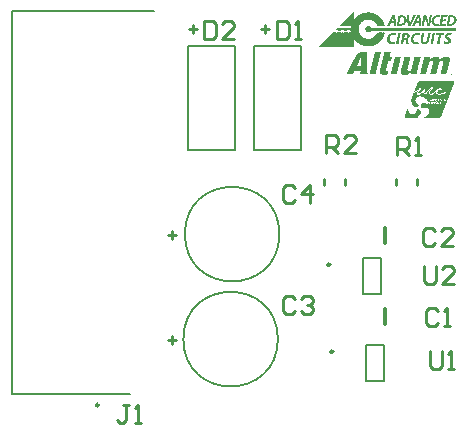
<source format=gto>
G04*
G04 #@! TF.GenerationSoftware,Altium Limited,Altium Designer,20.1.10 (176)*
G04*
G04 Layer_Color=65535*
%FSLAX24Y24*%
%MOIN*%
G70*
G04*
G04 #@! TF.SameCoordinates,434D76CE-413E-4709-B596-876F764042CA*
G04*
G04*
G04 #@! TF.FilePolarity,Positive*
G04*
G01*
G75*
%ADD10C,0.0100*%
%ADD11C,0.0098*%
%ADD12C,0.0079*%
%ADD13C,0.0120*%
G36*
X34231Y41692D02*
X34260D01*
Y41686D01*
X34266D01*
Y41692D01*
X34272D01*
Y41686D01*
X34278D01*
Y41680D01*
X34284D01*
Y41674D01*
X34278D01*
Y41668D01*
X34272D01*
Y41662D01*
X34266D01*
Y41657D01*
X34272D01*
Y41651D01*
X34266D01*
Y41645D01*
Y41639D01*
Y41633D01*
X34260D01*
Y41627D01*
X34255D01*
Y41621D01*
X34249D01*
Y41627D01*
X34231D01*
Y41633D01*
X34225D01*
Y41627D01*
X34219D01*
Y41633D01*
X34213D01*
Y41627D01*
X34207D01*
Y41633D01*
X34190D01*
Y41639D01*
X34184D01*
Y41633D01*
X34190D01*
Y41627D01*
X34184D01*
Y41633D01*
X34178D01*
Y41627D01*
X34172D01*
Y41633D01*
X34166D01*
Y41627D01*
X34149D01*
Y41621D01*
X34131D01*
Y41615D01*
X34125D01*
Y41609D01*
X34119D01*
Y41604D01*
X34113D01*
Y41598D01*
X34107D01*
Y41592D01*
X34102D01*
Y41586D01*
X34096D01*
Y41580D01*
X34090D01*
Y41574D01*
Y41568D01*
X34084D01*
Y41562D01*
Y41556D01*
X34078D01*
Y41551D01*
Y41545D01*
Y41539D01*
X34072D01*
Y41533D01*
Y41527D01*
Y41521D01*
X34066D01*
Y41515D01*
X34072D01*
Y41509D01*
X34066D01*
Y41503D01*
X34072D01*
Y41498D01*
X34066D01*
Y41492D01*
X34072D01*
Y41486D01*
X34066D01*
Y41480D01*
X34072D01*
Y41474D01*
X34066D01*
Y41468D01*
X34072D01*
Y41462D01*
X34078D01*
Y41456D01*
X34072D01*
Y41451D01*
X34078D01*
Y41445D01*
X34084D01*
Y41439D01*
Y41433D01*
X34090D01*
Y41427D01*
Y41421D01*
X34107D01*
Y41415D01*
X34113D01*
Y41409D01*
X34131D01*
Y41403D01*
X34137D01*
Y41398D01*
X34143D01*
Y41403D01*
X34149D01*
Y41398D01*
X34155D01*
Y41403D01*
X34160D01*
Y41398D01*
X34166D01*
Y41403D01*
X34172D01*
Y41398D01*
X34178D01*
Y41403D01*
X34184D01*
Y41398D01*
X34190D01*
Y41403D01*
X34196D01*
Y41409D01*
X34202D01*
Y41403D01*
X34207D01*
Y41409D01*
X34225D01*
Y41403D01*
X34231D01*
Y41398D01*
X34225D01*
Y41392D01*
X34231D01*
Y41386D01*
Y41380D01*
Y41374D01*
X34237D01*
Y41368D01*
X34231D01*
Y41362D01*
X34237D01*
Y41356D01*
X34231D01*
Y41350D01*
X34225D01*
Y41345D01*
X34196D01*
Y41339D01*
X34190D01*
Y41345D01*
X34184D01*
Y41339D01*
X34178D01*
Y41345D01*
X34172D01*
Y41339D01*
X34155D01*
Y41333D01*
X34149D01*
Y41339D01*
X34107D01*
Y41345D01*
X34102D01*
Y41339D01*
X34096D01*
Y41345D01*
X34078D01*
Y41350D01*
X34072D01*
Y41356D01*
X34054D01*
Y41362D01*
X34049D01*
Y41368D01*
X34037D01*
Y41374D01*
Y41380D01*
X34025D01*
Y41386D01*
Y41392D01*
X34019D01*
Y41398D01*
X34013D01*
Y41403D01*
X34007D01*
Y41409D01*
X34001D01*
Y41415D01*
Y41421D01*
Y41427D01*
X33996D01*
Y41433D01*
Y41439D01*
Y41445D01*
X33990D01*
Y41451D01*
Y41456D01*
Y41462D01*
Y41468D01*
Y41474D01*
X33984D01*
Y41480D01*
X33990D01*
Y41486D01*
X33984D01*
Y41492D01*
X33990D01*
Y41498D01*
X33984D01*
Y41503D01*
X33990D01*
Y41509D01*
Y41515D01*
Y41521D01*
Y41527D01*
Y41533D01*
X33996D01*
Y41539D01*
X34001D01*
Y41545D01*
X33996D01*
Y41551D01*
X34001D01*
Y41556D01*
X33996D01*
Y41562D01*
X34001D01*
Y41568D01*
X34007D01*
Y41574D01*
Y41580D01*
Y41586D01*
X34013D01*
Y41592D01*
X34019D01*
Y41598D01*
Y41604D01*
Y41609D01*
X34025D01*
Y41615D01*
X34031D01*
Y41621D01*
X34037D01*
Y41627D01*
X34043D01*
Y41633D01*
X34049D01*
Y41639D01*
X34054D01*
Y41645D01*
X34060D01*
Y41651D01*
X34066D01*
Y41657D01*
X34078D01*
Y41662D01*
Y41668D01*
X34096D01*
Y41674D01*
X34102D01*
Y41680D01*
X34119D01*
Y41686D01*
X34125D01*
Y41680D01*
X34131D01*
Y41686D01*
X34137D01*
Y41692D01*
X34143D01*
Y41686D01*
X34149D01*
Y41692D01*
X34166D01*
Y41698D01*
X34172D01*
Y41692D01*
X34178D01*
Y41698D01*
X34184D01*
Y41692D01*
X34190D01*
Y41698D01*
X34196D01*
Y41692D01*
X34202D01*
Y41698D01*
X34207D01*
Y41692D01*
X34213D01*
Y41698D01*
X34219D01*
Y41692D01*
X34225D01*
Y41698D01*
X34231D01*
Y41692D01*
D02*
G37*
G36*
X34708Y41686D02*
X34714D01*
Y41680D01*
X34720D01*
Y41686D01*
X34726D01*
Y41680D01*
X34743D01*
Y41674D01*
X34749D01*
Y41668D01*
X34767D01*
Y41662D01*
X34773D01*
Y41657D01*
X34779D01*
Y41651D01*
X34784D01*
Y41645D01*
X34790D01*
Y41639D01*
X34796D01*
Y41633D01*
X34802D01*
Y41627D01*
Y41621D01*
Y41615D01*
X34808D01*
Y41609D01*
X34814D01*
Y41604D01*
X34808D01*
Y41598D01*
X34814D01*
Y41592D01*
Y41586D01*
Y41580D01*
X34820D01*
Y41574D01*
Y41568D01*
Y41562D01*
Y41556D01*
Y41551D01*
Y41545D01*
Y41539D01*
Y41533D01*
Y41527D01*
Y41521D01*
Y41515D01*
X34814D01*
Y41509D01*
Y41503D01*
Y41498D01*
X34808D01*
Y41492D01*
X34814D01*
Y41486D01*
X34808D01*
Y41480D01*
X34814D01*
Y41474D01*
X34808D01*
Y41468D01*
X34802D01*
Y41462D01*
Y41456D01*
Y41451D01*
X34796D01*
Y41445D01*
X34790D01*
Y41439D01*
X34784D01*
Y41433D01*
X34790D01*
Y41427D01*
X34784D01*
Y41421D01*
X34779D01*
Y41415D01*
X34773D01*
Y41409D01*
X34767D01*
Y41403D01*
X34761D01*
Y41398D01*
X34755D01*
Y41392D01*
X34749D01*
Y41386D01*
X34743D01*
Y41380D01*
X34737D01*
Y41374D01*
X34731D01*
Y41380D01*
X34726D01*
Y41374D01*
X34731D01*
Y41368D01*
X34726D01*
Y41374D01*
X34720D01*
Y41368D01*
X34714D01*
Y41362D01*
X34696D01*
Y41356D01*
X34678D01*
Y41350D01*
X34673D01*
Y41345D01*
X34667D01*
Y41350D01*
X34661D01*
Y41345D01*
X34620D01*
Y41339D01*
X34614D01*
Y41345D01*
X34608D01*
Y41339D01*
X34602D01*
Y41345D01*
X34596D01*
Y41339D01*
X34590D01*
Y41345D01*
X34584D01*
Y41339D01*
X34578D01*
Y41345D01*
X34573D01*
Y41339D01*
X34567D01*
Y41345D01*
X34561D01*
Y41339D01*
X34555D01*
Y41345D01*
X34549D01*
Y41339D01*
X34543D01*
Y41345D01*
X34490D01*
Y41350D01*
Y41356D01*
Y41362D01*
Y41368D01*
Y41374D01*
X34496D01*
Y41380D01*
X34490D01*
Y41386D01*
X34496D01*
Y41392D01*
Y41398D01*
Y41403D01*
X34502D01*
Y41409D01*
X34496D01*
Y41415D01*
X34502D01*
Y41421D01*
Y41427D01*
Y41433D01*
X34508D01*
Y41439D01*
X34502D01*
Y41445D01*
X34508D01*
Y41451D01*
Y41456D01*
Y41462D01*
X34514D01*
Y41468D01*
X34508D01*
Y41474D01*
X34514D01*
Y41480D01*
Y41486D01*
Y41492D01*
X34520D01*
Y41498D01*
X34514D01*
Y41503D01*
X34520D01*
Y41509D01*
X34514D01*
Y41515D01*
X34520D01*
Y41521D01*
X34525D01*
Y41527D01*
X34520D01*
Y41533D01*
X34525D01*
Y41539D01*
Y41545D01*
Y41551D01*
X34531D01*
Y41556D01*
X34525D01*
Y41562D01*
X34531D01*
Y41568D01*
X34525D01*
Y41574D01*
X34531D01*
Y41580D01*
Y41586D01*
Y41592D01*
X34537D01*
Y41598D01*
Y41604D01*
Y41609D01*
X34543D01*
Y41615D01*
X34537D01*
Y41621D01*
X34543D01*
Y41627D01*
X34537D01*
Y41633D01*
X34543D01*
Y41639D01*
Y41645D01*
Y41651D01*
X34549D01*
Y41657D01*
Y41662D01*
Y41668D01*
X34555D01*
Y41674D01*
X34549D01*
Y41680D01*
X34555D01*
Y41686D01*
X34573D01*
Y41692D01*
X34578D01*
Y41686D01*
X34584D01*
Y41692D01*
X34696D01*
Y41686D01*
X34702D01*
Y41692D01*
X34708D01*
Y41686D01*
D02*
G37*
G36*
X33048D02*
X33054D01*
Y41680D01*
X33059D01*
Y41686D01*
X33065D01*
Y41680D01*
X33083D01*
Y41674D01*
X33089D01*
Y41668D01*
X33107D01*
Y41662D01*
X33112D01*
Y41657D01*
X33118D01*
Y41651D01*
X33124D01*
Y41645D01*
X33130D01*
Y41639D01*
X33136D01*
Y41633D01*
X33142D01*
Y41627D01*
X33136D01*
Y41621D01*
X33142D01*
Y41615D01*
X33148D01*
Y41609D01*
X33154D01*
Y41604D01*
X33148D01*
Y41598D01*
X33154D01*
Y41592D01*
X33148D01*
Y41586D01*
X33154D01*
Y41580D01*
X33160D01*
Y41574D01*
X33154D01*
Y41568D01*
X33160D01*
Y41562D01*
Y41556D01*
Y41551D01*
X33154D01*
Y41545D01*
X33160D01*
Y41539D01*
Y41533D01*
Y41527D01*
X33154D01*
Y41521D01*
Y41515D01*
Y41509D01*
Y41503D01*
Y41498D01*
X33148D01*
Y41492D01*
X33154D01*
Y41486D01*
X33148D01*
Y41480D01*
Y41474D01*
Y41468D01*
X33142D01*
Y41462D01*
X33136D01*
Y41456D01*
X33142D01*
Y41451D01*
X33136D01*
Y41445D01*
X33130D01*
Y41439D01*
X33124D01*
Y41433D01*
Y41427D01*
Y41421D01*
X33118D01*
Y41415D01*
X33112D01*
Y41409D01*
X33107D01*
Y41403D01*
X33101D01*
Y41398D01*
X33095D01*
Y41392D01*
X33089D01*
Y41386D01*
X33083D01*
Y41380D01*
X33077D01*
Y41374D01*
X33059D01*
Y41368D01*
X33054D01*
Y41362D01*
X33048D01*
Y41356D01*
X33042D01*
Y41362D01*
X33036D01*
Y41356D01*
X33018D01*
Y41350D01*
X33012D01*
Y41356D01*
X33006D01*
Y41350D01*
X33012D01*
Y41345D01*
X33006D01*
Y41350D01*
X33001D01*
Y41345D01*
X32948D01*
Y41339D01*
X32942D01*
Y41345D01*
X32936D01*
Y41339D01*
X32930D01*
Y41345D01*
X32924D01*
Y41339D01*
X32918D01*
Y41345D01*
X32912D01*
Y41339D01*
X32906D01*
Y41345D01*
X32901D01*
Y41339D01*
X32895D01*
Y41345D01*
X32889D01*
Y41339D01*
X32883D01*
Y41345D01*
X32877D01*
Y41339D01*
X32871D01*
Y41345D01*
X32830D01*
Y41350D01*
X32824D01*
Y41356D01*
X32830D01*
Y41362D01*
Y41368D01*
Y41374D01*
X32836D01*
Y41380D01*
X32830D01*
Y41386D01*
X32836D01*
Y41392D01*
X32830D01*
Y41398D01*
X32836D01*
Y41403D01*
Y41409D01*
Y41415D01*
X32842D01*
Y41421D01*
Y41427D01*
Y41433D01*
X32848D01*
Y41439D01*
X32842D01*
Y41445D01*
X32848D01*
Y41451D01*
X32842D01*
Y41456D01*
X32848D01*
Y41462D01*
Y41468D01*
Y41474D01*
X32853D01*
Y41480D01*
X32848D01*
Y41486D01*
X32853D01*
Y41492D01*
Y41498D01*
Y41503D01*
X32859D01*
Y41509D01*
X32853D01*
Y41515D01*
X32859D01*
Y41521D01*
Y41527D01*
Y41533D01*
X32865D01*
Y41539D01*
X32859D01*
Y41545D01*
X32865D01*
Y41551D01*
Y41556D01*
Y41562D01*
X32871D01*
Y41568D01*
X32865D01*
Y41574D01*
X32871D01*
Y41580D01*
X32865D01*
Y41586D01*
X32871D01*
Y41592D01*
X32877D01*
Y41598D01*
X32871D01*
Y41604D01*
X32877D01*
Y41609D01*
Y41615D01*
Y41621D01*
X32883D01*
Y41627D01*
X32877D01*
Y41633D01*
X32883D01*
Y41639D01*
X32877D01*
Y41645D01*
X32883D01*
Y41651D01*
Y41657D01*
Y41662D01*
X32889D01*
Y41668D01*
Y41674D01*
Y41680D01*
X32895D01*
Y41686D01*
X32901D01*
Y41692D01*
X32906D01*
Y41686D01*
X32912D01*
Y41692D01*
X32918D01*
Y41686D01*
X32924D01*
Y41692D01*
X33036D01*
Y41686D01*
X33042D01*
Y41692D01*
X33048D01*
Y41686D01*
D02*
G37*
G36*
X34520D02*
X34514D01*
Y41680D01*
X34520D01*
Y41674D01*
X34514D01*
Y41668D01*
Y41662D01*
Y41657D01*
X34508D01*
Y41651D01*
Y41645D01*
Y41639D01*
Y41633D01*
Y41627D01*
X34372D01*
Y41621D01*
X34378D01*
Y41615D01*
X34372D01*
Y41609D01*
Y41604D01*
Y41598D01*
X34366D01*
Y41592D01*
Y41586D01*
Y41580D01*
X34361D01*
Y41574D01*
X34366D01*
Y41568D01*
X34361D01*
Y41562D01*
X34366D01*
Y41556D01*
X34372D01*
Y41551D01*
X34378D01*
Y41556D01*
X34384D01*
Y41551D01*
X34390D01*
Y41556D01*
X34396D01*
Y41551D01*
X34402D01*
Y41556D01*
X34408D01*
Y41551D01*
X34414D01*
Y41556D01*
X34419D01*
Y41551D01*
X34425D01*
Y41556D01*
X34431D01*
Y41551D01*
X34437D01*
Y41556D01*
X34443D01*
Y41551D01*
X34449D01*
Y41556D01*
X34455D01*
Y41551D01*
X34461D01*
Y41556D01*
X34467D01*
Y41551D01*
X34472D01*
Y41556D01*
X34478D01*
Y41551D01*
X34484D01*
Y41545D01*
X34478D01*
Y41539D01*
X34484D01*
Y41533D01*
X34478D01*
Y41527D01*
X34484D01*
Y41521D01*
X34478D01*
Y41515D01*
Y41509D01*
Y41503D01*
X34472D01*
Y41498D01*
X34467D01*
Y41492D01*
X34472D01*
Y41486D01*
X34467D01*
Y41492D01*
X34449D01*
Y41498D01*
X34443D01*
Y41492D01*
X34449D01*
Y41486D01*
X34443D01*
Y41492D01*
X34425D01*
Y41498D01*
X34419D01*
Y41492D01*
X34425D01*
Y41486D01*
X34419D01*
Y41492D01*
X34402D01*
Y41498D01*
X34396D01*
Y41492D01*
X34402D01*
Y41486D01*
X34396D01*
Y41492D01*
X34378D01*
Y41498D01*
X34372D01*
Y41492D01*
X34378D01*
Y41486D01*
X34372D01*
Y41492D01*
X34355D01*
Y41498D01*
X34349D01*
Y41492D01*
X34355D01*
Y41486D01*
X34349D01*
Y41480D01*
Y41474D01*
Y41468D01*
X34343D01*
Y41462D01*
Y41456D01*
Y41451D01*
X34337D01*
Y41445D01*
X34343D01*
Y41439D01*
X34337D01*
Y41433D01*
X34343D01*
Y41427D01*
X34337D01*
Y41421D01*
Y41415D01*
Y41409D01*
X34355D01*
Y41403D01*
X34361D01*
Y41409D01*
X34378D01*
Y41403D01*
X34384D01*
Y41409D01*
X34402D01*
Y41403D01*
X34408D01*
Y41409D01*
X34425D01*
Y41403D01*
X34431D01*
Y41409D01*
X34449D01*
Y41403D01*
X34455D01*
Y41409D01*
X34472D01*
Y41403D01*
X34467D01*
Y41398D01*
X34472D01*
Y41392D01*
X34467D01*
Y41386D01*
Y41380D01*
Y41374D01*
Y41368D01*
Y41362D01*
X34461D01*
Y41356D01*
Y41350D01*
Y41345D01*
X34243D01*
Y41350D01*
X34249D01*
Y41356D01*
Y41362D01*
Y41368D01*
X34255D01*
Y41374D01*
Y41380D01*
Y41386D01*
Y41392D01*
Y41398D01*
X34260D01*
Y41403D01*
X34255D01*
Y41409D01*
X34260D01*
Y41415D01*
Y41421D01*
Y41427D01*
X34266D01*
Y41433D01*
X34260D01*
Y41439D01*
X34266D01*
Y41445D01*
Y41451D01*
Y41456D01*
X34272D01*
Y41462D01*
X34266D01*
Y41468D01*
X34272D01*
Y41474D01*
Y41480D01*
Y41486D01*
X34278D01*
Y41492D01*
X34272D01*
Y41498D01*
X34278D01*
Y41503D01*
Y41509D01*
Y41515D01*
X34284D01*
Y41521D01*
X34278D01*
Y41527D01*
X34284D01*
Y41533D01*
X34278D01*
Y41539D01*
X34284D01*
Y41545D01*
X34290D01*
Y41551D01*
X34284D01*
Y41556D01*
X34290D01*
Y41562D01*
Y41568D01*
Y41574D01*
X34296D01*
Y41580D01*
X34290D01*
Y41586D01*
X34296D01*
Y41592D01*
X34290D01*
Y41598D01*
X34296D01*
Y41604D01*
Y41609D01*
Y41615D01*
X34302D01*
Y41621D01*
Y41627D01*
Y41633D01*
X34308D01*
Y41639D01*
X34302D01*
Y41645D01*
X34308D01*
Y41651D01*
X34302D01*
Y41657D01*
X34308D01*
Y41662D01*
Y41668D01*
Y41674D01*
X34313D01*
Y41680D01*
Y41686D01*
Y41692D01*
X34520D01*
Y41686D01*
D02*
G37*
G36*
X33996D02*
Y41680D01*
Y41674D01*
Y41668D01*
X33990D01*
Y41662D01*
Y41657D01*
Y41651D01*
X33984D01*
Y41645D01*
X33990D01*
Y41639D01*
X33984D01*
Y41633D01*
X33990D01*
Y41627D01*
X33984D01*
Y41621D01*
Y41615D01*
Y41609D01*
Y41604D01*
Y41598D01*
X33978D01*
Y41592D01*
X33972D01*
Y41586D01*
X33978D01*
Y41580D01*
X33972D01*
Y41574D01*
X33978D01*
Y41568D01*
X33972D01*
Y41562D01*
X33978D01*
Y41556D01*
X33972D01*
Y41551D01*
Y41545D01*
Y41539D01*
X33966D01*
Y41533D01*
Y41527D01*
Y41521D01*
X33960D01*
Y41515D01*
X33966D01*
Y41509D01*
X33960D01*
Y41503D01*
X33966D01*
Y41498D01*
X33960D01*
Y41492D01*
Y41486D01*
Y41480D01*
X33954D01*
Y41474D01*
Y41468D01*
Y41462D01*
X33948D01*
Y41456D01*
X33954D01*
Y41451D01*
X33948D01*
Y41445D01*
X33954D01*
Y41439D01*
X33948D01*
Y41433D01*
Y41427D01*
Y41421D01*
X33943D01*
Y41415D01*
Y41409D01*
Y41403D01*
Y41398D01*
Y41392D01*
X33937D01*
Y41386D01*
X33943D01*
Y41380D01*
X33937D01*
Y41374D01*
Y41368D01*
Y41362D01*
X33931D01*
Y41356D01*
Y41350D01*
Y41345D01*
X33854D01*
Y41350D01*
X33848D01*
Y41356D01*
Y41362D01*
Y41368D01*
X33842D01*
Y41374D01*
Y41380D01*
Y41386D01*
X33837D01*
Y41392D01*
X33831D01*
Y41398D01*
X33837D01*
Y41403D01*
X33831D01*
Y41409D01*
Y41415D01*
Y41421D01*
X33825D01*
Y41427D01*
X33819D01*
Y41433D01*
X33825D01*
Y41439D01*
X33819D01*
Y41445D01*
Y41451D01*
Y41456D01*
X33813D01*
Y41462D01*
X33807D01*
Y41468D01*
X33813D01*
Y41474D01*
X33807D01*
Y41480D01*
Y41486D01*
Y41492D01*
X33801D01*
Y41498D01*
X33795D01*
Y41503D01*
X33801D01*
Y41509D01*
X33795D01*
Y41515D01*
Y41521D01*
Y41527D01*
X33789D01*
Y41533D01*
X33784D01*
Y41539D01*
X33789D01*
Y41545D01*
X33784D01*
Y41551D01*
Y41556D01*
Y41562D01*
X33778D01*
Y41568D01*
Y41574D01*
Y41580D01*
Y41586D01*
Y41592D01*
X33772D01*
Y41598D01*
X33766D01*
Y41592D01*
Y41586D01*
Y41580D01*
X33772D01*
Y41574D01*
X33766D01*
Y41568D01*
X33760D01*
Y41562D01*
X33766D01*
Y41556D01*
X33760D01*
Y41551D01*
X33766D01*
Y41545D01*
X33760D01*
Y41539D01*
X33766D01*
Y41533D01*
X33760D01*
Y41527D01*
Y41521D01*
Y41515D01*
X33754D01*
Y41509D01*
Y41503D01*
Y41498D01*
Y41492D01*
Y41486D01*
X33748D01*
Y41480D01*
X33754D01*
Y41474D01*
X33748D01*
Y41468D01*
Y41462D01*
Y41456D01*
X33742D01*
Y41451D01*
X33748D01*
Y41445D01*
X33742D01*
Y41439D01*
Y41433D01*
Y41427D01*
X33737D01*
Y41421D01*
X33742D01*
Y41415D01*
X33737D01*
Y41409D01*
Y41403D01*
Y41398D01*
Y41392D01*
Y41386D01*
X33731D01*
Y41380D01*
Y41374D01*
Y41368D01*
X33725D01*
Y41362D01*
X33731D01*
Y41356D01*
X33725D01*
Y41350D01*
X33731D01*
Y41345D01*
X33654D01*
Y41350D01*
X33660D01*
Y41356D01*
X33654D01*
Y41362D01*
X33660D01*
Y41368D01*
Y41374D01*
Y41380D01*
X33666D01*
Y41386D01*
Y41392D01*
Y41398D01*
X33672D01*
Y41403D01*
X33666D01*
Y41409D01*
X33672D01*
Y41415D01*
X33666D01*
Y41421D01*
X33672D01*
Y41427D01*
Y41433D01*
Y41439D01*
X33678D01*
Y41445D01*
Y41451D01*
Y41456D01*
X33684D01*
Y41462D01*
X33678D01*
Y41468D01*
X33684D01*
Y41474D01*
X33678D01*
Y41480D01*
X33684D01*
Y41486D01*
Y41492D01*
Y41498D01*
X33689D01*
Y41503D01*
Y41509D01*
Y41515D01*
X33695D01*
Y41521D01*
X33689D01*
Y41527D01*
X33695D01*
Y41533D01*
X33689D01*
Y41539D01*
X33695D01*
Y41545D01*
Y41551D01*
Y41556D01*
Y41562D01*
X33701D01*
Y41568D01*
Y41574D01*
Y41580D01*
Y41586D01*
X33707D01*
Y41592D01*
X33701D01*
Y41598D01*
X33707D01*
Y41604D01*
Y41609D01*
Y41615D01*
Y41621D01*
Y41627D01*
X33713D01*
Y41633D01*
X33719D01*
Y41639D01*
X33713D01*
Y41645D01*
X33719D01*
Y41651D01*
X33713D01*
Y41657D01*
X33719D01*
Y41662D01*
X33713D01*
Y41668D01*
X33719D01*
Y41674D01*
Y41680D01*
Y41686D01*
X33725D01*
Y41692D01*
X33813D01*
Y41686D01*
X33807D01*
Y41680D01*
X33813D01*
Y41674D01*
X33819D01*
Y41668D01*
Y41662D01*
Y41657D01*
X33825D01*
Y41651D01*
X33819D01*
Y41645D01*
X33825D01*
Y41639D01*
X33831D01*
Y41633D01*
X33837D01*
Y41627D01*
X33831D01*
Y41621D01*
X33837D01*
Y41615D01*
X33831D01*
Y41609D01*
X33837D01*
Y41604D01*
X33842D01*
Y41598D01*
X33848D01*
Y41592D01*
X33842D01*
Y41586D01*
X33848D01*
Y41580D01*
Y41574D01*
Y41568D01*
X33854D01*
Y41562D01*
X33860D01*
Y41556D01*
X33854D01*
Y41551D01*
X33860D01*
Y41545D01*
X33854D01*
Y41539D01*
X33860D01*
Y41533D01*
X33866D01*
Y41527D01*
Y41521D01*
Y41515D01*
X33872D01*
Y41509D01*
X33866D01*
Y41503D01*
X33872D01*
Y41498D01*
Y41492D01*
Y41486D01*
X33878D01*
Y41480D01*
Y41474D01*
Y41468D01*
X33884D01*
Y41462D01*
X33878D01*
Y41456D01*
X33884D01*
Y41451D01*
Y41445D01*
X33890D01*
Y41451D01*
Y41456D01*
Y41462D01*
Y41468D01*
Y41474D01*
Y41480D01*
X33895D01*
Y41486D01*
X33890D01*
Y41492D01*
X33895D01*
Y41498D01*
X33890D01*
Y41503D01*
X33895D01*
Y41509D01*
Y41515D01*
Y41521D01*
Y41527D01*
Y41533D01*
X33901D01*
Y41539D01*
Y41545D01*
Y41551D01*
Y41556D01*
Y41562D01*
X33907D01*
Y41568D01*
X33901D01*
Y41574D01*
X33907D01*
Y41580D01*
X33901D01*
Y41586D01*
X33907D01*
Y41592D01*
X33913D01*
Y41598D01*
X33907D01*
Y41604D01*
X33913D01*
Y41609D01*
Y41615D01*
Y41621D01*
X33919D01*
Y41627D01*
X33913D01*
Y41633D01*
X33919D01*
Y41639D01*
X33913D01*
Y41645D01*
X33919D01*
Y41651D01*
Y41657D01*
Y41662D01*
X33925D01*
Y41668D01*
Y41674D01*
Y41680D01*
X33931D01*
Y41686D01*
X33925D01*
Y41692D01*
X33996D01*
Y41686D01*
D02*
G37*
G36*
X33460D02*
Y41680D01*
Y41674D01*
X33454D01*
Y41668D01*
Y41662D01*
X33448D01*
Y41657D01*
Y41651D01*
X33442D01*
Y41645D01*
X33436D01*
Y41639D01*
X33430D01*
Y41633D01*
X33436D01*
Y41627D01*
X33430D01*
Y41621D01*
X33424D01*
Y41615D01*
Y41609D01*
Y41604D01*
X33419D01*
Y41598D01*
X33413D01*
Y41592D01*
X33407D01*
Y41586D01*
X33413D01*
Y41580D01*
X33407D01*
Y41574D01*
X33401D01*
Y41568D01*
Y41562D01*
Y41556D01*
X33395D01*
Y41551D01*
X33389D01*
Y41545D01*
X33383D01*
Y41539D01*
X33389D01*
Y41533D01*
X33383D01*
Y41527D01*
X33377D01*
Y41521D01*
X33371D01*
Y41515D01*
X33377D01*
Y41509D01*
X33371D01*
Y41503D01*
X33366D01*
Y41498D01*
X33360D01*
Y41492D01*
X33366D01*
Y41486D01*
X33360D01*
Y41480D01*
X33354D01*
Y41474D01*
X33348D01*
Y41468D01*
Y41462D01*
Y41456D01*
X33342D01*
Y41451D01*
X33336D01*
Y41445D01*
X33342D01*
Y41439D01*
X33336D01*
Y41433D01*
X33330D01*
Y41427D01*
X33324D01*
Y41421D01*
Y41415D01*
Y41409D01*
X33319D01*
Y41403D01*
X33313D01*
Y41398D01*
X33319D01*
Y41392D01*
X33313D01*
Y41386D01*
X33307D01*
Y41380D01*
X33301D01*
Y41374D01*
Y41368D01*
Y41362D01*
X33295D01*
Y41356D01*
X33289D01*
Y41350D01*
Y41345D01*
X33195D01*
Y41350D01*
X33201D01*
Y41356D01*
X33195D01*
Y41362D01*
X33201D01*
Y41368D01*
X33195D01*
Y41374D01*
X33201D01*
Y41380D01*
X33195D01*
Y41386D01*
Y41392D01*
Y41398D01*
Y41403D01*
Y41409D01*
X33189D01*
Y41415D01*
Y41421D01*
Y41427D01*
Y41433D01*
Y41439D01*
X33183D01*
Y41445D01*
X33189D01*
Y41451D01*
X33183D01*
Y41456D01*
X33189D01*
Y41462D01*
X33183D01*
Y41468D01*
X33189D01*
Y41474D01*
X33183D01*
Y41480D01*
Y41486D01*
Y41492D01*
Y41498D01*
Y41503D01*
X33177D01*
Y41509D01*
Y41515D01*
Y41521D01*
Y41527D01*
Y41533D01*
X33171D01*
Y41539D01*
X33177D01*
Y41545D01*
X33171D01*
Y41551D01*
X33177D01*
Y41556D01*
X33171D01*
Y41562D01*
X33177D01*
Y41568D01*
X33171D01*
Y41574D01*
Y41580D01*
Y41586D01*
Y41592D01*
Y41598D01*
X33165D01*
Y41604D01*
X33171D01*
Y41609D01*
X33165D01*
Y41615D01*
Y41621D01*
Y41627D01*
X33160D01*
Y41633D01*
X33165D01*
Y41639D01*
X33160D01*
Y41645D01*
X33165D01*
Y41651D01*
X33160D01*
Y41657D01*
X33165D01*
Y41662D01*
X33160D01*
Y41668D01*
Y41674D01*
Y41680D01*
Y41686D01*
Y41692D01*
X33236D01*
Y41686D01*
X33230D01*
Y41680D01*
X33236D01*
Y41674D01*
X33230D01*
Y41668D01*
X33236D01*
Y41662D01*
Y41657D01*
Y41651D01*
Y41645D01*
Y41639D01*
X33242D01*
Y41633D01*
X33236D01*
Y41627D01*
X33242D01*
Y41621D01*
Y41615D01*
Y41609D01*
Y41604D01*
Y41598D01*
Y41592D01*
Y41586D01*
X33248D01*
Y41580D01*
X33242D01*
Y41574D01*
X33248D01*
Y41568D01*
X33242D01*
Y41562D01*
X33248D01*
Y41556D01*
X33242D01*
Y41551D01*
X33248D01*
Y41545D01*
X33242D01*
Y41539D01*
X33248D01*
Y41533D01*
Y41527D01*
Y41521D01*
Y41515D01*
Y41509D01*
X33254D01*
Y41503D01*
X33248D01*
Y41498D01*
X33254D01*
Y41492D01*
Y41486D01*
Y41480D01*
Y41474D01*
Y41468D01*
Y41462D01*
Y41456D01*
X33260D01*
Y41451D01*
X33254D01*
Y41445D01*
X33260D01*
Y41439D01*
X33254D01*
Y41433D01*
X33260D01*
Y41427D01*
X33266D01*
Y41433D01*
Y41439D01*
Y41445D01*
X33271D01*
Y41451D01*
Y41456D01*
Y41462D01*
X33277D01*
Y41468D01*
X33283D01*
Y41474D01*
X33277D01*
Y41480D01*
X33283D01*
Y41486D01*
X33289D01*
Y41492D01*
X33295D01*
Y41498D01*
X33289D01*
Y41503D01*
X33295D01*
Y41509D01*
X33301D01*
Y41515D01*
Y41521D01*
Y41527D01*
X33307D01*
Y41533D01*
X33313D01*
Y41539D01*
Y41545D01*
Y41551D01*
X33319D01*
Y41556D01*
Y41562D01*
X33324D01*
Y41568D01*
Y41574D01*
X33330D01*
Y41580D01*
Y41586D01*
X33336D01*
Y41592D01*
Y41598D01*
X33342D01*
Y41604D01*
Y41609D01*
Y41615D01*
X33348D01*
Y41621D01*
X33354D01*
Y41627D01*
Y41633D01*
Y41639D01*
X33360D01*
Y41645D01*
X33366D01*
Y41651D01*
X33360D01*
Y41657D01*
X33366D01*
Y41662D01*
X33371D01*
Y41668D01*
X33377D01*
Y41674D01*
X33371D01*
Y41680D01*
X33377D01*
Y41686D01*
X33383D01*
Y41692D01*
X33460D01*
Y41686D01*
D02*
G37*
G36*
X33601D02*
X33607D01*
Y41680D01*
Y41674D01*
Y41668D01*
X33613D01*
Y41662D01*
X33607D01*
Y41657D01*
X33613D01*
Y41651D01*
X33607D01*
Y41645D01*
X33613D01*
Y41639D01*
X33607D01*
Y41633D01*
X33613D01*
Y41627D01*
X33607D01*
Y41621D01*
X33613D01*
Y41615D01*
Y41609D01*
Y41604D01*
X33619D01*
Y41598D01*
X33613D01*
Y41592D01*
X33619D01*
Y41586D01*
Y41580D01*
Y41574D01*
Y41568D01*
Y41562D01*
X33625D01*
Y41556D01*
X33619D01*
Y41551D01*
X33625D01*
Y41545D01*
X33619D01*
Y41539D01*
X33625D01*
Y41533D01*
Y41527D01*
Y41521D01*
X33619D01*
Y41515D01*
X33625D01*
Y41509D01*
Y41503D01*
Y41498D01*
X33631D01*
Y41492D01*
Y41486D01*
Y41480D01*
Y41474D01*
Y41468D01*
Y41462D01*
Y41456D01*
X33636D01*
Y41451D01*
X33631D01*
Y41445D01*
X33636D01*
Y41439D01*
X33631D01*
Y41433D01*
X33636D01*
Y41427D01*
Y41421D01*
Y41415D01*
Y41409D01*
Y41403D01*
Y41398D01*
Y41392D01*
X33642D01*
Y41386D01*
Y41380D01*
Y41374D01*
X33648D01*
Y41368D01*
X33642D01*
Y41362D01*
Y41356D01*
Y41350D01*
X33648D01*
Y41345D01*
X33566D01*
Y41350D01*
Y41356D01*
Y41362D01*
Y41368D01*
X33560D01*
Y41374D01*
X33566D01*
Y41380D01*
X33560D01*
Y41386D01*
X33566D01*
Y41392D01*
X33560D01*
Y41398D01*
X33566D01*
Y41403D01*
X33560D01*
Y41409D01*
X33566D01*
Y41415D01*
X33560D01*
Y41421D01*
X33566D01*
Y41427D01*
X33560D01*
Y41433D01*
X33542D01*
Y41439D01*
X33536D01*
Y41433D01*
X33519D01*
Y41439D01*
X33513D01*
Y41433D01*
X33495D01*
Y41439D01*
X33489D01*
Y41433D01*
X33472D01*
Y41439D01*
X33466D01*
Y41433D01*
X33460D01*
Y41427D01*
X33454D01*
Y41421D01*
X33460D01*
Y41415D01*
X33454D01*
Y41409D01*
X33448D01*
Y41403D01*
X33442D01*
Y41398D01*
Y41392D01*
Y41386D01*
X33436D01*
Y41380D01*
X33430D01*
Y41374D01*
X33436D01*
Y41368D01*
X33430D01*
Y41362D01*
X33424D01*
Y41356D01*
Y41350D01*
Y41345D01*
X33336D01*
Y41350D01*
X33348D01*
Y41356D01*
Y41362D01*
X33354D01*
Y41368D01*
Y41374D01*
Y41380D01*
X33360D01*
Y41386D01*
X33366D01*
Y41392D01*
X33360D01*
Y41398D01*
X33366D01*
Y41403D01*
X33371D01*
Y41409D01*
X33377D01*
Y41415D01*
X33371D01*
Y41421D01*
X33377D01*
Y41427D01*
X33383D01*
Y41433D01*
X33389D01*
Y41439D01*
X33383D01*
Y41445D01*
X33389D01*
Y41451D01*
X33395D01*
Y41456D01*
X33401D01*
Y41462D01*
X33395D01*
Y41468D01*
X33401D01*
Y41474D01*
X33407D01*
Y41480D01*
X33413D01*
Y41486D01*
X33407D01*
Y41492D01*
X33413D01*
Y41498D01*
X33419D01*
Y41503D01*
X33424D01*
Y41509D01*
X33419D01*
Y41515D01*
X33424D01*
Y41521D01*
X33430D01*
Y41527D01*
Y41533D01*
Y41539D01*
X33436D01*
Y41545D01*
X33442D01*
Y41551D01*
X33448D01*
Y41556D01*
X33442D01*
Y41562D01*
X33448D01*
Y41568D01*
X33454D01*
Y41574D01*
Y41580D01*
Y41586D01*
X33460D01*
Y41592D01*
X33466D01*
Y41598D01*
Y41604D01*
Y41609D01*
X33472D01*
Y41615D01*
X33477D01*
Y41621D01*
Y41627D01*
Y41633D01*
X33483D01*
Y41639D01*
X33489D01*
Y41645D01*
Y41651D01*
Y41657D01*
X33495D01*
Y41662D01*
Y41668D01*
X33501D01*
Y41674D01*
Y41680D01*
X33507D01*
Y41686D01*
X33513D01*
Y41692D01*
X33601D01*
Y41686D01*
D02*
G37*
G36*
X32777D02*
X32771D01*
Y41680D01*
X32777D01*
Y41674D01*
Y41668D01*
Y41662D01*
Y41657D01*
Y41651D01*
X32783D01*
Y41645D01*
X32777D01*
Y41639D01*
X32783D01*
Y41633D01*
Y41627D01*
Y41621D01*
Y41615D01*
Y41609D01*
Y41604D01*
Y41598D01*
X32789D01*
Y41592D01*
X32783D01*
Y41586D01*
X32789D01*
Y41580D01*
X32783D01*
Y41574D01*
X32789D01*
Y41568D01*
Y41562D01*
Y41556D01*
Y41551D01*
Y41545D01*
X32795D01*
Y41539D01*
X32789D01*
Y41533D01*
X32795D01*
Y41527D01*
Y41521D01*
Y41515D01*
X32800D01*
Y41509D01*
X32795D01*
Y41503D01*
X32800D01*
Y41498D01*
X32795D01*
Y41492D01*
X32800D01*
Y41486D01*
X32795D01*
Y41480D01*
X32800D01*
Y41474D01*
X32795D01*
Y41468D01*
X32800D01*
Y41462D01*
Y41456D01*
Y41451D01*
Y41445D01*
Y41439D01*
X32806D01*
Y41433D01*
X32800D01*
Y41427D01*
X32806D01*
Y41421D01*
Y41415D01*
Y41409D01*
X32812D01*
Y41403D01*
X32806D01*
Y41398D01*
X32812D01*
Y41392D01*
X32806D01*
Y41386D01*
X32812D01*
Y41380D01*
X32806D01*
Y41374D01*
X32812D01*
Y41368D01*
X32806D01*
Y41362D01*
X32812D01*
Y41356D01*
Y41350D01*
Y41345D01*
X32736D01*
Y41350D01*
Y41356D01*
Y41362D01*
Y41368D01*
Y41374D01*
Y41380D01*
Y41386D01*
X32730D01*
Y41392D01*
Y41398D01*
Y41403D01*
Y41409D01*
Y41415D01*
Y41421D01*
Y41427D01*
Y41433D01*
X32718D01*
Y41439D01*
X32712D01*
Y41433D01*
X32694D01*
Y41439D01*
X32689D01*
Y41433D01*
X32671D01*
Y41439D01*
X32665D01*
Y41433D01*
X32647D01*
Y41439D01*
X32641D01*
Y41433D01*
X32630D01*
Y41427D01*
X32624D01*
Y41421D01*
Y41415D01*
X32618D01*
Y41409D01*
Y41403D01*
X32612D01*
Y41398D01*
Y41392D01*
X32606D01*
Y41386D01*
Y41380D01*
Y41374D01*
X32600D01*
Y41368D01*
X32594D01*
Y41362D01*
X32600D01*
Y41356D01*
X32594D01*
Y41350D01*
X32588D01*
Y41345D01*
X32512D01*
Y41350D01*
X32518D01*
Y41356D01*
Y41362D01*
Y41368D01*
X32524D01*
Y41374D01*
X32530D01*
Y41380D01*
X32524D01*
Y41386D01*
X32530D01*
Y41392D01*
X32535D01*
Y41398D01*
X32541D01*
Y41403D01*
X32535D01*
Y41409D01*
X32541D01*
Y41415D01*
X32547D01*
Y41421D01*
X32553D01*
Y41427D01*
X32547D01*
Y41433D01*
X32553D01*
Y41439D01*
X32559D01*
Y41445D01*
X32565D01*
Y41451D01*
X32559D01*
Y41456D01*
X32565D01*
Y41462D01*
X32571D01*
Y41468D01*
X32577D01*
Y41474D01*
X32571D01*
Y41480D01*
X32577D01*
Y41486D01*
X32583D01*
Y41492D01*
X32588D01*
Y41498D01*
X32583D01*
Y41503D01*
X32588D01*
Y41509D01*
X32594D01*
Y41515D01*
Y41521D01*
Y41527D01*
X32600D01*
Y41533D01*
X32606D01*
Y41539D01*
X32612D01*
Y41545D01*
X32606D01*
Y41551D01*
X32612D01*
Y41556D01*
Y41562D01*
X32618D01*
Y41568D01*
Y41574D01*
X32624D01*
Y41580D01*
X32630D01*
Y41586D01*
X32636D01*
Y41592D01*
X32630D01*
Y41598D01*
X32636D01*
Y41604D01*
Y41609D01*
X32641D01*
Y41615D01*
Y41621D01*
X32647D01*
Y41627D01*
Y41633D01*
X32653D01*
Y41639D01*
Y41645D01*
X32659D01*
Y41651D01*
Y41657D01*
X32665D01*
Y41662D01*
Y41668D01*
X32671D01*
Y41674D01*
Y41680D01*
X32677D01*
Y41686D01*
Y41692D01*
X32777D01*
Y41686D01*
D02*
G37*
G36*
X31417Y41816D02*
Y41810D01*
Y41804D01*
Y41798D01*
Y41792D01*
Y41786D01*
Y41780D01*
Y41774D01*
Y41768D01*
Y41763D01*
Y41757D01*
Y41751D01*
Y41745D01*
Y41739D01*
Y41733D01*
Y41727D01*
Y41721D01*
Y41715D01*
Y41710D01*
Y41704D01*
Y41698D01*
Y41692D01*
Y41686D01*
Y41680D01*
Y41674D01*
Y41668D01*
Y41662D01*
Y41657D01*
Y41651D01*
Y41645D01*
Y41639D01*
Y41633D01*
Y41627D01*
Y41621D01*
Y41615D01*
Y41609D01*
Y41604D01*
Y41598D01*
Y41592D01*
Y41586D01*
Y41580D01*
Y41574D01*
Y41568D01*
Y41562D01*
X31423D01*
Y41568D01*
X31429D01*
Y41574D01*
X31435D01*
Y41580D01*
X31440D01*
Y41586D01*
X31446D01*
Y41592D01*
Y41598D01*
X31452D01*
Y41604D01*
Y41609D01*
X31464D01*
Y41615D01*
Y41621D01*
X31476D01*
Y41627D01*
Y41633D01*
X31488D01*
Y41639D01*
Y41645D01*
X31499D01*
Y41651D01*
Y41657D01*
X31517D01*
Y41662D01*
X31523D01*
Y41668D01*
X31529D01*
Y41674D01*
X31535D01*
Y41680D01*
X31541D01*
Y41686D01*
X31546D01*
Y41692D01*
X31564D01*
Y41698D01*
X31570D01*
Y41704D01*
X31576D01*
Y41710D01*
X31582D01*
Y41715D01*
X31599D01*
Y41721D01*
X31605D01*
Y41727D01*
X31623D01*
Y41733D01*
X31629D01*
Y41739D01*
X31647D01*
Y41745D01*
X31652D01*
Y41751D01*
X31658D01*
Y41745D01*
X31664D01*
Y41751D01*
X31682D01*
Y41757D01*
X31688D01*
Y41763D01*
X31705D01*
Y41768D01*
X31723D01*
Y41774D01*
X31752D01*
Y41780D01*
X31758D01*
Y41774D01*
X31764D01*
Y41780D01*
X31770D01*
Y41786D01*
X31776D01*
Y41780D01*
X31782D01*
Y41786D01*
X31823D01*
Y41792D01*
X31829D01*
Y41786D01*
X31835D01*
Y41792D01*
X31841D01*
Y41786D01*
X31847D01*
Y41792D01*
X31853D01*
Y41786D01*
X31858D01*
Y41792D01*
X31864D01*
Y41786D01*
X31870D01*
Y41792D01*
X31876D01*
Y41786D01*
X31882D01*
Y41792D01*
X31888D01*
Y41786D01*
X31894D01*
Y41792D01*
X31900D01*
Y41786D01*
X31906D01*
Y41792D01*
X31911D01*
Y41786D01*
X31917D01*
Y41792D01*
X31923D01*
Y41786D01*
X31929D01*
Y41792D01*
X31935D01*
Y41786D01*
X31964D01*
Y41780D01*
X31970D01*
Y41786D01*
X31976D01*
Y41780D01*
X31994D01*
Y41774D01*
X32023D01*
Y41768D01*
X32029D01*
Y41774D01*
X32035D01*
Y41768D01*
X32041D01*
Y41763D01*
X32059D01*
Y41757D01*
X32065D01*
Y41763D01*
X32070D01*
Y41757D01*
X32076D01*
Y41751D01*
X32094D01*
Y41745D01*
X32100D01*
Y41739D01*
X32117D01*
Y41733D01*
X32123D01*
Y41727D01*
X32129D01*
Y41733D01*
X32135D01*
Y41727D01*
X32141D01*
Y41721D01*
X32147D01*
Y41715D01*
X32165D01*
Y41710D01*
X32170D01*
Y41704D01*
X32188D01*
Y41698D01*
X32194D01*
Y41692D01*
X32200D01*
Y41686D01*
X32206D01*
Y41680D01*
X32218D01*
Y41674D01*
Y41668D01*
X32235D01*
Y41662D01*
X32241D01*
Y41657D01*
X32247D01*
Y41651D01*
X32253D01*
Y41645D01*
X32259D01*
Y41639D01*
X32265D01*
Y41633D01*
X32271D01*
Y41627D01*
X32276D01*
Y41621D01*
X32282D01*
Y41615D01*
X32288D01*
Y41609D01*
X32294D01*
Y41604D01*
X32300D01*
Y41598D01*
X32306D01*
Y41592D01*
X32312D01*
Y41586D01*
X32318D01*
Y41580D01*
Y41574D01*
X32324D01*
Y41568D01*
Y41562D01*
X32329D01*
Y41556D01*
X32335D01*
Y41551D01*
X32341D01*
Y41545D01*
X32347D01*
Y41539D01*
X32353D01*
Y41533D01*
Y41527D01*
Y41521D01*
X32359D01*
Y41515D01*
X32365D01*
Y41509D01*
Y41503D01*
X32371D01*
Y41498D01*
Y41492D01*
X32377D01*
Y41486D01*
X32382D01*
Y41480D01*
X32388D01*
Y41474D01*
X32382D01*
Y41468D01*
X32388D01*
Y41462D01*
X32394D01*
Y41456D01*
Y41451D01*
Y41445D01*
X32400D01*
Y41439D01*
Y41433D01*
Y41427D01*
X32406D01*
Y41421D01*
X32412D01*
Y41415D01*
X32406D01*
Y41409D01*
X32412D01*
Y41403D01*
X32418D01*
Y41398D01*
Y41392D01*
Y41386D01*
X32424D01*
Y41380D01*
X32418D01*
Y41374D01*
X32424D01*
Y41368D01*
Y41362D01*
Y41356D01*
X32430D01*
Y41350D01*
Y41345D01*
Y41339D01*
X32412D01*
Y41345D01*
X32406D01*
Y41339D01*
X32388D01*
Y41345D01*
X32382D01*
Y41339D01*
X32365D01*
Y41345D01*
X32359D01*
Y41339D01*
X32341D01*
Y41345D01*
X32335D01*
Y41339D01*
X32318D01*
Y41345D01*
X32312D01*
Y41339D01*
X32294D01*
Y41345D01*
X32288D01*
Y41339D01*
X32271D01*
Y41345D01*
X32265D01*
Y41339D01*
X32247D01*
Y41345D01*
X32241D01*
Y41339D01*
X32223D01*
Y41345D01*
X32218D01*
Y41339D01*
X32200D01*
Y41345D01*
X32194D01*
Y41339D01*
X32176D01*
Y41345D01*
X32170D01*
Y41350D01*
Y41356D01*
Y41362D01*
X32165D01*
Y41368D01*
X32159D01*
Y41374D01*
X32165D01*
Y41380D01*
X32159D01*
Y41386D01*
X32153D01*
Y41392D01*
X32147D01*
Y41398D01*
Y41403D01*
X32141D01*
Y41409D01*
Y41415D01*
X32135D01*
Y41421D01*
X32129D01*
Y41427D01*
X32123D01*
Y41433D01*
X32117D01*
Y41439D01*
X32112D01*
Y41445D01*
X32106D01*
Y41451D01*
X32100D01*
Y41456D01*
X32094D01*
Y41462D01*
X32088D01*
Y41468D01*
X32082D01*
Y41474D01*
X32076D01*
Y41480D01*
X32070D01*
Y41486D01*
X32065D01*
Y41492D01*
X32059D01*
Y41498D01*
X32041D01*
Y41503D01*
X32035D01*
Y41509D01*
X32017D01*
Y41515D01*
X32012D01*
Y41521D01*
X31994D01*
Y41527D01*
X31988D01*
Y41533D01*
X31970D01*
Y41539D01*
X31964D01*
Y41533D01*
X31959D01*
Y41539D01*
X31953D01*
Y41545D01*
X31947D01*
Y41539D01*
X31941D01*
Y41545D01*
X31911D01*
Y41551D01*
X31906D01*
Y41545D01*
X31900D01*
Y41551D01*
X31894D01*
Y41545D01*
X31888D01*
Y41551D01*
X31882D01*
Y41545D01*
X31876D01*
Y41551D01*
X31870D01*
Y41545D01*
X31864D01*
Y41551D01*
X31858D01*
Y41545D01*
X31853D01*
Y41551D01*
X31847D01*
Y41545D01*
X31841D01*
Y41551D01*
X31835D01*
Y41545D01*
X31805D01*
Y41539D01*
X31788D01*
Y41533D01*
X31770D01*
Y41527D01*
X31752D01*
Y41521D01*
X31735D01*
Y41515D01*
X31729D01*
Y41509D01*
X31711D01*
Y41503D01*
X31705D01*
Y41498D01*
X31699D01*
Y41492D01*
X31694D01*
Y41486D01*
X31676D01*
Y41480D01*
X31670D01*
Y41474D01*
X31664D01*
Y41468D01*
X31658D01*
Y41462D01*
X31652D01*
Y41456D01*
X31647D01*
Y41451D01*
X31641D01*
Y41445D01*
X31635D01*
Y41439D01*
X31629D01*
Y41433D01*
Y41427D01*
X31617D01*
Y41421D01*
X31623D01*
Y41415D01*
X31617D01*
Y41409D01*
X31611D01*
Y41403D01*
X31605D01*
Y41398D01*
Y41392D01*
X31599D01*
Y41386D01*
Y41380D01*
X31594D01*
Y41374D01*
X31588D01*
Y41368D01*
X31582D01*
Y41362D01*
X31588D01*
Y41356D01*
X31582D01*
Y41350D01*
Y41345D01*
X31576D01*
Y41339D01*
Y41333D01*
X31570D01*
Y41327D01*
X31576D01*
Y41321D01*
X31570D01*
Y41315D01*
X31564D01*
Y41309D01*
X31570D01*
Y41303D01*
X31564D01*
Y41297D01*
X31558D01*
Y41292D01*
X31564D01*
Y41286D01*
X31558D01*
Y41280D01*
X31564D01*
Y41274D01*
X31558D01*
Y41268D01*
X31564D01*
Y41262D01*
X31558D01*
Y41256D01*
Y41250D01*
Y41244D01*
Y41239D01*
Y41233D01*
Y41227D01*
Y41221D01*
Y41215D01*
Y41209D01*
Y41203D01*
Y41197D01*
X31564D01*
Y41191D01*
X31558D01*
Y41186D01*
X31564D01*
Y41180D01*
X31558D01*
Y41174D01*
X31564D01*
Y41168D01*
X31558D01*
Y41162D01*
X31564D01*
Y41156D01*
Y41150D01*
X31570D01*
Y41144D01*
Y41138D01*
X31576D01*
Y41133D01*
X31570D01*
Y41127D01*
X31576D01*
Y41121D01*
Y41115D01*
X31582D01*
Y41109D01*
Y41103D01*
X31588D01*
Y41097D01*
X31582D01*
Y41091D01*
X31588D01*
Y41085D01*
X31594D01*
Y41080D01*
X31599D01*
Y41074D01*
X31594D01*
Y41068D01*
X31605D01*
Y41062D01*
Y41056D01*
X31611D01*
Y41050D01*
X31617D01*
Y41044D01*
X31623D01*
Y41038D01*
Y41033D01*
X31629D01*
Y41027D01*
Y41021D01*
X31635D01*
Y41015D01*
X31641D01*
Y41009D01*
X31647D01*
Y41003D01*
X31652D01*
Y40997D01*
X31658D01*
Y40991D01*
X31664D01*
Y40985D01*
X31670D01*
Y40980D01*
X31676D01*
Y40974D01*
X31694D01*
Y40968D01*
X31699D01*
Y40962D01*
X31705D01*
Y40956D01*
X31711D01*
Y40950D01*
X31729D01*
Y40944D01*
X31735D01*
Y40938D01*
X31752D01*
Y40932D01*
X31758D01*
Y40927D01*
X31788D01*
Y40921D01*
X31794D01*
Y40915D01*
X31800D01*
Y40921D01*
X31805D01*
Y40915D01*
X31835D01*
Y40909D01*
X31841D01*
Y40915D01*
X31847D01*
Y40909D01*
X31853D01*
Y40915D01*
X31858D01*
Y40909D01*
X31864D01*
Y40915D01*
X31870D01*
Y40909D01*
X31876D01*
Y40915D01*
X31882D01*
Y40909D01*
X31888D01*
Y40915D01*
X31894D01*
Y40909D01*
X31900D01*
Y40915D01*
X31906D01*
Y40909D01*
X31911D01*
Y40915D01*
X31941D01*
Y40921D01*
X31947D01*
Y40915D01*
X31953D01*
Y40921D01*
X31959D01*
Y40927D01*
X31964D01*
Y40921D01*
X31970D01*
Y40927D01*
X31988D01*
Y40932D01*
X31994D01*
Y40938D01*
X32000D01*
Y40932D01*
X32006D01*
Y40938D01*
X32012D01*
Y40944D01*
X32017D01*
Y40950D01*
X32035D01*
Y40956D01*
X32041D01*
Y40962D01*
X32059D01*
Y40968D01*
X32065D01*
Y40974D01*
X32070D01*
Y40980D01*
X32076D01*
Y40985D01*
X32082D01*
Y40991D01*
X32088D01*
Y40997D01*
X32100D01*
Y41003D01*
Y41009D01*
X32106D01*
Y41015D01*
X32112D01*
Y41021D01*
X32117D01*
Y41027D01*
X32123D01*
Y41033D01*
X32129D01*
Y41038D01*
X32135D01*
Y41044D01*
X32141D01*
Y41050D01*
Y41056D01*
Y41062D01*
X32147D01*
Y41068D01*
X32153D01*
Y41074D01*
X32159D01*
Y41080D01*
Y41085D01*
Y41091D01*
X32165D01*
Y41097D01*
X32170D01*
Y41103D01*
Y41109D01*
Y41115D01*
X32176D01*
Y41121D01*
X32182D01*
Y41115D01*
X32188D01*
Y41121D01*
X32206D01*
Y41115D01*
X32212D01*
Y41121D01*
X32218D01*
Y41115D01*
X32223D01*
Y41121D01*
X32229D01*
Y41115D01*
X32235D01*
Y41121D01*
X32253D01*
Y41115D01*
X32259D01*
Y41121D01*
X32265D01*
Y41115D01*
X32271D01*
Y41121D01*
X32276D01*
Y41115D01*
X32282D01*
Y41121D01*
X32300D01*
Y41115D01*
X32306D01*
Y41121D01*
X32312D01*
Y41115D01*
X32318D01*
Y41121D01*
X32324D01*
Y41115D01*
X32329D01*
Y41121D01*
X32347D01*
Y41115D01*
X32353D01*
Y41121D01*
X32359D01*
Y41115D01*
X32365D01*
Y41121D01*
X32371D01*
Y41115D01*
X32377D01*
Y41121D01*
X32394D01*
Y41115D01*
X32400D01*
Y41121D01*
X32406D01*
Y41115D01*
X32412D01*
Y41121D01*
X32418D01*
Y41115D01*
X32424D01*
Y41121D01*
X32430D01*
Y41115D01*
X32435D01*
Y41109D01*
X32430D01*
Y41103D01*
Y41097D01*
Y41091D01*
X32424D01*
Y41085D01*
Y41080D01*
Y41074D01*
X32418D01*
Y41068D01*
X32424D01*
Y41062D01*
X32418D01*
Y41056D01*
Y41050D01*
Y41044D01*
X32412D01*
Y41038D01*
X32406D01*
Y41033D01*
X32412D01*
Y41027D01*
X32406D01*
Y41021D01*
Y41015D01*
Y41009D01*
X32400D01*
Y41003D01*
X32394D01*
Y40997D01*
X32400D01*
Y40991D01*
X32394D01*
Y40985D01*
X32388D01*
Y40980D01*
X32382D01*
Y40974D01*
Y40968D01*
Y40962D01*
X32377D01*
Y40956D01*
X32371D01*
Y40950D01*
X32377D01*
Y40944D01*
X32371D01*
Y40938D01*
X32365D01*
Y40932D01*
X32359D01*
Y40927D01*
Y40921D01*
X32353D01*
Y40915D01*
Y40909D01*
X32347D01*
Y40903D01*
X32341D01*
Y40897D01*
X32335D01*
Y40891D01*
X32329D01*
Y40885D01*
X32324D01*
Y40879D01*
X32329D01*
Y40874D01*
X32318D01*
Y40868D01*
Y40862D01*
X32312D01*
Y40856D01*
X32306D01*
Y40850D01*
X32300D01*
Y40844D01*
X32294D01*
Y40838D01*
X32288D01*
Y40832D01*
X32282D01*
Y40826D01*
X32276D01*
Y40821D01*
X32271D01*
Y40815D01*
X32265D01*
Y40809D01*
X32259D01*
Y40803D01*
X32253D01*
Y40797D01*
X32247D01*
Y40791D01*
X32241D01*
Y40785D01*
X32235D01*
Y40779D01*
X32223D01*
Y40773D01*
Y40768D01*
X32206D01*
Y40762D01*
X32200D01*
Y40756D01*
X32194D01*
Y40750D01*
X32188D01*
Y40744D01*
X32170D01*
Y40738D01*
X32165D01*
Y40732D01*
X32147D01*
Y40726D01*
X32141D01*
Y40720D01*
X32135D01*
Y40715D01*
X32117D01*
Y40709D01*
X32112D01*
Y40703D01*
X32106D01*
Y40709D01*
X32100D01*
Y40703D01*
X32094D01*
Y40697D01*
X32076D01*
Y40691D01*
X32070D01*
Y40685D01*
X32065D01*
Y40691D01*
X32059D01*
Y40685D01*
X32053D01*
Y40679D01*
X32047D01*
Y40685D01*
X32041D01*
Y40679D01*
X32035D01*
Y40673D01*
X32029D01*
Y40679D01*
X32023D01*
Y40673D01*
X32006D01*
Y40667D01*
X32000D01*
Y40673D01*
X31994D01*
Y40667D01*
X31976D01*
Y40662D01*
X31935D01*
Y40656D01*
X31929D01*
Y40662D01*
X31923D01*
Y40656D01*
X31917D01*
Y40662D01*
X31911D01*
Y40656D01*
X31906D01*
Y40662D01*
X31900D01*
Y40656D01*
X31894D01*
Y40662D01*
X31888D01*
Y40656D01*
X31870D01*
Y40662D01*
X31864D01*
Y40656D01*
X31847D01*
Y40662D01*
X31841D01*
Y40656D01*
X31835D01*
Y40662D01*
X31829D01*
Y40656D01*
X31823D01*
Y40662D01*
X31817D01*
Y40656D01*
X31811D01*
Y40662D01*
X31782D01*
Y40667D01*
X31776D01*
Y40662D01*
X31770D01*
Y40667D01*
X31764D01*
Y40673D01*
X31758D01*
Y40667D01*
X31764D01*
Y40662D01*
X31758D01*
Y40667D01*
X31752D01*
Y40673D01*
X31723D01*
Y40679D01*
X31705D01*
Y40685D01*
X31688D01*
Y40691D01*
X31670D01*
Y40697D01*
X31652D01*
Y40703D01*
X31647D01*
Y40709D01*
X31629D01*
Y40715D01*
X31623D01*
Y40720D01*
X31605D01*
Y40726D01*
X31599D01*
Y40732D01*
X31582D01*
Y40738D01*
X31576D01*
Y40744D01*
X31570D01*
Y40750D01*
X31564D01*
Y40756D01*
X31546D01*
Y40762D01*
X31541D01*
Y40768D01*
X31535D01*
Y40773D01*
X31529D01*
Y40779D01*
X31523D01*
Y40785D01*
X31517D01*
Y40791D01*
X31505D01*
Y40797D01*
X31499D01*
Y40803D01*
X31488D01*
Y40809D01*
Y40815D01*
X31476D01*
Y40821D01*
Y40826D01*
X31464D01*
Y40832D01*
Y40838D01*
X31458D01*
Y40844D01*
X31452D01*
Y40850D01*
X31446D01*
Y40856D01*
Y40862D01*
X31440D01*
Y40868D01*
X31435D01*
Y40874D01*
X31429D01*
Y40879D01*
X31423D01*
Y40885D01*
X31417D01*
Y40879D01*
Y40874D01*
Y40868D01*
Y40862D01*
Y40856D01*
Y40850D01*
Y40844D01*
Y40838D01*
Y40832D01*
Y40826D01*
Y40821D01*
Y40815D01*
Y40809D01*
Y40803D01*
Y40797D01*
Y40791D01*
Y40785D01*
Y40779D01*
Y40773D01*
Y40768D01*
Y40762D01*
Y40756D01*
Y40750D01*
Y40744D01*
Y40738D01*
Y40732D01*
Y40726D01*
Y40720D01*
Y40715D01*
Y40709D01*
Y40703D01*
Y40697D01*
Y40691D01*
Y40685D01*
Y40679D01*
Y40673D01*
Y40667D01*
Y40662D01*
Y40656D01*
Y40650D01*
Y40644D01*
X30234D01*
Y40650D01*
X30239D01*
Y40656D01*
X30245D01*
Y40662D01*
X30251D01*
Y40667D01*
X30257D01*
Y40673D01*
X30263D01*
Y40679D01*
X30269D01*
Y40685D01*
X30275D01*
Y40691D01*
X30281D01*
Y40697D01*
X30287D01*
Y40703D01*
X30292D01*
Y40709D01*
X30298D01*
Y40715D01*
X30304D01*
Y40720D01*
X30310D01*
Y40726D01*
X30316D01*
Y40732D01*
X30322D01*
Y40738D01*
X30328D01*
Y40744D01*
X30334D01*
Y40750D01*
X30340D01*
Y40756D01*
X30345D01*
Y40762D01*
X30351D01*
Y40768D01*
X30357D01*
Y40773D01*
X30363D01*
Y40779D01*
X30369D01*
Y40785D01*
X30375D01*
Y40791D01*
X30381D01*
Y40797D01*
X30387D01*
Y40803D01*
X30393D01*
Y40809D01*
X30398D01*
Y40815D01*
X30404D01*
Y40821D01*
X30410D01*
Y40826D01*
X30416D01*
Y40832D01*
X30422D01*
Y40838D01*
X30428D01*
Y40844D01*
X30434D01*
Y40850D01*
X30440D01*
Y40856D01*
X30445D01*
Y40862D01*
X30451D01*
Y40868D01*
X30457D01*
Y40874D01*
X30463D01*
Y40879D01*
X30469D01*
Y40885D01*
X30475D01*
Y40891D01*
X30481D01*
Y40897D01*
X30487D01*
Y40903D01*
X30493D01*
Y40909D01*
X30498D01*
Y40915D01*
X30504D01*
Y40921D01*
X30510D01*
Y40927D01*
X30516D01*
Y40932D01*
X30522D01*
Y40938D01*
X30528D01*
Y40944D01*
X30534D01*
Y40950D01*
X30540D01*
Y40956D01*
X30546D01*
Y40962D01*
X30551D01*
Y40968D01*
X30557D01*
Y40974D01*
X30563D01*
Y40980D01*
X30569D01*
Y40985D01*
X30575D01*
Y40991D01*
X30581D01*
Y40997D01*
X30587D01*
Y41003D01*
X30593D01*
Y41009D01*
X30599D01*
Y41015D01*
X30604D01*
Y41021D01*
X30610D01*
Y41027D01*
X30616D01*
Y41033D01*
X30622D01*
Y41038D01*
X30628D01*
Y41044D01*
X30634D01*
Y41050D01*
X30640D01*
Y41056D01*
X30646D01*
Y41062D01*
X30652D01*
Y41068D01*
X30657D01*
Y41074D01*
X30663D01*
Y41080D01*
X30669D01*
Y41085D01*
X30675D01*
Y41091D01*
X30681D01*
Y41097D01*
X30687D01*
Y41103D01*
X30693D01*
Y41109D01*
X30699D01*
Y41115D01*
X30705D01*
Y41121D01*
X30722D01*
Y41115D01*
X30728D01*
Y41121D01*
X30746D01*
Y41115D01*
X30752D01*
Y41121D01*
X30769D01*
Y41115D01*
X30775D01*
Y41121D01*
X30793D01*
Y41115D01*
X30799D01*
Y41121D01*
X30816D01*
Y41115D01*
X30822D01*
Y41121D01*
X30840D01*
Y41115D01*
X30846D01*
Y41121D01*
X30863D01*
Y41115D01*
X30869D01*
Y41121D01*
X30887D01*
Y41115D01*
X30893D01*
Y41121D01*
X30911D01*
Y41115D01*
X30916D01*
Y41121D01*
X30934D01*
Y41115D01*
X30940D01*
Y41121D01*
X30958D01*
Y41115D01*
X30964D01*
Y41121D01*
X30981D01*
Y41115D01*
X30987D01*
Y41121D01*
X31005D01*
Y41115D01*
X31011D01*
Y41121D01*
X31028D01*
Y41115D01*
X31034D01*
Y41121D01*
X31052D01*
Y41115D01*
X31058D01*
Y41121D01*
X31075D01*
Y41115D01*
X31081D01*
Y41121D01*
X31099D01*
Y41115D01*
X31105D01*
Y41121D01*
X31123D01*
Y41115D01*
X31128D01*
Y41121D01*
X31146D01*
Y41115D01*
X31152D01*
Y41121D01*
X31170D01*
Y41115D01*
X31176D01*
Y41121D01*
X31193D01*
Y41115D01*
X31199D01*
Y41121D01*
X31217D01*
Y41115D01*
X31223D01*
Y41121D01*
X31240D01*
Y41115D01*
X31246D01*
Y41121D01*
X31264D01*
Y41115D01*
X31270D01*
Y41121D01*
X31287D01*
Y41115D01*
X31293D01*
Y41121D01*
X31299D01*
Y41127D01*
X31305D01*
Y41133D01*
X31299D01*
Y41138D01*
X31305D01*
Y41144D01*
X31299D01*
Y41150D01*
X31305D01*
Y41156D01*
X31299D01*
Y41162D01*
X31305D01*
Y41168D01*
X31299D01*
Y41174D01*
X31305D01*
Y41180D01*
X31299D01*
Y41186D01*
X31293D01*
Y41191D01*
X31287D01*
Y41186D01*
X31281D01*
Y41191D01*
X31276D01*
Y41186D01*
X31270D01*
Y41191D01*
X31264D01*
Y41186D01*
X31258D01*
Y41191D01*
X31252D01*
Y41186D01*
X31246D01*
Y41191D01*
X31240D01*
Y41186D01*
X31234D01*
Y41191D01*
X31229D01*
Y41186D01*
X31223D01*
Y41191D01*
X31217D01*
Y41186D01*
X31211D01*
Y41191D01*
X31205D01*
Y41186D01*
X31199D01*
Y41191D01*
X31193D01*
Y41186D01*
X31187D01*
Y41191D01*
X31181D01*
Y41186D01*
X31176D01*
Y41191D01*
X31170D01*
Y41186D01*
X31164D01*
Y41191D01*
X31158D01*
Y41186D01*
X31152D01*
Y41191D01*
X31146D01*
Y41186D01*
X31140D01*
Y41191D01*
X31134D01*
Y41186D01*
X31128D01*
Y41191D01*
X31123D01*
Y41186D01*
X31117D01*
Y41191D01*
X31111D01*
Y41186D01*
X31105D01*
Y41191D01*
X31099D01*
Y41186D01*
X31093D01*
Y41191D01*
X31087D01*
Y41186D01*
X31081D01*
Y41191D01*
X31075D01*
Y41186D01*
X31070D01*
Y41191D01*
X31064D01*
Y41186D01*
X31058D01*
Y41191D01*
X31052D01*
Y41186D01*
X31046D01*
Y41191D01*
X31040D01*
Y41186D01*
X31034D01*
Y41191D01*
X31028D01*
Y41186D01*
X31022D01*
Y41191D01*
X31017D01*
Y41186D01*
X31011D01*
Y41191D01*
X31005D01*
Y41186D01*
X30999D01*
Y41191D01*
X30993D01*
Y41186D01*
X30987D01*
Y41191D01*
X30981D01*
Y41186D01*
X30975D01*
Y41191D01*
X30969D01*
Y41186D01*
X30964D01*
Y41191D01*
X30958D01*
Y41186D01*
X30952D01*
Y41191D01*
X30946D01*
Y41186D01*
X30940D01*
Y41191D01*
X30934D01*
Y41186D01*
X30928D01*
Y41191D01*
X30922D01*
Y41186D01*
X30916D01*
Y41191D01*
X30911D01*
Y41186D01*
X30905D01*
Y41191D01*
X30899D01*
Y41186D01*
X30893D01*
Y41191D01*
X30887D01*
Y41186D01*
X30881D01*
Y41191D01*
X30875D01*
Y41186D01*
X30869D01*
Y41191D01*
X30863D01*
Y41186D01*
X30858D01*
Y41191D01*
X30852D01*
Y41186D01*
X30846D01*
Y41191D01*
X30840D01*
Y41186D01*
X30834D01*
Y41191D01*
X30828D01*
Y41186D01*
X30822D01*
Y41191D01*
X30816D01*
Y41186D01*
X30811D01*
Y41191D01*
X30805D01*
Y41186D01*
X30799D01*
Y41191D01*
X30793D01*
Y41186D01*
X30787D01*
Y41191D01*
Y41197D01*
X30799D01*
Y41203D01*
Y41209D01*
X30811D01*
Y41215D01*
Y41221D01*
X30822D01*
Y41227D01*
Y41233D01*
X30834D01*
Y41239D01*
Y41244D01*
X30846D01*
Y41250D01*
X30840D01*
Y41256D01*
X30858D01*
Y41262D01*
Y41268D01*
X30869D01*
Y41274D01*
X30875D01*
Y41268D01*
X30881D01*
Y41274D01*
X30887D01*
Y41268D01*
X30893D01*
Y41274D01*
X30899D01*
Y41268D01*
X30905D01*
Y41274D01*
X30911D01*
Y41268D01*
X30916D01*
Y41274D01*
X30922D01*
Y41268D01*
X30928D01*
Y41274D01*
X30934D01*
Y41268D01*
X30940D01*
Y41274D01*
X30946D01*
Y41268D01*
X30952D01*
Y41274D01*
X30958D01*
Y41268D01*
X30964D01*
Y41274D01*
X30969D01*
Y41268D01*
X30975D01*
Y41274D01*
X30981D01*
Y41268D01*
X30987D01*
Y41274D01*
X30993D01*
Y41268D01*
X30999D01*
Y41274D01*
X31005D01*
Y41268D01*
X31011D01*
Y41274D01*
X31017D01*
Y41268D01*
X31022D01*
Y41274D01*
X31028D01*
Y41268D01*
X31034D01*
Y41274D01*
X31040D01*
Y41268D01*
X31046D01*
Y41274D01*
X31052D01*
Y41268D01*
X31058D01*
Y41274D01*
X31064D01*
Y41268D01*
X31070D01*
Y41274D01*
X31075D01*
Y41268D01*
X31081D01*
Y41274D01*
X31087D01*
Y41268D01*
X31093D01*
Y41274D01*
X31099D01*
Y41268D01*
X31105D01*
Y41274D01*
X31111D01*
Y41268D01*
X31117D01*
Y41274D01*
X31123D01*
Y41268D01*
X31128D01*
Y41274D01*
X31134D01*
Y41268D01*
X31140D01*
Y41274D01*
X31146D01*
Y41268D01*
X31152D01*
Y41274D01*
X31158D01*
Y41268D01*
X31164D01*
Y41274D01*
X31170D01*
Y41268D01*
X31176D01*
Y41274D01*
X31181D01*
Y41268D01*
X31187D01*
Y41274D01*
X31193D01*
Y41268D01*
X31199D01*
Y41274D01*
X31205D01*
Y41268D01*
X31211D01*
Y41274D01*
X31217D01*
Y41268D01*
X31223D01*
Y41274D01*
X31229D01*
Y41268D01*
X31234D01*
Y41274D01*
X31240D01*
Y41268D01*
X31246D01*
Y41274D01*
X31252D01*
Y41268D01*
X31258D01*
Y41274D01*
X31264D01*
Y41268D01*
X31270D01*
Y41274D01*
X31276D01*
Y41268D01*
X31281D01*
Y41274D01*
X31287D01*
Y41268D01*
X31293D01*
Y41274D01*
X31299D01*
Y41268D01*
X31305D01*
Y41274D01*
X31299D01*
Y41280D01*
X31305D01*
Y41286D01*
X31299D01*
Y41292D01*
X31305D01*
Y41297D01*
X31299D01*
Y41303D01*
X31305D01*
Y41309D01*
X31299D01*
Y41315D01*
X31305D01*
Y41321D01*
X31299D01*
Y41327D01*
X31305D01*
Y41333D01*
X31299D01*
Y41339D01*
X31258D01*
Y41345D01*
X31252D01*
Y41339D01*
X31234D01*
Y41345D01*
X31229D01*
Y41339D01*
X31211D01*
Y41345D01*
X31205D01*
Y41339D01*
X31164D01*
Y41345D01*
X31158D01*
Y41339D01*
X31140D01*
Y41345D01*
X31134D01*
Y41339D01*
X31117D01*
Y41345D01*
X31111D01*
Y41339D01*
X31070D01*
Y41345D01*
X31064D01*
Y41339D01*
X31046D01*
Y41345D01*
X31040D01*
Y41339D01*
X31022D01*
Y41345D01*
X31017D01*
Y41339D01*
X30975D01*
Y41345D01*
X30969D01*
Y41339D01*
X30952D01*
Y41345D01*
X30946D01*
Y41339D01*
X30934D01*
Y41345D01*
Y41350D01*
X30940D01*
Y41356D01*
X30946D01*
Y41362D01*
X30952D01*
Y41368D01*
X30958D01*
Y41374D01*
X30964D01*
Y41380D01*
X30969D01*
Y41386D01*
X30975D01*
Y41392D01*
X30981D01*
Y41398D01*
X30993D01*
Y41403D01*
Y41409D01*
X30999D01*
Y41415D01*
X31005D01*
Y41421D01*
X31017D01*
Y41427D01*
Y41433D01*
X31022D01*
Y41439D01*
X31028D01*
Y41445D01*
X31040D01*
Y41451D01*
Y41456D01*
X31052D01*
Y41462D01*
Y41468D01*
X31064D01*
Y41474D01*
Y41480D01*
X31075D01*
Y41486D01*
Y41492D01*
X31087D01*
Y41498D01*
Y41503D01*
X31099D01*
Y41509D01*
Y41515D01*
X31111D01*
Y41521D01*
Y41527D01*
X31123D01*
Y41533D01*
Y41539D01*
X31134D01*
Y41545D01*
Y41551D01*
X31146D01*
Y41556D01*
Y41562D01*
X31158D01*
Y41568D01*
Y41574D01*
X31170D01*
Y41580D01*
Y41586D01*
X31181D01*
Y41592D01*
Y41598D01*
X31193D01*
Y41604D01*
Y41609D01*
X31205D01*
Y41615D01*
Y41621D01*
X31217D01*
Y41627D01*
Y41633D01*
X31229D01*
Y41639D01*
Y41645D01*
X31240D01*
Y41651D01*
Y41657D01*
X31252D01*
Y41662D01*
Y41668D01*
X31264D01*
Y41674D01*
Y41680D01*
X31276D01*
Y41686D01*
Y41692D01*
X31287D01*
Y41698D01*
Y41704D01*
X31299D01*
Y41710D01*
Y41715D01*
X31311D01*
Y41721D01*
Y41727D01*
X31329D01*
Y41733D01*
Y41739D01*
X31334D01*
Y41745D01*
Y41751D01*
X31352D01*
Y41757D01*
Y41763D01*
X31358D01*
Y41768D01*
Y41774D01*
X31376D01*
Y41780D01*
Y41786D01*
X31382D01*
Y41792D01*
Y41798D01*
X31399D01*
Y41804D01*
Y41810D01*
X31405D01*
Y41816D01*
Y41821D01*
X31417D01*
Y41816D01*
D02*
G37*
G36*
X31906Y41321D02*
X31911D01*
Y41315D01*
X31917D01*
Y41321D01*
X31923D01*
Y41315D01*
X31929D01*
Y41309D01*
X31935D01*
Y41303D01*
X31953D01*
Y41297D01*
Y41292D01*
X31964D01*
Y41286D01*
X31959D01*
Y41280D01*
X31964D01*
Y41274D01*
X31970D01*
Y41268D01*
X31976D01*
Y41262D01*
X31970D01*
Y41256D01*
X34814D01*
Y41250D01*
X34808D01*
Y41244D01*
X34814D01*
Y41239D01*
X34808D01*
Y41233D01*
Y41227D01*
Y41221D01*
X34802D01*
Y41215D01*
X34796D01*
Y41209D01*
X34802D01*
Y41203D01*
X34796D01*
Y41197D01*
X34790D01*
Y41191D01*
Y41186D01*
Y41180D01*
X34784D01*
Y41186D01*
X34779D01*
Y41180D01*
X34773D01*
Y41186D01*
X34767D01*
Y41180D01*
X34761D01*
Y41186D01*
X34755D01*
Y41180D01*
X34749D01*
Y41186D01*
X34743D01*
Y41180D01*
X34737D01*
Y41186D01*
X34731D01*
Y41180D01*
X34726D01*
Y41186D01*
X34720D01*
Y41180D01*
X34714D01*
Y41186D01*
X34708D01*
Y41180D01*
X34702D01*
Y41186D01*
X34696D01*
Y41180D01*
X34690D01*
Y41186D01*
X34684D01*
Y41180D01*
X34678D01*
Y41186D01*
X34673D01*
Y41180D01*
X34667D01*
Y41186D01*
X34661D01*
Y41180D01*
X34655D01*
Y41186D01*
X34649D01*
Y41180D01*
X34643D01*
Y41186D01*
X34637D01*
Y41180D01*
X34631D01*
Y41186D01*
X34625D01*
Y41180D01*
X34620D01*
Y41186D01*
X34614D01*
Y41180D01*
X34608D01*
Y41186D01*
X34602D01*
Y41180D01*
X34596D01*
Y41186D01*
X34590D01*
Y41180D01*
X34584D01*
Y41186D01*
X34578D01*
Y41180D01*
X34573D01*
Y41186D01*
X34567D01*
Y41180D01*
X34561D01*
Y41186D01*
X34555D01*
Y41180D01*
X34549D01*
Y41186D01*
X34543D01*
Y41180D01*
X34537D01*
Y41186D01*
X34531D01*
Y41180D01*
X34525D01*
Y41186D01*
X34520D01*
Y41180D01*
X34514D01*
Y41186D01*
X34508D01*
Y41180D01*
X34502D01*
Y41186D01*
X34496D01*
Y41180D01*
X34490D01*
Y41186D01*
X34484D01*
Y41180D01*
X34478D01*
Y41186D01*
X34472D01*
Y41180D01*
X34467D01*
Y41186D01*
X34461D01*
Y41180D01*
X34455D01*
Y41186D01*
X34449D01*
Y41180D01*
X34443D01*
Y41186D01*
X34437D01*
Y41180D01*
X34431D01*
Y41186D01*
X34425D01*
Y41180D01*
X34419D01*
Y41186D01*
X34414D01*
Y41180D01*
X34408D01*
Y41186D01*
X34402D01*
Y41180D01*
X34396D01*
Y41186D01*
X34390D01*
Y41180D01*
X34384D01*
Y41186D01*
X34378D01*
Y41180D01*
X34372D01*
Y41186D01*
X34366D01*
Y41180D01*
X34361D01*
Y41186D01*
X34355D01*
Y41180D01*
X34349D01*
Y41186D01*
X34343D01*
Y41180D01*
X34337D01*
Y41186D01*
X34331D01*
Y41180D01*
X34325D01*
Y41186D01*
X34319D01*
Y41180D01*
X34313D01*
Y41186D01*
X34308D01*
Y41180D01*
X34302D01*
Y41186D01*
X34296D01*
Y41180D01*
X34290D01*
Y41186D01*
X34284D01*
Y41180D01*
X34278D01*
Y41186D01*
X34272D01*
Y41180D01*
X34266D01*
Y41186D01*
X34260D01*
Y41180D01*
X34255D01*
Y41186D01*
X34249D01*
Y41180D01*
X34243D01*
Y41186D01*
X34237D01*
Y41180D01*
X34231D01*
Y41186D01*
X34225D01*
Y41180D01*
X34219D01*
Y41186D01*
X34213D01*
Y41180D01*
X34207D01*
Y41186D01*
X34202D01*
Y41180D01*
X34196D01*
Y41186D01*
X34190D01*
Y41180D01*
X34184D01*
Y41186D01*
X34178D01*
Y41180D01*
X34172D01*
Y41186D01*
X34166D01*
Y41180D01*
X34160D01*
Y41186D01*
X34155D01*
Y41180D01*
X34149D01*
Y41186D01*
X34143D01*
Y41180D01*
X34137D01*
Y41186D01*
X34131D01*
Y41180D01*
X34125D01*
Y41186D01*
X34119D01*
Y41180D01*
X34113D01*
Y41186D01*
X34107D01*
Y41180D01*
X34102D01*
Y41186D01*
X34096D01*
Y41180D01*
X34090D01*
Y41186D01*
X34084D01*
Y41180D01*
X34078D01*
Y41186D01*
X34072D01*
Y41180D01*
X34066D01*
Y41186D01*
X34060D01*
Y41180D01*
X34054D01*
Y41186D01*
X34049D01*
Y41180D01*
X34043D01*
Y41186D01*
X34037D01*
Y41180D01*
X34031D01*
Y41186D01*
X34025D01*
Y41180D01*
X34019D01*
Y41186D01*
X34013D01*
Y41180D01*
X34007D01*
Y41186D01*
X34001D01*
Y41180D01*
X33996D01*
Y41186D01*
X33990D01*
Y41180D01*
X33984D01*
Y41186D01*
X33978D01*
Y41180D01*
X33972D01*
Y41186D01*
X33966D01*
Y41180D01*
X33960D01*
Y41186D01*
X33954D01*
Y41180D01*
X33948D01*
Y41186D01*
X33943D01*
Y41180D01*
X33937D01*
Y41186D01*
X33931D01*
Y41180D01*
X33925D01*
Y41186D01*
X33919D01*
Y41180D01*
X33913D01*
Y41186D01*
X33907D01*
Y41180D01*
X33901D01*
Y41186D01*
X33895D01*
Y41180D01*
X33890D01*
Y41186D01*
X33884D01*
Y41180D01*
X33878D01*
Y41186D01*
X33872D01*
Y41180D01*
X33866D01*
Y41186D01*
X33860D01*
Y41180D01*
X33854D01*
Y41186D01*
X33848D01*
Y41180D01*
X33842D01*
Y41186D01*
X33837D01*
Y41180D01*
X33831D01*
Y41186D01*
X33825D01*
Y41180D01*
X33819D01*
Y41186D01*
X33813D01*
Y41180D01*
X33807D01*
Y41186D01*
X33801D01*
Y41180D01*
X33795D01*
Y41186D01*
X33789D01*
Y41180D01*
X33784D01*
Y41186D01*
X33778D01*
Y41180D01*
X33772D01*
Y41186D01*
X33766D01*
Y41180D01*
X33760D01*
Y41186D01*
X33754D01*
Y41180D01*
X33748D01*
Y41186D01*
X33742D01*
Y41180D01*
X33737D01*
Y41186D01*
X33731D01*
Y41180D01*
X33725D01*
Y41186D01*
X33719D01*
Y41180D01*
X33713D01*
Y41186D01*
X33707D01*
Y41180D01*
X33701D01*
Y41186D01*
X33695D01*
Y41180D01*
X33689D01*
Y41186D01*
X33684D01*
Y41180D01*
X33678D01*
Y41186D01*
X33672D01*
Y41180D01*
X33666D01*
Y41186D01*
X33660D01*
Y41180D01*
X33654D01*
Y41186D01*
X33648D01*
Y41180D01*
X33642D01*
Y41186D01*
X33636D01*
Y41180D01*
X33631D01*
Y41186D01*
X33625D01*
Y41180D01*
X33619D01*
Y41186D01*
X33613D01*
Y41180D01*
X33607D01*
Y41186D01*
X33601D01*
Y41180D01*
X33595D01*
Y41186D01*
X33589D01*
Y41180D01*
X33583D01*
Y41186D01*
X33578D01*
Y41180D01*
X33572D01*
Y41186D01*
X33566D01*
Y41180D01*
X33560D01*
Y41186D01*
X33554D01*
Y41180D01*
X33548D01*
Y41186D01*
X33542D01*
Y41180D01*
X33536D01*
Y41186D01*
X33530D01*
Y41180D01*
X33525D01*
Y41186D01*
X33519D01*
Y41180D01*
X33513D01*
Y41186D01*
X33507D01*
Y41180D01*
X33501D01*
Y41186D01*
X33495D01*
Y41180D01*
X33489D01*
Y41186D01*
X33483D01*
Y41180D01*
X33477D01*
Y41186D01*
X33472D01*
Y41180D01*
X33466D01*
Y41186D01*
X33460D01*
Y41180D01*
X33454D01*
Y41186D01*
X33448D01*
Y41180D01*
X33442D01*
Y41186D01*
X33436D01*
Y41180D01*
X33430D01*
Y41186D01*
X33424D01*
Y41180D01*
X33419D01*
Y41186D01*
X33413D01*
Y41180D01*
X33407D01*
Y41186D01*
X33401D01*
Y41180D01*
X33395D01*
Y41186D01*
X33389D01*
Y41180D01*
X33383D01*
Y41186D01*
X33377D01*
Y41180D01*
X33371D01*
Y41186D01*
X33366D01*
Y41180D01*
X33360D01*
Y41186D01*
X33354D01*
Y41180D01*
X33348D01*
Y41186D01*
X33342D01*
Y41180D01*
X33336D01*
Y41186D01*
X33330D01*
Y41180D01*
X33324D01*
Y41186D01*
X33319D01*
Y41180D01*
X33313D01*
Y41186D01*
X33307D01*
Y41180D01*
X33301D01*
Y41186D01*
X33295D01*
Y41180D01*
X33289D01*
Y41186D01*
X33283D01*
Y41180D01*
X33277D01*
Y41186D01*
X33271D01*
Y41180D01*
X33266D01*
Y41186D01*
X33260D01*
Y41180D01*
X33254D01*
Y41186D01*
X33248D01*
Y41180D01*
X33242D01*
Y41186D01*
X33236D01*
Y41180D01*
X33230D01*
Y41186D01*
X33224D01*
Y41180D01*
X33218D01*
Y41186D01*
X33213D01*
Y41180D01*
X33207D01*
Y41186D01*
X33201D01*
Y41180D01*
X33195D01*
Y41186D01*
X33189D01*
Y41180D01*
X33183D01*
Y41186D01*
X33177D01*
Y41180D01*
X33171D01*
Y41186D01*
X33165D01*
Y41180D01*
X33160D01*
Y41186D01*
X33154D01*
Y41180D01*
X33148D01*
Y41186D01*
X33142D01*
Y41180D01*
X33136D01*
Y41186D01*
X33130D01*
Y41180D01*
X33124D01*
Y41186D01*
X33118D01*
Y41180D01*
X33112D01*
Y41186D01*
X33107D01*
Y41180D01*
X33101D01*
Y41186D01*
X33095D01*
Y41180D01*
X33089D01*
Y41186D01*
X33083D01*
Y41180D01*
X33077D01*
Y41186D01*
X33071D01*
Y41180D01*
X33065D01*
Y41186D01*
X33059D01*
Y41180D01*
X33054D01*
Y41186D01*
X33048D01*
Y41180D01*
X33042D01*
Y41186D01*
X33036D01*
Y41180D01*
X33030D01*
Y41186D01*
X33024D01*
Y41180D01*
X33018D01*
Y41186D01*
X33012D01*
Y41180D01*
X33006D01*
Y41186D01*
X33001D01*
Y41180D01*
X32995D01*
Y41186D01*
X32989D01*
Y41180D01*
X32983D01*
Y41186D01*
X32977D01*
Y41180D01*
X32971D01*
Y41186D01*
X32965D01*
Y41180D01*
X32959D01*
Y41186D01*
X32953D01*
Y41180D01*
X32948D01*
Y41186D01*
X32942D01*
Y41180D01*
X32936D01*
Y41186D01*
X32930D01*
Y41180D01*
X32924D01*
Y41186D01*
X32918D01*
Y41180D01*
X32912D01*
Y41186D01*
X32906D01*
Y41180D01*
X32901D01*
Y41186D01*
X32895D01*
Y41180D01*
X32889D01*
Y41186D01*
X32883D01*
Y41180D01*
X32877D01*
Y41186D01*
X32871D01*
Y41180D01*
X32865D01*
Y41186D01*
X32859D01*
Y41180D01*
X32853D01*
Y41186D01*
X32848D01*
Y41180D01*
X32842D01*
Y41186D01*
X32836D01*
Y41180D01*
X32830D01*
Y41186D01*
X32824D01*
Y41180D01*
X32818D01*
Y41186D01*
X32812D01*
Y41180D01*
X32806D01*
Y41186D01*
X32800D01*
Y41180D01*
X32795D01*
Y41186D01*
X32789D01*
Y41180D01*
X32783D01*
Y41186D01*
X32777D01*
Y41180D01*
X32771D01*
Y41186D01*
X32765D01*
Y41180D01*
X32759D01*
Y41186D01*
X32753D01*
Y41180D01*
X32747D01*
Y41186D01*
X32742D01*
Y41180D01*
X32736D01*
Y41186D01*
X32730D01*
Y41180D01*
X32724D01*
Y41186D01*
X32718D01*
Y41180D01*
X32712D01*
Y41186D01*
X32706D01*
Y41180D01*
X32700D01*
Y41186D01*
X32694D01*
Y41180D01*
X32689D01*
Y41186D01*
X32683D01*
Y41180D01*
X32677D01*
Y41186D01*
X32671D01*
Y41180D01*
X32665D01*
Y41186D01*
X32659D01*
Y41180D01*
X32653D01*
Y41186D01*
X32647D01*
Y41180D01*
X32641D01*
Y41186D01*
X32636D01*
Y41180D01*
X32630D01*
Y41186D01*
X32624D01*
Y41180D01*
X32618D01*
Y41186D01*
X32612D01*
Y41180D01*
X32606D01*
Y41186D01*
X32600D01*
Y41180D01*
X32594D01*
Y41186D01*
X32588D01*
Y41180D01*
X32583D01*
Y41186D01*
X32577D01*
Y41180D01*
X32571D01*
Y41186D01*
X32565D01*
Y41180D01*
X32559D01*
Y41186D01*
X32553D01*
Y41180D01*
X32547D01*
Y41186D01*
X32541D01*
Y41180D01*
X32535D01*
Y41186D01*
X32530D01*
Y41180D01*
X32524D01*
Y41186D01*
X32518D01*
Y41180D01*
X32512D01*
Y41186D01*
X32506D01*
Y41180D01*
X32500D01*
Y41186D01*
X32494D01*
Y41180D01*
X32488D01*
Y41186D01*
X32483D01*
Y41180D01*
X32477D01*
Y41186D01*
X32471D01*
Y41180D01*
X32465D01*
Y41186D01*
X32459D01*
Y41180D01*
X32453D01*
Y41186D01*
X32447D01*
Y41180D01*
X32441D01*
Y41186D01*
X32435D01*
Y41180D01*
X32430D01*
Y41186D01*
X32424D01*
Y41180D01*
X32418D01*
Y41186D01*
X32412D01*
Y41180D01*
X32406D01*
Y41186D01*
X32400D01*
Y41180D01*
X32394D01*
Y41186D01*
X32388D01*
Y41180D01*
X32382D01*
Y41186D01*
X32377D01*
Y41180D01*
X32371D01*
Y41186D01*
X32365D01*
Y41180D01*
X32359D01*
Y41186D01*
X32353D01*
Y41180D01*
X32347D01*
Y41186D01*
X32341D01*
Y41180D01*
X32335D01*
Y41186D01*
X32329D01*
Y41180D01*
X32324D01*
Y41186D01*
X32318D01*
Y41180D01*
X32312D01*
Y41186D01*
X32306D01*
Y41180D01*
X32300D01*
Y41186D01*
X32294D01*
Y41180D01*
X32288D01*
Y41186D01*
X32282D01*
Y41180D01*
X32276D01*
Y41186D01*
X32271D01*
Y41180D01*
X32265D01*
Y41186D01*
X32259D01*
Y41180D01*
X32253D01*
Y41186D01*
X32247D01*
Y41180D01*
X32241D01*
Y41186D01*
X32235D01*
Y41180D01*
X32229D01*
Y41186D01*
X32223D01*
Y41180D01*
X32218D01*
Y41186D01*
X32212D01*
Y41180D01*
X32206D01*
Y41186D01*
X32200D01*
Y41180D01*
X32194D01*
Y41186D01*
X32188D01*
Y41180D01*
X32182D01*
Y41186D01*
X32176D01*
Y41180D01*
X32170D01*
Y41186D01*
X32165D01*
Y41180D01*
X32159D01*
Y41186D01*
X32153D01*
Y41180D01*
X32147D01*
Y41186D01*
X32141D01*
Y41180D01*
X32135D01*
Y41186D01*
X32129D01*
Y41180D01*
X32123D01*
Y41186D01*
X32117D01*
Y41180D01*
X32112D01*
Y41186D01*
X32106D01*
Y41180D01*
X32100D01*
Y41186D01*
X32094D01*
Y41180D01*
X32088D01*
Y41186D01*
X32082D01*
Y41180D01*
X32076D01*
Y41186D01*
X32070D01*
Y41180D01*
X32065D01*
Y41186D01*
X32059D01*
Y41180D01*
X32053D01*
Y41186D01*
X32047D01*
Y41180D01*
X32041D01*
Y41186D01*
X32035D01*
Y41180D01*
X32029D01*
Y41186D01*
X32023D01*
Y41180D01*
X32017D01*
Y41186D01*
X32012D01*
Y41180D01*
X32006D01*
Y41186D01*
X32000D01*
Y41180D01*
X31994D01*
Y41186D01*
X31988D01*
Y41180D01*
X31982D01*
Y41186D01*
X31976D01*
Y41180D01*
X31970D01*
Y41174D01*
X31964D01*
Y41168D01*
Y41162D01*
Y41156D01*
X31959D01*
Y41150D01*
X31953D01*
Y41144D01*
X31947D01*
Y41138D01*
X31935D01*
Y41133D01*
X31923D01*
Y41127D01*
X31917D01*
Y41121D01*
X31911D01*
Y41127D01*
X31906D01*
Y41121D01*
X31853D01*
Y41127D01*
X31847D01*
Y41133D01*
X31841D01*
Y41127D01*
X31835D01*
Y41133D01*
X31829D01*
Y41138D01*
X31823D01*
Y41144D01*
X31811D01*
Y41150D01*
X31805D01*
Y41156D01*
X31800D01*
Y41162D01*
Y41168D01*
X31794D01*
Y41174D01*
X31788D01*
Y41180D01*
X31782D01*
Y41186D01*
X31788D01*
Y41191D01*
X31782D01*
Y41197D01*
Y41203D01*
Y41209D01*
X31776D01*
Y41215D01*
X31782D01*
Y41221D01*
X31776D01*
Y41227D01*
X31782D01*
Y41233D01*
X31776D01*
Y41239D01*
X31782D01*
Y41244D01*
Y41250D01*
Y41256D01*
X31788D01*
Y41262D01*
Y41268D01*
Y41274D01*
X31794D01*
Y41280D01*
X31800D01*
Y41286D01*
Y41292D01*
X31811D01*
Y41297D01*
X31805D01*
Y41303D01*
X31823D01*
Y41309D01*
X31829D01*
Y41315D01*
X31835D01*
Y41321D01*
X31841D01*
Y41315D01*
X31847D01*
Y41321D01*
X31853D01*
Y41327D01*
X31906D01*
Y41321D01*
D02*
G37*
G36*
X34596Y41103D02*
X34637D01*
Y41097D01*
X34643D01*
Y41091D01*
X34661D01*
Y41085D01*
X34655D01*
Y41080D01*
X34661D01*
Y41074D01*
X34655D01*
Y41068D01*
X34649D01*
Y41062D01*
Y41056D01*
Y41050D01*
X34643D01*
Y41044D01*
Y41038D01*
Y41033D01*
X34637D01*
Y41027D01*
X34620D01*
Y41033D01*
X34614D01*
Y41038D01*
X34608D01*
Y41033D01*
X34602D01*
Y41038D01*
X34549D01*
Y41033D01*
X34543D01*
Y41038D01*
X34537D01*
Y41033D01*
X34531D01*
Y41027D01*
X34525D01*
Y41021D01*
X34520D01*
Y41015D01*
X34514D01*
Y41009D01*
X34520D01*
Y41003D01*
X34514D01*
Y40997D01*
X34520D01*
Y40991D01*
X34514D01*
Y40985D01*
X34520D01*
Y40980D01*
X34525D01*
Y40974D01*
X34531D01*
Y40968D01*
X34537D01*
Y40962D01*
X34555D01*
Y40956D01*
X34561D01*
Y40950D01*
X34578D01*
Y40944D01*
X34584D01*
Y40938D01*
X34590D01*
Y40932D01*
X34596D01*
Y40927D01*
X34602D01*
Y40921D01*
X34608D01*
Y40915D01*
X34614D01*
Y40909D01*
X34620D01*
Y40903D01*
X34625D01*
Y40897D01*
X34631D01*
Y40891D01*
Y40885D01*
Y40879D01*
X34637D01*
Y40874D01*
Y40868D01*
Y40862D01*
Y40856D01*
Y40850D01*
X34643D01*
Y40844D01*
X34637D01*
Y40838D01*
Y40832D01*
Y40826D01*
X34631D01*
Y40821D01*
X34637D01*
Y40815D01*
X34631D01*
Y40809D01*
Y40803D01*
X34625D01*
Y40797D01*
Y40791D01*
X34620D01*
Y40785D01*
Y40779D01*
X34608D01*
Y40773D01*
Y40768D01*
X34596D01*
Y40762D01*
X34590D01*
Y40756D01*
X34584D01*
Y40750D01*
X34578D01*
Y40744D01*
X34561D01*
Y40738D01*
X34543D01*
Y40732D01*
X34502D01*
Y40726D01*
X34496D01*
Y40732D01*
X34490D01*
Y40726D01*
X34484D01*
Y40732D01*
X34478D01*
Y40726D01*
X34472D01*
Y40732D01*
X34443D01*
Y40738D01*
X34437D01*
Y40732D01*
X34431D01*
Y40738D01*
X34425D01*
Y40744D01*
X34419D01*
Y40738D01*
X34414D01*
Y40744D01*
X34408D01*
Y40750D01*
X34402D01*
Y40744D01*
X34396D01*
Y40750D01*
X34390D01*
Y40756D01*
X34384D01*
Y40762D01*
X34390D01*
Y40768D01*
X34396D01*
Y40773D01*
Y40779D01*
Y40785D01*
X34402D01*
Y40791D01*
Y40797D01*
Y40803D01*
X34408D01*
Y40809D01*
X34414D01*
Y40815D01*
X34408D01*
Y40821D01*
X34419D01*
Y40815D01*
X34431D01*
Y40809D01*
X34449D01*
Y40803D01*
X34455D01*
Y40797D01*
X34461D01*
Y40803D01*
X34467D01*
Y40797D01*
X34520D01*
Y40803D01*
X34525D01*
Y40797D01*
X34531D01*
Y40803D01*
X34537D01*
Y40809D01*
X34543D01*
Y40815D01*
X34549D01*
Y40821D01*
X34555D01*
Y40826D01*
Y40832D01*
Y40838D01*
Y40844D01*
Y40850D01*
X34549D01*
Y40856D01*
X34555D01*
Y40862D01*
X34549D01*
Y40868D01*
X34543D01*
Y40874D01*
X34525D01*
Y40879D01*
Y40885D01*
X34514D01*
Y40891D01*
X34508D01*
Y40897D01*
X34490D01*
Y40903D01*
X34484D01*
Y40909D01*
X34478D01*
Y40915D01*
X34472D01*
Y40921D01*
X34461D01*
Y40927D01*
Y40932D01*
X34455D01*
Y40938D01*
X34449D01*
Y40944D01*
X34443D01*
Y40950D01*
X34437D01*
Y40956D01*
Y40962D01*
Y40968D01*
X34431D01*
Y40974D01*
X34437D01*
Y40980D01*
X34431D01*
Y40985D01*
X34437D01*
Y40991D01*
X34431D01*
Y40997D01*
X34437D01*
Y41003D01*
X34431D01*
Y41009D01*
X34437D01*
Y41015D01*
X34431D01*
Y41021D01*
X34437D01*
Y41027D01*
X34443D01*
Y41033D01*
Y41038D01*
Y41044D01*
X34449D01*
Y41050D01*
X34455D01*
Y41056D01*
X34461D01*
Y41062D01*
X34467D01*
Y41068D01*
X34472D01*
Y41074D01*
X34478D01*
Y41080D01*
X34484D01*
Y41085D01*
X34490D01*
Y41091D01*
X34508D01*
Y41097D01*
X34514D01*
Y41091D01*
X34520D01*
Y41097D01*
X34525D01*
Y41103D01*
X34555D01*
Y41109D01*
X34561D01*
Y41103D01*
X34567D01*
Y41109D01*
X34573D01*
Y41103D01*
X34578D01*
Y41109D01*
X34584D01*
Y41103D01*
X34590D01*
Y41109D01*
X34596D01*
Y41103D01*
D02*
G37*
G36*
X33548D02*
X33578D01*
Y41097D01*
X33583D01*
Y41103D01*
X33589D01*
Y41097D01*
X33595D01*
Y41091D01*
X33601D01*
Y41085D01*
X33595D01*
Y41080D01*
X33601D01*
Y41074D01*
X33595D01*
Y41068D01*
Y41062D01*
Y41056D01*
X33589D01*
Y41050D01*
X33583D01*
Y41044D01*
X33589D01*
Y41038D01*
X33583D01*
Y41033D01*
X33578D01*
Y41027D01*
X33572D01*
Y41033D01*
X33566D01*
Y41038D01*
X33560D01*
Y41033D01*
X33554D01*
Y41038D01*
X33477D01*
Y41033D01*
X33472D01*
Y41027D01*
X33466D01*
Y41033D01*
X33460D01*
Y41027D01*
X33454D01*
Y41021D01*
X33448D01*
Y41027D01*
X33442D01*
Y41021D01*
Y41015D01*
X33430D01*
Y41009D01*
X33424D01*
Y41003D01*
X33419D01*
Y40997D01*
X33413D01*
Y40991D01*
X33407D01*
Y40985D01*
Y40980D01*
X33401D01*
Y40974D01*
Y40968D01*
X33395D01*
Y40962D01*
Y40956D01*
X33389D01*
Y40950D01*
Y40944D01*
X33383D01*
Y40938D01*
X33389D01*
Y40932D01*
X33383D01*
Y40927D01*
X33389D01*
Y40921D01*
X33383D01*
Y40915D01*
Y40909D01*
Y40903D01*
Y40897D01*
Y40891D01*
Y40885D01*
Y40879D01*
Y40874D01*
Y40868D01*
X33389D01*
Y40862D01*
X33383D01*
Y40856D01*
X33389D01*
Y40850D01*
Y40844D01*
Y40838D01*
X33395D01*
Y40832D01*
X33401D01*
Y40826D01*
X33407D01*
Y40821D01*
X33413D01*
Y40815D01*
X33419D01*
Y40809D01*
X33436D01*
Y40803D01*
X33442D01*
Y40797D01*
X33507D01*
Y40803D01*
X33513D01*
Y40797D01*
X33519D01*
Y40803D01*
X33525D01*
Y40797D01*
X33530D01*
Y40803D01*
X33536D01*
Y40809D01*
X33542D01*
Y40803D01*
X33548D01*
Y40797D01*
Y40791D01*
Y40785D01*
X33554D01*
Y40779D01*
X33548D01*
Y40773D01*
X33554D01*
Y40768D01*
X33548D01*
Y40762D01*
X33554D01*
Y40756D01*
Y40750D01*
Y40744D01*
X33536D01*
Y40738D01*
X33530D01*
Y40732D01*
X33525D01*
Y40738D01*
X33519D01*
Y40732D01*
X33489D01*
Y40726D01*
X33483D01*
Y40732D01*
X33466D01*
Y40726D01*
X33460D01*
Y40732D01*
X33454D01*
Y40726D01*
X33448D01*
Y40732D01*
X33442D01*
Y40726D01*
X33436D01*
Y40732D01*
X33407D01*
Y40738D01*
X33389D01*
Y40744D01*
X33371D01*
Y40750D01*
X33366D01*
Y40756D01*
X33360D01*
Y40762D01*
X33354D01*
Y40768D01*
X33342D01*
Y40773D01*
X33336D01*
Y40779D01*
X33330D01*
Y40785D01*
Y40791D01*
X33324D01*
Y40797D01*
X33319D01*
Y40803D01*
X33313D01*
Y40809D01*
X33319D01*
Y40815D01*
X33313D01*
Y40821D01*
X33307D01*
Y40826D01*
X33301D01*
Y40832D01*
X33307D01*
Y40838D01*
X33301D01*
Y40844D01*
Y40850D01*
Y40856D01*
Y40862D01*
Y40868D01*
X33295D01*
Y40874D01*
Y40879D01*
Y40885D01*
X33301D01*
Y40891D01*
X33295D01*
Y40897D01*
Y40903D01*
Y40909D01*
X33301D01*
Y40915D01*
X33295D01*
Y40921D01*
X33301D01*
Y40927D01*
Y40932D01*
Y40938D01*
X33307D01*
Y40944D01*
X33301D01*
Y40950D01*
X33307D01*
Y40956D01*
Y40962D01*
Y40968D01*
X33313D01*
Y40974D01*
X33319D01*
Y40980D01*
X33313D01*
Y40985D01*
X33319D01*
Y40991D01*
X33324D01*
Y40997D01*
X33330D01*
Y41003D01*
X33324D01*
Y41009D01*
X33330D01*
Y41015D01*
X33336D01*
Y41021D01*
X33342D01*
Y41027D01*
X33348D01*
Y41033D01*
X33354D01*
Y41038D01*
X33360D01*
Y41044D01*
X33366D01*
Y41050D01*
X33371D01*
Y41056D01*
X33377D01*
Y41062D01*
X33383D01*
Y41068D01*
X33395D01*
Y41074D01*
Y41080D01*
X33413D01*
Y41085D01*
X33419D01*
Y41091D01*
X33424D01*
Y41085D01*
X33430D01*
Y41091D01*
X33448D01*
Y41097D01*
X33454D01*
Y41103D01*
X33460D01*
Y41097D01*
X33466D01*
Y41103D01*
X33495D01*
Y41109D01*
X33501D01*
Y41103D01*
X33507D01*
Y41109D01*
X33513D01*
Y41103D01*
X33519D01*
Y41109D01*
X33525D01*
Y41103D01*
X33530D01*
Y41109D01*
X33536D01*
Y41103D01*
X33542D01*
Y41109D01*
X33548D01*
Y41103D01*
D02*
G37*
G36*
X32759D02*
X32789D01*
Y41097D01*
X32795D01*
Y41091D01*
X32800D01*
Y41097D01*
X32806D01*
Y41091D01*
X32812D01*
Y41085D01*
X32806D01*
Y41080D01*
X32812D01*
Y41074D01*
X32806D01*
Y41068D01*
X32800D01*
Y41062D01*
Y41056D01*
Y41050D01*
X32795D01*
Y41044D01*
X32800D01*
Y41038D01*
X32795D01*
Y41033D01*
X32789D01*
Y41027D01*
X32783D01*
Y41033D01*
X32777D01*
Y41038D01*
X32771D01*
Y41033D01*
X32765D01*
Y41038D01*
X32689D01*
Y41033D01*
X32671D01*
Y41027D01*
X32653D01*
Y41021D01*
X32647D01*
Y41015D01*
X32641D01*
Y41009D01*
X32636D01*
Y41003D01*
X32630D01*
Y40997D01*
X32624D01*
Y40991D01*
X32618D01*
Y40985D01*
X32612D01*
Y40980D01*
X32606D01*
Y40974D01*
X32612D01*
Y40968D01*
X32606D01*
Y40962D01*
X32600D01*
Y40956D01*
Y40950D01*
Y40944D01*
X32594D01*
Y40938D01*
X32600D01*
Y40932D01*
X32594D01*
Y40927D01*
Y40921D01*
Y40915D01*
X32588D01*
Y40909D01*
X32594D01*
Y40903D01*
X32588D01*
Y40897D01*
X32594D01*
Y40891D01*
X32588D01*
Y40885D01*
X32594D01*
Y40879D01*
Y40874D01*
Y40868D01*
Y40862D01*
Y40856D01*
X32600D01*
Y40850D01*
X32594D01*
Y40844D01*
X32600D01*
Y40838D01*
X32606D01*
Y40832D01*
X32612D01*
Y40826D01*
X32618D01*
Y40821D01*
X32624D01*
Y40815D01*
X32630D01*
Y40809D01*
X32647D01*
Y40803D01*
X32653D01*
Y40797D01*
X32659D01*
Y40803D01*
X32665D01*
Y40797D01*
X32730D01*
Y40803D01*
X32736D01*
Y40797D01*
X32742D01*
Y40803D01*
X32747D01*
Y40809D01*
X32759D01*
Y40803D01*
Y40797D01*
Y40791D01*
Y40785D01*
Y40779D01*
Y40773D01*
X32765D01*
Y40768D01*
X32759D01*
Y40762D01*
X32765D01*
Y40756D01*
X32759D01*
Y40750D01*
X32765D01*
Y40744D01*
X32747D01*
Y40738D01*
X32742D01*
Y40732D01*
X32736D01*
Y40738D01*
X32730D01*
Y40732D01*
X32689D01*
Y40726D01*
X32683D01*
Y40732D01*
X32665D01*
Y40726D01*
X32659D01*
Y40732D01*
X32618D01*
Y40738D01*
X32612D01*
Y40744D01*
X32606D01*
Y40738D01*
X32612D01*
Y40732D01*
X32606D01*
Y40738D01*
X32600D01*
Y40744D01*
X32583D01*
Y40750D01*
X32577D01*
Y40756D01*
X32559D01*
Y40762D01*
X32565D01*
Y40768D01*
X32547D01*
Y40773D01*
X32541D01*
Y40779D01*
X32535D01*
Y40785D01*
X32541D01*
Y40791D01*
X32530D01*
Y40797D01*
Y40803D01*
X32524D01*
Y40809D01*
Y40815D01*
X32518D01*
Y40821D01*
Y40826D01*
X32512D01*
Y40832D01*
X32518D01*
Y40838D01*
X32512D01*
Y40844D01*
Y40850D01*
Y40856D01*
X32506D01*
Y40862D01*
Y40868D01*
Y40874D01*
Y40879D01*
Y40885D01*
Y40891D01*
Y40897D01*
Y40903D01*
Y40909D01*
Y40915D01*
Y40921D01*
X32512D01*
Y40927D01*
Y40932D01*
Y40938D01*
Y40944D01*
Y40950D01*
X32518D01*
Y40956D01*
Y40962D01*
Y40968D01*
X32524D01*
Y40974D01*
Y40980D01*
Y40985D01*
X32530D01*
Y40991D01*
X32535D01*
Y40997D01*
X32541D01*
Y41003D01*
X32535D01*
Y41009D01*
X32541D01*
Y41015D01*
X32547D01*
Y41021D01*
X32553D01*
Y41027D01*
X32559D01*
Y41033D01*
X32565D01*
Y41038D01*
X32559D01*
Y41044D01*
X32577D01*
Y41050D01*
X32583D01*
Y41056D01*
X32588D01*
Y41062D01*
X32594D01*
Y41068D01*
X32600D01*
Y41074D01*
X32606D01*
Y41080D01*
X32624D01*
Y41085D01*
X32630D01*
Y41091D01*
X32647D01*
Y41097D01*
X32653D01*
Y41091D01*
X32659D01*
Y41097D01*
X32665D01*
Y41103D01*
X32671D01*
Y41097D01*
X32677D01*
Y41103D01*
X32706D01*
Y41109D01*
X32712D01*
Y41103D01*
X32718D01*
Y41109D01*
X32724D01*
Y41103D01*
X32730D01*
Y41109D01*
X32736D01*
Y41103D01*
X32742D01*
Y41109D01*
X32747D01*
Y41103D01*
X32753D01*
Y41109D01*
X32759D01*
Y41103D01*
D02*
G37*
G36*
X34414Y41097D02*
X34419D01*
Y41091D01*
X34414D01*
Y41085D01*
Y41080D01*
Y41074D01*
X34408D01*
Y41068D01*
X34414D01*
Y41062D01*
X34408D01*
Y41056D01*
X34414D01*
Y41050D01*
X34408D01*
Y41044D01*
Y41038D01*
Y41033D01*
X34366D01*
Y41027D01*
X34361D01*
Y41033D01*
X34319D01*
Y41027D01*
X34313D01*
Y41033D01*
X34308D01*
Y41027D01*
X34302D01*
Y41021D01*
X34308D01*
Y41015D01*
X34302D01*
Y41009D01*
Y41003D01*
Y40997D01*
X34296D01*
Y40991D01*
X34302D01*
Y40985D01*
X34296D01*
Y40980D01*
Y40974D01*
Y40968D01*
X34290D01*
Y40962D01*
X34296D01*
Y40956D01*
X34290D01*
Y40950D01*
X34296D01*
Y40944D01*
X34290D01*
Y40938D01*
Y40932D01*
Y40927D01*
X34284D01*
Y40921D01*
Y40915D01*
Y40909D01*
X34278D01*
Y40903D01*
X34284D01*
Y40897D01*
X34278D01*
Y40891D01*
X34284D01*
Y40885D01*
X34278D01*
Y40879D01*
X34284D01*
Y40874D01*
X34278D01*
Y40868D01*
X34272D01*
Y40862D01*
Y40856D01*
Y40850D01*
X34266D01*
Y40844D01*
X34272D01*
Y40838D01*
X34266D01*
Y40832D01*
X34272D01*
Y40826D01*
X34266D01*
Y40821D01*
Y40815D01*
Y40809D01*
Y40803D01*
Y40797D01*
X34260D01*
Y40791D01*
X34255D01*
Y40785D01*
X34260D01*
Y40779D01*
X34255D01*
Y40773D01*
X34260D01*
Y40768D01*
X34255D01*
Y40762D01*
X34260D01*
Y40756D01*
X34255D01*
Y40750D01*
Y40744D01*
Y40738D01*
X34249D01*
Y40732D01*
X34243D01*
Y40738D01*
X34237D01*
Y40732D01*
X34231D01*
Y40738D01*
X34225D01*
Y40732D01*
X34219D01*
Y40738D01*
X34213D01*
Y40732D01*
X34207D01*
Y40738D01*
X34202D01*
Y40732D01*
X34196D01*
Y40738D01*
X34190D01*
Y40732D01*
X34184D01*
Y40738D01*
X34178D01*
Y40744D01*
X34172D01*
Y40750D01*
X34178D01*
Y40756D01*
X34172D01*
Y40762D01*
X34178D01*
Y40768D01*
Y40773D01*
Y40779D01*
X34184D01*
Y40785D01*
Y40791D01*
Y40797D01*
X34190D01*
Y40803D01*
X34184D01*
Y40809D01*
X34190D01*
Y40815D01*
X34184D01*
Y40821D01*
X34190D01*
Y40826D01*
Y40832D01*
Y40838D01*
X34196D01*
Y40844D01*
X34190D01*
Y40850D01*
X34196D01*
Y40856D01*
Y40862D01*
Y40868D01*
X34202D01*
Y40874D01*
X34196D01*
Y40879D01*
X34202D01*
Y40885D01*
Y40891D01*
Y40897D01*
X34207D01*
Y40903D01*
X34202D01*
Y40909D01*
X34207D01*
Y40915D01*
Y40921D01*
Y40927D01*
X34213D01*
Y40932D01*
X34207D01*
Y40938D01*
X34213D01*
Y40944D01*
X34207D01*
Y40950D01*
X34213D01*
Y40956D01*
X34219D01*
Y40962D01*
X34213D01*
Y40968D01*
X34219D01*
Y40974D01*
Y40980D01*
Y40985D01*
X34225D01*
Y40991D01*
X34219D01*
Y40997D01*
X34225D01*
Y41003D01*
X34219D01*
Y41009D01*
X34225D01*
Y41015D01*
Y41021D01*
Y41027D01*
X34219D01*
Y41033D01*
X34178D01*
Y41027D01*
X34172D01*
Y41033D01*
X34131D01*
Y41038D01*
X34137D01*
Y41044D01*
Y41050D01*
Y41056D01*
Y41062D01*
Y41068D01*
X34143D01*
Y41074D01*
Y41080D01*
Y41085D01*
Y41091D01*
Y41097D01*
X34149D01*
Y41103D01*
X34155D01*
Y41097D01*
X34160D01*
Y41103D01*
X34166D01*
Y41097D01*
X34172D01*
Y41103D01*
X34178D01*
Y41097D01*
X34184D01*
Y41103D01*
X34190D01*
Y41097D01*
X34196D01*
Y41103D01*
X34202D01*
Y41097D01*
X34207D01*
Y41103D01*
X34213D01*
Y41097D01*
X34219D01*
Y41103D01*
X34225D01*
Y41097D01*
X34231D01*
Y41103D01*
X34237D01*
Y41097D01*
X34243D01*
Y41103D01*
X34249D01*
Y41097D01*
X34255D01*
Y41103D01*
X34260D01*
Y41097D01*
X34266D01*
Y41103D01*
X34272D01*
Y41097D01*
X34278D01*
Y41103D01*
X34284D01*
Y41097D01*
X34290D01*
Y41103D01*
X34296D01*
Y41097D01*
X34302D01*
Y41103D01*
X34308D01*
Y41097D01*
X34313D01*
Y41103D01*
X34319D01*
Y41097D01*
X34325D01*
Y41103D01*
X34331D01*
Y41097D01*
X34337D01*
Y41103D01*
X34343D01*
Y41097D01*
X34349D01*
Y41103D01*
X34355D01*
Y41097D01*
X34361D01*
Y41103D01*
X34366D01*
Y41097D01*
X34372D01*
Y41103D01*
X34378D01*
Y41097D01*
X34384D01*
Y41103D01*
X34390D01*
Y41097D01*
X34396D01*
Y41103D01*
X34402D01*
Y41097D01*
X34408D01*
Y41103D01*
X34414D01*
Y41097D01*
D02*
G37*
G36*
X34096D02*
X34102D01*
Y41091D01*
Y41085D01*
Y41080D01*
X34096D01*
Y41074D01*
X34090D01*
Y41068D01*
X34096D01*
Y41062D01*
X34090D01*
Y41056D01*
X34096D01*
Y41050D01*
X34090D01*
Y41044D01*
X34096D01*
Y41038D01*
X34090D01*
Y41033D01*
Y41027D01*
Y41021D01*
X34084D01*
Y41015D01*
Y41009D01*
Y41003D01*
X34078D01*
Y40997D01*
X34084D01*
Y40991D01*
X34078D01*
Y40985D01*
X34084D01*
Y40980D01*
X34078D01*
Y40974D01*
Y40968D01*
Y40962D01*
X34072D01*
Y40956D01*
Y40950D01*
Y40944D01*
Y40938D01*
Y40932D01*
X34066D01*
Y40927D01*
X34072D01*
Y40921D01*
X34066D01*
Y40915D01*
Y40909D01*
Y40903D01*
X34060D01*
Y40897D01*
Y40891D01*
Y40885D01*
Y40879D01*
Y40874D01*
X34054D01*
Y40868D01*
X34060D01*
Y40862D01*
X34054D01*
Y40856D01*
Y40850D01*
Y40844D01*
X34049D01*
Y40838D01*
Y40832D01*
Y40826D01*
Y40821D01*
Y40815D01*
X34043D01*
Y40809D01*
X34049D01*
Y40803D01*
X34043D01*
Y40797D01*
Y40791D01*
Y40785D01*
Y40779D01*
Y40773D01*
X34037D01*
Y40768D01*
Y40762D01*
Y40756D01*
X34031D01*
Y40750D01*
X34037D01*
Y40744D01*
X34031D01*
Y40738D01*
X34025D01*
Y40732D01*
X34019D01*
Y40738D01*
X34013D01*
Y40732D01*
X34007D01*
Y40738D01*
X34001D01*
Y40732D01*
X33996D01*
Y40738D01*
X33990D01*
Y40732D01*
X33984D01*
Y40738D01*
X33978D01*
Y40732D01*
X33972D01*
Y40738D01*
X33966D01*
Y40732D01*
X33960D01*
Y40738D01*
X33954D01*
Y40744D01*
X33960D01*
Y40750D01*
X33954D01*
Y40756D01*
X33960D01*
Y40762D01*
Y40768D01*
Y40773D01*
X33966D01*
Y40779D01*
X33960D01*
Y40785D01*
X33966D01*
Y40791D01*
X33960D01*
Y40797D01*
X33966D01*
Y40803D01*
Y40809D01*
Y40815D01*
X33972D01*
Y40821D01*
Y40826D01*
Y40832D01*
X33978D01*
Y40838D01*
X33972D01*
Y40844D01*
X33978D01*
Y40850D01*
X33972D01*
Y40856D01*
X33978D01*
Y40862D01*
Y40868D01*
Y40874D01*
X33984D01*
Y40879D01*
Y40885D01*
Y40891D01*
X33990D01*
Y40897D01*
X33984D01*
Y40903D01*
X33990D01*
Y40909D01*
X33984D01*
Y40915D01*
X33990D01*
Y40921D01*
Y40927D01*
Y40932D01*
X33996D01*
Y40938D01*
Y40944D01*
Y40950D01*
X34001D01*
Y40956D01*
X33996D01*
Y40962D01*
X34001D01*
Y40968D01*
X33996D01*
Y40974D01*
X34001D01*
Y40980D01*
Y40985D01*
Y40991D01*
Y40997D01*
Y41003D01*
X34007D01*
Y41009D01*
Y41015D01*
Y41021D01*
X34013D01*
Y41027D01*
X34007D01*
Y41033D01*
X34013D01*
Y41038D01*
X34007D01*
Y41044D01*
X34013D01*
Y41050D01*
Y41056D01*
Y41062D01*
X34019D01*
Y41068D01*
Y41074D01*
Y41080D01*
Y41085D01*
Y41091D01*
X34025D01*
Y41097D01*
X34031D01*
Y41103D01*
X34037D01*
Y41097D01*
X34043D01*
Y41103D01*
X34049D01*
Y41097D01*
X34054D01*
Y41103D01*
X34060D01*
Y41097D01*
X34066D01*
Y41103D01*
X34072D01*
Y41097D01*
X34078D01*
Y41103D01*
X34084D01*
Y41097D01*
X34090D01*
Y41103D01*
X34096D01*
Y41097D01*
D02*
G37*
G36*
X33943D02*
X33948D01*
Y41091D01*
X33954D01*
Y41085D01*
X33948D01*
Y41080D01*
Y41074D01*
Y41068D01*
X33943D01*
Y41062D01*
Y41056D01*
Y41050D01*
Y41044D01*
Y41038D01*
X33937D01*
Y41033D01*
X33943D01*
Y41027D01*
X33937D01*
Y41021D01*
Y41015D01*
Y41009D01*
X33931D01*
Y41003D01*
Y40997D01*
Y40991D01*
Y40985D01*
Y40980D01*
X33925D01*
Y40974D01*
X33931D01*
Y40968D01*
X33925D01*
Y40962D01*
Y40956D01*
Y40950D01*
X33919D01*
Y40944D01*
X33925D01*
Y40938D01*
X33919D01*
Y40932D01*
Y40927D01*
Y40921D01*
X33913D01*
Y40915D01*
X33919D01*
Y40909D01*
X33913D01*
Y40903D01*
Y40897D01*
Y40891D01*
X33907D01*
Y40885D01*
X33913D01*
Y40879D01*
X33907D01*
Y40874D01*
Y40868D01*
Y40862D01*
X33901D01*
Y40856D01*
X33907D01*
Y40850D01*
X33901D01*
Y40844D01*
Y40838D01*
X33895D01*
Y40832D01*
Y40826D01*
X33890D01*
Y40821D01*
Y40815D01*
Y40809D01*
X33884D01*
Y40803D01*
X33878D01*
Y40797D01*
Y40791D01*
X33872D01*
Y40785D01*
Y40779D01*
X33866D01*
Y40773D01*
X33860D01*
Y40768D01*
X33854D01*
Y40762D01*
X33848D01*
Y40756D01*
X33831D01*
Y40750D01*
X33825D01*
Y40744D01*
X33807D01*
Y40738D01*
X33801D01*
Y40732D01*
X33748D01*
Y40726D01*
X33742D01*
Y40732D01*
X33737D01*
Y40726D01*
X33731D01*
Y40732D01*
X33725D01*
Y40726D01*
X33719D01*
Y40732D01*
X33701D01*
Y40738D01*
X33695D01*
Y40732D01*
X33689D01*
Y40738D01*
X33684D01*
Y40744D01*
X33666D01*
Y40750D01*
X33660D01*
Y40756D01*
X33654D01*
Y40762D01*
X33648D01*
Y40768D01*
X33642D01*
Y40773D01*
Y40779D01*
X33636D01*
Y40785D01*
Y40791D01*
X33631D01*
Y40797D01*
Y40803D01*
Y40809D01*
X33625D01*
Y40815D01*
Y40821D01*
Y40826D01*
X33619D01*
Y40832D01*
X33625D01*
Y40838D01*
X33619D01*
Y40844D01*
X33625D01*
Y40850D01*
X33619D01*
Y40856D01*
X33625D01*
Y40862D01*
X33619D01*
Y40868D01*
X33625D01*
Y40874D01*
X33619D01*
Y40879D01*
X33625D01*
Y40885D01*
X33631D01*
Y40891D01*
X33625D01*
Y40897D01*
X33631D01*
Y40903D01*
Y40909D01*
Y40915D01*
X33636D01*
Y40921D01*
X33631D01*
Y40927D01*
X33636D01*
Y40932D01*
X33631D01*
Y40938D01*
X33636D01*
Y40944D01*
Y40950D01*
Y40956D01*
X33642D01*
Y40962D01*
Y40968D01*
Y40974D01*
X33648D01*
Y40980D01*
X33642D01*
Y40985D01*
X33648D01*
Y40991D01*
X33642D01*
Y40997D01*
X33648D01*
Y41003D01*
Y41009D01*
Y41015D01*
Y41021D01*
X33654D01*
Y41027D01*
Y41033D01*
Y41038D01*
Y41044D01*
X33660D01*
Y41050D01*
X33654D01*
Y41056D01*
X33660D01*
Y41062D01*
Y41068D01*
Y41074D01*
Y41080D01*
Y41085D01*
X33666D01*
Y41091D01*
Y41097D01*
Y41103D01*
X33672D01*
Y41097D01*
X33678D01*
Y41103D01*
X33684D01*
Y41097D01*
X33689D01*
Y41103D01*
X33695D01*
Y41097D01*
X33701D01*
Y41103D01*
X33707D01*
Y41097D01*
X33713D01*
Y41103D01*
X33719D01*
Y41097D01*
X33725D01*
Y41103D01*
X33731D01*
Y41097D01*
X33737D01*
Y41103D01*
X33742D01*
Y41097D01*
Y41091D01*
Y41085D01*
X33737D01*
Y41080D01*
X33742D01*
Y41074D01*
X33737D01*
Y41068D01*
X33742D01*
Y41062D01*
X33737D01*
Y41056D01*
Y41050D01*
Y41044D01*
X33731D01*
Y41038D01*
Y41033D01*
Y41027D01*
X33725D01*
Y41021D01*
X33731D01*
Y41015D01*
X33725D01*
Y41009D01*
X33731D01*
Y41003D01*
X33725D01*
Y40997D01*
Y40991D01*
Y40985D01*
X33719D01*
Y40980D01*
Y40974D01*
Y40968D01*
Y40962D01*
Y40956D01*
X33713D01*
Y40950D01*
X33719D01*
Y40944D01*
X33713D01*
Y40938D01*
Y40932D01*
Y40927D01*
Y40921D01*
Y40915D01*
X33707D01*
Y40909D01*
Y40903D01*
Y40897D01*
X33701D01*
Y40891D01*
X33707D01*
Y40885D01*
X33701D01*
Y40879D01*
X33707D01*
Y40874D01*
X33701D01*
Y40868D01*
Y40862D01*
Y40856D01*
Y40850D01*
Y40844D01*
Y40838D01*
Y40832D01*
X33707D01*
Y40826D01*
X33701D01*
Y40821D01*
X33707D01*
Y40815D01*
X33713D01*
Y40809D01*
X33719D01*
Y40803D01*
X33725D01*
Y40797D01*
X33778D01*
Y40803D01*
X33784D01*
Y40809D01*
X33801D01*
Y40815D01*
X33807D01*
Y40821D01*
X33813D01*
Y40826D01*
X33807D01*
Y40832D01*
X33819D01*
Y40838D01*
Y40844D01*
X33825D01*
Y40850D01*
Y40856D01*
Y40862D01*
X33831D01*
Y40868D01*
Y40874D01*
Y40879D01*
X33837D01*
Y40885D01*
X33831D01*
Y40891D01*
X33837D01*
Y40897D01*
X33831D01*
Y40903D01*
X33837D01*
Y40909D01*
X33842D01*
Y40915D01*
X33837D01*
Y40921D01*
X33842D01*
Y40927D01*
Y40932D01*
Y40938D01*
X33848D01*
Y40944D01*
X33842D01*
Y40950D01*
X33848D01*
Y40956D01*
X33842D01*
Y40962D01*
X33848D01*
Y40968D01*
Y40974D01*
Y40980D01*
X33854D01*
Y40985D01*
Y40991D01*
Y40997D01*
X33860D01*
Y41003D01*
X33854D01*
Y41009D01*
X33860D01*
Y41015D01*
X33854D01*
Y41021D01*
X33860D01*
Y41027D01*
Y41033D01*
Y41038D01*
X33866D01*
Y41044D01*
Y41050D01*
Y41056D01*
Y41062D01*
Y41068D01*
X33872D01*
Y41074D01*
X33866D01*
Y41080D01*
X33872D01*
Y41085D01*
Y41091D01*
Y41097D01*
X33878D01*
Y41103D01*
X33884D01*
Y41097D01*
X33890D01*
Y41103D01*
X33895D01*
Y41097D01*
X33901D01*
Y41103D01*
X33907D01*
Y41097D01*
X33913D01*
Y41103D01*
X33919D01*
Y41097D01*
X33925D01*
Y41103D01*
X33931D01*
Y41097D01*
X33937D01*
Y41103D01*
X33943D01*
Y41097D01*
D02*
G37*
G36*
X33177D02*
X33183D01*
Y41091D01*
X33189D01*
Y41097D01*
X33195D01*
Y41091D01*
X33213D01*
Y41085D01*
X33218D01*
Y41080D01*
X33224D01*
Y41074D01*
X33236D01*
Y41068D01*
X33248D01*
Y41062D01*
Y41056D01*
Y41050D01*
X33254D01*
Y41044D01*
X33260D01*
Y41038D01*
X33254D01*
Y41033D01*
X33260D01*
Y41027D01*
Y41021D01*
Y41015D01*
Y41009D01*
Y41003D01*
Y40997D01*
Y40991D01*
X33254D01*
Y40985D01*
X33260D01*
Y40980D01*
X33254D01*
Y40974D01*
X33260D01*
Y40968D01*
X33254D01*
Y40962D01*
X33248D01*
Y40956D01*
X33242D01*
Y40950D01*
Y40944D01*
X33230D01*
Y40938D01*
X33224D01*
Y40932D01*
X33218D01*
Y40927D01*
X33213D01*
Y40921D01*
X33207D01*
Y40915D01*
X33189D01*
Y40909D01*
X33183D01*
Y40903D01*
X33189D01*
Y40897D01*
X33195D01*
Y40891D01*
X33201D01*
Y40885D01*
Y40879D01*
X33207D01*
Y40874D01*
Y40868D01*
X33213D01*
Y40862D01*
X33207D01*
Y40856D01*
X33213D01*
Y40850D01*
Y40844D01*
Y40838D01*
Y40832D01*
Y40826D01*
X33218D01*
Y40821D01*
Y40815D01*
Y40809D01*
Y40803D01*
Y40797D01*
Y40791D01*
Y40785D01*
X33224D01*
Y40779D01*
X33218D01*
Y40773D01*
X33224D01*
Y40768D01*
X33218D01*
Y40762D01*
X33224D01*
Y40756D01*
Y40750D01*
Y40744D01*
Y40738D01*
Y40732D01*
X33218D01*
Y40738D01*
X33213D01*
Y40732D01*
X33207D01*
Y40738D01*
X33201D01*
Y40732D01*
X33195D01*
Y40738D01*
X33189D01*
Y40732D01*
X33183D01*
Y40738D01*
X33177D01*
Y40732D01*
X33171D01*
Y40738D01*
X33165D01*
Y40732D01*
X33160D01*
Y40738D01*
X33154D01*
Y40732D01*
X33148D01*
Y40738D01*
Y40744D01*
Y40750D01*
X33142D01*
Y40756D01*
Y40762D01*
Y40768D01*
Y40773D01*
Y40779D01*
X33136D01*
Y40785D01*
X33142D01*
Y40791D01*
X33136D01*
Y40797D01*
X33142D01*
Y40803D01*
X33136D01*
Y40809D01*
X33142D01*
Y40815D01*
X33136D01*
Y40821D01*
X33142D01*
Y40826D01*
X33136D01*
Y40832D01*
Y40838D01*
Y40844D01*
X33130D01*
Y40850D01*
Y40856D01*
Y40862D01*
X33124D01*
Y40868D01*
X33118D01*
Y40874D01*
X33101D01*
Y40879D01*
X33083D01*
Y40885D01*
X33077D01*
Y40879D01*
X33083D01*
Y40874D01*
X33077D01*
Y40879D01*
X33065D01*
Y40874D01*
Y40868D01*
X33059D01*
Y40862D01*
Y40856D01*
Y40850D01*
X33054D01*
Y40844D01*
X33059D01*
Y40838D01*
X33054D01*
Y40832D01*
X33059D01*
Y40826D01*
X33054D01*
Y40821D01*
Y40815D01*
Y40809D01*
X33048D01*
Y40803D01*
Y40797D01*
Y40791D01*
X33042D01*
Y40785D01*
X33048D01*
Y40779D01*
X33042D01*
Y40773D01*
X33048D01*
Y40768D01*
X33042D01*
Y40762D01*
Y40756D01*
Y40750D01*
X33036D01*
Y40744D01*
Y40738D01*
Y40732D01*
X33030D01*
Y40738D01*
X33024D01*
Y40732D01*
X33018D01*
Y40738D01*
X33012D01*
Y40732D01*
X33006D01*
Y40738D01*
X33001D01*
Y40732D01*
X32995D01*
Y40738D01*
X32989D01*
Y40732D01*
X32983D01*
Y40738D01*
X32977D01*
Y40732D01*
X32971D01*
Y40738D01*
X32965D01*
Y40744D01*
X32959D01*
Y40750D01*
X32965D01*
Y40756D01*
X32959D01*
Y40762D01*
X32965D01*
Y40768D01*
Y40773D01*
Y40779D01*
X32971D01*
Y40785D01*
Y40791D01*
Y40797D01*
X32977D01*
Y40803D01*
X32971D01*
Y40809D01*
X32977D01*
Y40815D01*
X32971D01*
Y40821D01*
X32977D01*
Y40826D01*
Y40832D01*
Y40838D01*
X32983D01*
Y40844D01*
Y40850D01*
Y40856D01*
X32989D01*
Y40862D01*
X32983D01*
Y40868D01*
X32989D01*
Y40874D01*
X32983D01*
Y40879D01*
X32989D01*
Y40885D01*
Y40891D01*
Y40897D01*
Y40903D01*
X32995D01*
Y40909D01*
Y40915D01*
Y40921D01*
Y40927D01*
X33001D01*
Y40932D01*
X32995D01*
Y40938D01*
X33001D01*
Y40944D01*
Y40950D01*
Y40956D01*
Y40962D01*
Y40968D01*
X33006D01*
Y40974D01*
X33012D01*
Y40980D01*
X33006D01*
Y40985D01*
X33012D01*
Y40991D01*
X33006D01*
Y40997D01*
X33012D01*
Y41003D01*
Y41009D01*
Y41015D01*
Y41021D01*
Y41027D01*
X33018D01*
Y41033D01*
Y41038D01*
Y41044D01*
X33024D01*
Y41050D01*
X33018D01*
Y41056D01*
X33024D01*
Y41062D01*
X33018D01*
Y41068D01*
X33024D01*
Y41074D01*
Y41080D01*
Y41085D01*
X33030D01*
Y41091D01*
X33036D01*
Y41097D01*
X33054D01*
Y41103D01*
X33059D01*
Y41097D01*
X33065D01*
Y41103D01*
X33071D01*
Y41097D01*
X33077D01*
Y41103D01*
X33083D01*
Y41097D01*
X33089D01*
Y41103D01*
X33154D01*
Y41097D01*
X33160D01*
Y41103D01*
X33165D01*
Y41097D01*
X33171D01*
Y41103D01*
X33177D01*
Y41097D01*
D02*
G37*
G36*
X32953D02*
Y41091D01*
Y41085D01*
X32948D01*
Y41080D01*
X32953D01*
Y41074D01*
X32948D01*
Y41068D01*
Y41062D01*
Y41056D01*
X32942D01*
Y41050D01*
Y41044D01*
Y41038D01*
Y41033D01*
Y41027D01*
X32936D01*
Y41021D01*
X32942D01*
Y41015D01*
X32936D01*
Y41009D01*
Y41003D01*
Y40997D01*
X32930D01*
Y40991D01*
X32936D01*
Y40985D01*
X32930D01*
Y40980D01*
Y40974D01*
Y40968D01*
X32924D01*
Y40962D01*
X32930D01*
Y40956D01*
X32924D01*
Y40950D01*
X32930D01*
Y40944D01*
X32924D01*
Y40938D01*
Y40932D01*
Y40927D01*
X32918D01*
Y40921D01*
Y40915D01*
Y40909D01*
X32912D01*
Y40903D01*
X32918D01*
Y40897D01*
X32912D01*
Y40891D01*
X32918D01*
Y40885D01*
X32912D01*
Y40879D01*
Y40874D01*
Y40868D01*
X32906D01*
Y40862D01*
Y40856D01*
Y40850D01*
X32901D01*
Y40844D01*
X32906D01*
Y40838D01*
X32901D01*
Y40832D01*
X32906D01*
Y40826D01*
X32901D01*
Y40821D01*
Y40815D01*
Y40809D01*
Y40803D01*
Y40797D01*
X32895D01*
Y40791D01*
X32889D01*
Y40785D01*
X32895D01*
Y40779D01*
X32889D01*
Y40773D01*
X32895D01*
Y40768D01*
X32889D01*
Y40762D01*
X32895D01*
Y40756D01*
X32889D01*
Y40750D01*
Y40744D01*
Y40738D01*
X32883D01*
Y40732D01*
X32877D01*
Y40738D01*
X32871D01*
Y40732D01*
X32865D01*
Y40738D01*
X32859D01*
Y40732D01*
X32853D01*
Y40738D01*
X32848D01*
Y40732D01*
X32842D01*
Y40738D01*
X32836D01*
Y40732D01*
X32830D01*
Y40738D01*
X32824D01*
Y40732D01*
X32818D01*
Y40738D01*
X32812D01*
Y40744D01*
X32806D01*
Y40750D01*
X32812D01*
Y40756D01*
X32806D01*
Y40762D01*
X32812D01*
Y40768D01*
Y40773D01*
Y40779D01*
X32818D01*
Y40785D01*
Y40791D01*
Y40797D01*
Y40803D01*
Y40809D01*
X32824D01*
Y40815D01*
X32818D01*
Y40821D01*
X32824D01*
Y40826D01*
X32818D01*
Y40832D01*
X32824D01*
Y40838D01*
X32830D01*
Y40844D01*
X32824D01*
Y40850D01*
X32830D01*
Y40856D01*
Y40862D01*
Y40868D01*
X32836D01*
Y40874D01*
X32830D01*
Y40879D01*
X32836D01*
Y40885D01*
Y40891D01*
Y40897D01*
X32842D01*
Y40903D01*
X32836D01*
Y40909D01*
X32842D01*
Y40915D01*
Y40921D01*
Y40927D01*
X32848D01*
Y40932D01*
X32842D01*
Y40938D01*
X32848D01*
Y40944D01*
X32842D01*
Y40950D01*
X32848D01*
Y40956D01*
X32853D01*
Y40962D01*
X32848D01*
Y40968D01*
X32853D01*
Y40974D01*
Y40980D01*
Y40985D01*
X32859D01*
Y40991D01*
X32853D01*
Y40997D01*
X32859D01*
Y41003D01*
X32853D01*
Y41009D01*
X32859D01*
Y41015D01*
Y41021D01*
Y41027D01*
X32865D01*
Y41033D01*
Y41038D01*
Y41044D01*
X32871D01*
Y41050D01*
X32865D01*
Y41056D01*
X32871D01*
Y41062D01*
X32865D01*
Y41068D01*
X32871D01*
Y41074D01*
Y41080D01*
Y41085D01*
X32877D01*
Y41091D01*
Y41097D01*
Y41103D01*
X32883D01*
Y41097D01*
X32889D01*
Y41103D01*
X32895D01*
Y41097D01*
X32901D01*
Y41103D01*
X32906D01*
Y41097D01*
X32912D01*
Y41103D01*
X32918D01*
Y41097D01*
X32924D01*
Y41103D01*
X32930D01*
Y41097D01*
X32936D01*
Y41103D01*
X32942D01*
Y41097D01*
X32948D01*
Y41103D01*
X32953D01*
Y41097D01*
D02*
G37*
G36*
X34518Y40301D02*
X34534D01*
Y40297D01*
X34546D01*
Y40293D01*
X34555D01*
Y40289D01*
X34559D01*
Y40285D01*
X34571D01*
Y40281D01*
Y40277D01*
X34583D01*
Y40273D01*
Y40269D01*
Y40265D01*
X34591D01*
Y40261D01*
Y40257D01*
X34595D01*
Y40253D01*
Y40249D01*
Y40244D01*
X34599D01*
Y40240D01*
Y40236D01*
Y40232D01*
Y40228D01*
X34603D01*
Y40224D01*
Y40220D01*
Y40216D01*
Y40212D01*
Y40208D01*
Y40204D01*
Y40200D01*
X34599D01*
Y40196D01*
Y40192D01*
Y40188D01*
Y40184D01*
Y40179D01*
Y40175D01*
Y40171D01*
X34595D01*
Y40167D01*
Y40163D01*
Y40159D01*
Y40155D01*
Y40151D01*
Y40147D01*
X34591D01*
Y40143D01*
X34587D01*
Y40139D01*
Y40135D01*
Y40131D01*
Y40127D01*
Y40122D01*
X34583D01*
Y40118D01*
Y40114D01*
Y40110D01*
Y40106D01*
X34579D01*
Y40102D01*
Y40098D01*
Y40094D01*
Y40090D01*
Y40086D01*
X34575D01*
Y40082D01*
Y40078D01*
Y40074D01*
Y40070D01*
X34571D01*
Y40066D01*
Y40061D01*
Y40057D01*
Y40053D01*
X34567D01*
Y40049D01*
Y40045D01*
X34563D01*
Y40041D01*
Y40037D01*
X34567D01*
Y40033D01*
X34563D01*
Y40029D01*
X34559D01*
Y40025D01*
Y40021D01*
Y40017D01*
X34555D01*
Y40013D01*
Y40009D01*
Y40005D01*
Y40000D01*
Y39996D01*
Y39992D01*
X34551D01*
Y39988D01*
Y39984D01*
Y39980D01*
Y39976D01*
Y39972D01*
X34546D01*
Y39968D01*
Y39964D01*
Y39960D01*
Y39956D01*
X34542D01*
Y39952D01*
Y39948D01*
Y39944D01*
Y39939D01*
X34538D01*
Y39935D01*
Y39931D01*
X34534D01*
Y39927D01*
Y39923D01*
X34538D01*
Y39919D01*
X34534D01*
Y39915D01*
X34530D01*
Y39911D01*
Y39907D01*
Y39903D01*
Y39899D01*
Y39895D01*
X34526D01*
Y39891D01*
Y39887D01*
Y39883D01*
Y39878D01*
Y39874D01*
X34522D01*
Y39870D01*
Y39866D01*
Y39862D01*
Y39858D01*
X34518D01*
Y39854D01*
Y39850D01*
Y39846D01*
Y39842D01*
X34514D01*
Y39838D01*
Y39834D01*
Y39830D01*
Y39826D01*
Y39822D01*
X34510D01*
Y39817D01*
Y39813D01*
X34506D01*
Y39809D01*
X34502D01*
Y39805D01*
Y39801D01*
X34498D01*
Y39797D01*
Y39793D01*
X34494D01*
Y39789D01*
Y39785D01*
Y39781D01*
X34490D01*
Y39777D01*
X34485D01*
Y39773D01*
X34481D01*
Y39769D01*
X34477D01*
Y39765D01*
X34473D01*
Y39761D01*
X34469D01*
Y39756D01*
X34465D01*
Y39752D01*
X34457D01*
Y39748D01*
X34449D01*
Y39744D01*
Y39740D01*
X34437D01*
Y39736D01*
X34428D01*
Y39732D01*
X34416D01*
Y39728D01*
X34396D01*
Y39724D01*
X34282D01*
Y39728D01*
Y39732D01*
X34286D01*
Y39736D01*
Y39740D01*
Y39744D01*
Y39748D01*
X34290D01*
Y39752D01*
Y39756D01*
Y39761D01*
Y39765D01*
X34294D01*
Y39769D01*
Y39773D01*
X34298D01*
Y39777D01*
Y39781D01*
Y39785D01*
X34302D01*
Y39789D01*
Y39793D01*
Y39797D01*
Y39801D01*
Y39805D01*
Y39809D01*
X34306D01*
Y39813D01*
Y39817D01*
Y39822D01*
Y39826D01*
X34311D01*
Y39830D01*
Y39834D01*
Y39838D01*
Y39842D01*
Y39846D01*
X34315D01*
Y39850D01*
Y39854D01*
Y39858D01*
Y39862D01*
X34319D01*
Y39866D01*
Y39870D01*
Y39874D01*
Y39878D01*
X34323D01*
Y39883D01*
Y39887D01*
X34327D01*
Y39891D01*
Y39895D01*
Y39899D01*
Y39903D01*
X34331D01*
Y39907D01*
Y39911D01*
Y39915D01*
Y39919D01*
Y39923D01*
X34335D01*
Y39927D01*
Y39931D01*
Y39935D01*
Y39939D01*
Y39944D01*
X34339D01*
Y39948D01*
Y39952D01*
Y39956D01*
Y39960D01*
X34343D01*
Y39964D01*
Y39968D01*
Y39972D01*
Y39976D01*
X34347D01*
Y39980D01*
Y39984D01*
X34351D01*
Y39988D01*
X34347D01*
Y39992D01*
Y39996D01*
X34355D01*
Y40000D01*
Y40005D01*
Y40009D01*
Y40013D01*
Y40017D01*
X34359D01*
Y40021D01*
Y40025D01*
Y40029D01*
Y40033D01*
X34363D01*
Y40037D01*
Y40041D01*
Y40045D01*
Y40049D01*
Y40053D01*
X34367D01*
Y40057D01*
Y40061D01*
Y40066D01*
Y40070D01*
Y40074D01*
X34372D01*
Y40078D01*
Y40082D01*
Y40086D01*
Y40090D01*
X34376D01*
Y40094D01*
Y40098D01*
X34380D01*
Y40102D01*
Y40106D01*
Y40110D01*
X34376D01*
Y40114D01*
X34380D01*
Y40118D01*
X34384D01*
Y40122D01*
Y40127D01*
Y40131D01*
Y40135D01*
X34380D01*
Y40139D01*
X34376D01*
Y40143D01*
X34380D01*
Y40147D01*
Y40151D01*
X34376D01*
Y40155D01*
Y40159D01*
X34372D01*
Y40163D01*
Y40167D01*
X34359D01*
Y40171D01*
X34347D01*
Y40175D01*
X34306D01*
Y40171D01*
X34286D01*
Y40167D01*
X34274D01*
Y40163D01*
Y40159D01*
X34270D01*
Y40155D01*
X34266D01*
Y40151D01*
X34262D01*
Y40147D01*
X34254D01*
Y40143D01*
Y40139D01*
Y40135D01*
X34245D01*
Y40131D01*
Y40127D01*
Y40122D01*
Y40118D01*
X34241D01*
Y40114D01*
Y40110D01*
Y40106D01*
X34237D01*
Y40102D01*
X34233D01*
Y40098D01*
Y40094D01*
Y40090D01*
Y40086D01*
Y40082D01*
X34229D01*
Y40078D01*
Y40074D01*
Y40070D01*
Y40066D01*
X34225D01*
Y40061D01*
Y40057D01*
Y40053D01*
Y40049D01*
Y40045D01*
X34221D01*
Y40041D01*
Y40037D01*
Y40033D01*
Y40029D01*
X34217D01*
Y40025D01*
Y40021D01*
Y40017D01*
Y40013D01*
Y40009D01*
X34213D01*
Y40005D01*
X34209D01*
Y40000D01*
Y39996D01*
Y39992D01*
Y39988D01*
X34205D01*
Y39984D01*
Y39980D01*
Y39976D01*
Y39972D01*
Y39968D01*
X34201D01*
Y39964D01*
Y39960D01*
Y39956D01*
Y39952D01*
X34197D01*
Y39948D01*
Y39944D01*
Y39939D01*
Y39935D01*
Y39931D01*
X34193D01*
Y39927D01*
Y39923D01*
Y39919D01*
Y39915D01*
Y39911D01*
X34189D01*
Y39907D01*
Y39903D01*
Y39899D01*
Y39895D01*
X34184D01*
Y39891D01*
X34180D01*
Y39887D01*
Y39883D01*
Y39878D01*
Y39874D01*
X34176D01*
Y39870D01*
Y39866D01*
Y39862D01*
Y39858D01*
Y39854D01*
X34172D01*
Y39850D01*
Y39846D01*
Y39842D01*
Y39838D01*
X34168D01*
Y39834D01*
Y39830D01*
Y39826D01*
Y39822D01*
Y39817D01*
X34164D01*
Y39813D01*
Y39809D01*
Y39805D01*
Y39801D01*
Y39797D01*
X34160D01*
Y39793D01*
X34156D01*
Y39789D01*
Y39785D01*
X34160D01*
Y39781D01*
X34156D01*
Y39777D01*
X34152D01*
Y39773D01*
Y39769D01*
Y39765D01*
Y39761D01*
Y39756D01*
X34148D01*
Y39752D01*
Y39748D01*
Y39744D01*
Y39740D01*
X34144D01*
Y39736D01*
Y39732D01*
Y39728D01*
Y39724D01*
X33940D01*
Y39728D01*
X33945D01*
Y39732D01*
X33940D01*
Y39736D01*
X33945D01*
Y39740D01*
X33949D01*
Y39744D01*
Y39748D01*
Y39752D01*
Y39756D01*
Y39761D01*
X33953D01*
Y39765D01*
Y39769D01*
Y39773D01*
Y39777D01*
X33957D01*
Y39781D01*
Y39785D01*
Y39789D01*
Y39793D01*
Y39797D01*
X33961D01*
Y39801D01*
Y39805D01*
Y39809D01*
Y39813D01*
X33965D01*
Y39817D01*
Y39822D01*
Y39826D01*
Y39830D01*
Y39834D01*
X33969D01*
Y39838D01*
X33973D01*
Y39842D01*
Y39846D01*
X33969D01*
Y39850D01*
X33973D01*
Y39854D01*
X33977D01*
Y39858D01*
Y39862D01*
Y39866D01*
Y39870D01*
Y39874D01*
X33981D01*
Y39878D01*
Y39883D01*
Y39887D01*
Y39891D01*
Y39895D01*
X33985D01*
Y39899D01*
Y39903D01*
Y39907D01*
Y39911D01*
X33989D01*
Y39915D01*
Y39919D01*
Y39923D01*
Y39927D01*
X33993D01*
Y39931D01*
Y39935D01*
Y39939D01*
Y39944D01*
Y39948D01*
X33997D01*
Y39952D01*
X34001D01*
Y39956D01*
Y39960D01*
Y39964D01*
Y39968D01*
Y39972D01*
X34006D01*
Y39976D01*
Y39980D01*
Y39984D01*
Y39988D01*
X34010D01*
Y39992D01*
Y39996D01*
Y40000D01*
Y40005D01*
Y40009D01*
X34014D01*
Y40013D01*
Y40017D01*
Y40021D01*
Y40025D01*
X34018D01*
Y40029D01*
Y40033D01*
Y40037D01*
Y40041D01*
X34022D01*
Y40045D01*
Y40049D01*
X34026D01*
Y40053D01*
Y40057D01*
X34022D01*
Y40061D01*
X34026D01*
Y40066D01*
X34030D01*
Y40070D01*
Y40074D01*
Y40078D01*
Y40082D01*
Y40086D01*
X34034D01*
Y40090D01*
Y40094D01*
Y40098D01*
Y40102D01*
X34038D01*
Y40106D01*
Y40110D01*
Y40114D01*
Y40118D01*
Y40122D01*
Y40127D01*
Y40131D01*
Y40135D01*
Y40139D01*
Y40143D01*
Y40147D01*
Y40151D01*
X34034D01*
Y40155D01*
Y40159D01*
X34030D01*
Y40163D01*
X34026D01*
Y40167D01*
X34022D01*
Y40171D01*
X34001D01*
Y40175D01*
X33965D01*
Y40171D01*
X33945D01*
Y40167D01*
X33936D01*
Y40163D01*
X33932D01*
Y40159D01*
Y40155D01*
X33924D01*
Y40151D01*
Y40147D01*
X33916D01*
Y40143D01*
X33912D01*
Y40139D01*
Y40135D01*
X33908D01*
Y40131D01*
X33904D01*
Y40127D01*
Y40122D01*
X33900D01*
Y40118D01*
Y40114D01*
Y40110D01*
X33896D01*
Y40106D01*
Y40102D01*
Y40098D01*
Y40094D01*
Y40090D01*
X33892D01*
Y40086D01*
Y40082D01*
Y40078D01*
Y40074D01*
Y40070D01*
X33888D01*
Y40066D01*
X33884D01*
Y40061D01*
Y40057D01*
X33888D01*
Y40053D01*
X33884D01*
Y40049D01*
X33879D01*
Y40045D01*
Y40041D01*
Y40037D01*
Y40033D01*
X33875D01*
Y40029D01*
Y40025D01*
Y40021D01*
Y40017D01*
Y40013D01*
X33871D01*
Y40009D01*
Y40005D01*
Y40000D01*
Y39996D01*
Y39992D01*
X33867D01*
Y39988D01*
Y39984D01*
Y39980D01*
Y39976D01*
X33863D01*
Y39972D01*
Y39968D01*
Y39964D01*
Y39960D01*
Y39956D01*
X33859D01*
Y39952D01*
X33855D01*
Y39948D01*
Y39944D01*
Y39939D01*
Y39935D01*
X33851D01*
Y39931D01*
Y39927D01*
Y39923D01*
Y39919D01*
Y39915D01*
X33847D01*
Y39911D01*
Y39907D01*
Y39903D01*
Y39899D01*
X33843D01*
Y39895D01*
Y39891D01*
Y39887D01*
Y39883D01*
Y39878D01*
X33839D01*
Y39874D01*
Y39870D01*
Y39866D01*
Y39862D01*
X33835D01*
Y39858D01*
Y39854D01*
Y39850D01*
Y39846D01*
Y39842D01*
X33831D01*
Y39838D01*
X33827D01*
Y39834D01*
Y39830D01*
Y39826D01*
Y39822D01*
X33823D01*
Y39817D01*
Y39813D01*
Y39809D01*
Y39805D01*
Y39801D01*
X33818D01*
Y39797D01*
Y39793D01*
Y39789D01*
Y39785D01*
X33814D01*
Y39781D01*
Y39777D01*
Y39773D01*
Y39769D01*
Y39765D01*
X33810D01*
Y39761D01*
Y39756D01*
Y39752D01*
Y39748D01*
Y39744D01*
X33806D01*
Y39740D01*
X33802D01*
Y39736D01*
Y39732D01*
X33806D01*
Y39728D01*
X33802D01*
Y39724D01*
X33599D01*
Y39728D01*
X33603D01*
Y39732D01*
Y39736D01*
Y39740D01*
X33607D01*
Y39744D01*
Y39748D01*
Y39752D01*
Y39756D01*
Y39761D01*
X33611D01*
Y39765D01*
Y39769D01*
Y39773D01*
Y39777D01*
Y39781D01*
X33615D01*
Y39785D01*
X33619D01*
Y39789D01*
Y39793D01*
Y39797D01*
Y39801D01*
X33623D01*
Y39805D01*
Y39809D01*
Y39813D01*
Y39817D01*
X33627D01*
Y39822D01*
Y39826D01*
Y39830D01*
Y39834D01*
Y39838D01*
X33631D01*
Y39842D01*
Y39846D01*
Y39850D01*
Y39854D01*
Y39858D01*
X33635D01*
Y39862D01*
Y39866D01*
Y39870D01*
Y39874D01*
X33639D01*
Y39878D01*
Y39883D01*
Y39887D01*
Y39891D01*
Y39895D01*
X33644D01*
Y39899D01*
X33648D01*
Y39903D01*
Y39907D01*
Y39911D01*
Y39915D01*
X33652D01*
Y39919D01*
Y39923D01*
Y39927D01*
Y39931D01*
Y39935D01*
X33656D01*
Y39939D01*
Y39944D01*
Y39948D01*
Y39952D01*
X33660D01*
Y39956D01*
Y39960D01*
Y39964D01*
Y39968D01*
Y39972D01*
X33664D01*
Y39976D01*
Y39980D01*
Y39984D01*
Y39988D01*
Y39992D01*
X33668D01*
Y39996D01*
X33672D01*
Y40000D01*
Y40005D01*
X33668D01*
Y40009D01*
X33672D01*
Y40013D01*
X33676D01*
Y40017D01*
Y40021D01*
Y40025D01*
Y40029D01*
X33680D01*
Y40033D01*
Y40037D01*
Y40041D01*
Y40045D01*
Y40049D01*
X33684D01*
Y40053D01*
Y40057D01*
Y40061D01*
Y40066D01*
X33688D01*
Y40070D01*
Y40074D01*
Y40078D01*
Y40082D01*
Y40086D01*
X33692D01*
Y40090D01*
Y40094D01*
Y40098D01*
Y40102D01*
Y40106D01*
X33696D01*
Y40110D01*
X33700D01*
Y40114D01*
Y40118D01*
Y40122D01*
Y40127D01*
X33705D01*
Y40131D01*
Y40135D01*
Y40139D01*
Y40143D01*
Y40147D01*
X33709D01*
Y40151D01*
Y40155D01*
Y40159D01*
Y40163D01*
X33713D01*
Y40167D01*
Y40171D01*
Y40175D01*
Y40179D01*
Y40184D01*
X33717D01*
Y40188D01*
Y40192D01*
Y40196D01*
Y40200D01*
X33721D01*
Y40204D01*
Y40208D01*
Y40212D01*
Y40216D01*
Y40220D01*
X33725D01*
Y40224D01*
X33729D01*
Y40228D01*
Y40232D01*
Y40236D01*
Y40240D01*
X33733D01*
Y40244D01*
Y40249D01*
Y40253D01*
Y40257D01*
Y40261D01*
X33737D01*
Y40265D01*
Y40269D01*
Y40273D01*
Y40277D01*
X33741D01*
Y40281D01*
Y40285D01*
Y40289D01*
Y40293D01*
X33949D01*
Y40289D01*
X33945D01*
Y40285D01*
Y40281D01*
Y40277D01*
Y40273D01*
X33940D01*
Y40269D01*
X33936D01*
Y40265D01*
Y40261D01*
Y40257D01*
Y40253D01*
Y40249D01*
Y40244D01*
Y40240D01*
Y40236D01*
X33945D01*
Y40232D01*
X33953D01*
Y40236D01*
X33961D01*
Y40240D01*
X33965D01*
Y40244D01*
X33969D01*
Y40249D01*
X33973D01*
Y40253D01*
X33977D01*
Y40257D01*
X33981D01*
Y40261D01*
X33985D01*
Y40265D01*
X33989D01*
Y40269D01*
X33997D01*
Y40273D01*
X34001D01*
Y40277D01*
X34010D01*
Y40281D01*
X34018D01*
Y40285D01*
X34030D01*
Y40289D01*
X34034D01*
Y40293D01*
X34042D01*
Y40297D01*
X34054D01*
Y40301D01*
X34071D01*
Y40306D01*
X34184D01*
Y40301D01*
X34201D01*
Y40297D01*
X34209D01*
Y40293D01*
X34217D01*
Y40289D01*
X34221D01*
Y40285D01*
X34229D01*
Y40281D01*
X34233D01*
Y40277D01*
X34237D01*
Y40273D01*
X34241D01*
Y40269D01*
X34245D01*
Y40265D01*
X34250D01*
Y40261D01*
Y40257D01*
Y40253D01*
X34254D01*
Y40249D01*
Y40244D01*
X34258D01*
Y40240D01*
Y40236D01*
Y40232D01*
X34262D01*
Y40228D01*
X34266D01*
Y40224D01*
X34278D01*
Y40228D01*
X34282D01*
Y40232D01*
X34286D01*
Y40236D01*
X34290D01*
Y40240D01*
X34294D01*
Y40244D01*
X34298D01*
Y40249D01*
X34302D01*
Y40253D01*
X34306D01*
Y40257D01*
X34315D01*
Y40261D01*
X34319D01*
Y40265D01*
X34323D01*
Y40269D01*
X34327D01*
Y40273D01*
X34335D01*
Y40277D01*
X34347D01*
Y40281D01*
X34355D01*
Y40285D01*
X34363D01*
Y40289D01*
X34367D01*
Y40293D01*
X34380D01*
Y40297D01*
X34392D01*
Y40301D01*
X34412D01*
Y40306D01*
X34518D01*
Y40301D01*
D02*
G37*
G36*
X33619Y40289D02*
Y40285D01*
Y40281D01*
Y40277D01*
Y40273D01*
X33615D01*
Y40269D01*
Y40265D01*
X33611D01*
Y40261D01*
Y40257D01*
Y40253D01*
X33607D01*
Y40249D01*
Y40244D01*
Y40240D01*
Y40236D01*
X33603D01*
Y40232D01*
Y40228D01*
Y40224D01*
Y40220D01*
Y40216D01*
Y40212D01*
X33599D01*
Y40208D01*
Y40204D01*
Y40200D01*
Y40196D01*
Y40192D01*
X33595D01*
Y40188D01*
Y40184D01*
Y40179D01*
X33591D01*
Y40175D01*
Y40171D01*
Y40167D01*
Y40163D01*
Y40159D01*
X33587D01*
Y40155D01*
Y40151D01*
X33583D01*
Y40147D01*
Y40143D01*
X33587D01*
Y40139D01*
X33583D01*
Y40135D01*
X33578D01*
Y40131D01*
Y40127D01*
Y40122D01*
Y40118D01*
Y40114D01*
X33574D01*
Y40110D01*
Y40106D01*
Y40102D01*
Y40098D01*
Y40094D01*
X33570D01*
Y40090D01*
Y40086D01*
Y40082D01*
Y40078D01*
X33566D01*
Y40074D01*
Y40070D01*
Y40066D01*
Y40061D01*
X33562D01*
Y40057D01*
Y40053D01*
Y40049D01*
Y40045D01*
Y40041D01*
X33558D01*
Y40037D01*
X33554D01*
Y40033D01*
Y40029D01*
Y40025D01*
Y40021D01*
X33550D01*
Y40017D01*
Y40013D01*
Y40009D01*
Y40005D01*
Y40000D01*
X33546D01*
Y39996D01*
Y39992D01*
Y39988D01*
Y39984D01*
Y39980D01*
X33542D01*
Y39976D01*
Y39972D01*
Y39968D01*
Y39964D01*
X33538D01*
Y39960D01*
Y39956D01*
Y39952D01*
Y39948D01*
X33534D01*
Y39944D01*
Y39939D01*
X33530D01*
Y39935D01*
Y39931D01*
X33534D01*
Y39927D01*
X33530D01*
Y39923D01*
X33526D01*
Y39919D01*
Y39915D01*
Y39911D01*
Y39907D01*
Y39903D01*
X33522D01*
Y39899D01*
Y39895D01*
Y39891D01*
Y39887D01*
X33517D01*
Y39883D01*
Y39878D01*
Y39874D01*
Y39870D01*
Y39866D01*
X33513D01*
Y39862D01*
Y39858D01*
Y39854D01*
Y39850D01*
X33509D01*
Y39846D01*
Y39842D01*
Y39838D01*
Y39834D01*
X33505D01*
Y39830D01*
Y39826D01*
X33501D01*
Y39822D01*
Y39817D01*
X33505D01*
Y39813D01*
X33501D01*
Y39809D01*
X33497D01*
Y39805D01*
Y39801D01*
Y39797D01*
Y39793D01*
X33493D01*
Y39789D01*
Y39785D01*
Y39781D01*
Y39777D01*
Y39773D01*
X33489D01*
Y39769D01*
Y39765D01*
Y39761D01*
Y39756D01*
Y39752D01*
Y39748D01*
X33485D01*
Y39744D01*
Y39740D01*
Y39736D01*
Y39732D01*
X33481D01*
Y39728D01*
Y39724D01*
X33278D01*
Y39728D01*
Y39732D01*
Y39736D01*
X33282D01*
Y39740D01*
Y39744D01*
Y39748D01*
Y39752D01*
X33286D01*
Y39756D01*
Y39761D01*
Y39765D01*
Y39769D01*
Y39773D01*
Y39777D01*
Y39781D01*
Y39785D01*
X33273D01*
Y39781D01*
X33269D01*
Y39777D01*
X33265D01*
Y39773D01*
X33261D01*
Y39769D01*
X33257D01*
Y39765D01*
X33253D01*
Y39761D01*
X33249D01*
Y39756D01*
X33245D01*
Y39752D01*
X33237D01*
Y39748D01*
X33233D01*
Y39744D01*
X33229D01*
Y39740D01*
X33217D01*
Y39736D01*
Y39732D01*
X33208D01*
Y39728D01*
X33192D01*
Y39724D01*
X33188D01*
Y39720D01*
X33180D01*
Y39716D01*
X33160D01*
Y39712D01*
X33143D01*
Y39708D01*
X33054D01*
Y39712D01*
X33038D01*
Y39716D01*
X33025D01*
Y39720D01*
X33017D01*
Y39724D01*
X33009D01*
Y39728D01*
X33001D01*
Y39732D01*
X32997D01*
Y39736D01*
X32989D01*
Y39740D01*
X32985D01*
Y39744D01*
X32981D01*
Y39748D01*
X32977D01*
Y39752D01*
Y39756D01*
Y39761D01*
X32973D01*
Y39765D01*
Y39769D01*
X32968D01*
Y39773D01*
Y39777D01*
Y39781D01*
X32964D01*
Y39785D01*
X32960D01*
Y39789D01*
X32964D01*
Y39793D01*
Y39797D01*
Y39801D01*
Y39805D01*
Y39809D01*
Y39813D01*
Y39817D01*
Y39822D01*
X32960D01*
Y39826D01*
X32964D01*
Y39830D01*
Y39834D01*
X32968D01*
Y39838D01*
Y39842D01*
Y39846D01*
Y39850D01*
Y39854D01*
X32973D01*
Y39858D01*
Y39862D01*
Y39866D01*
Y39870D01*
X32977D01*
Y39874D01*
Y39878D01*
Y39883D01*
Y39887D01*
Y39891D01*
X32981D01*
Y39895D01*
Y39899D01*
Y39903D01*
Y39907D01*
Y39911D01*
X32985D01*
Y39915D01*
Y39919D01*
Y39923D01*
Y39927D01*
X32989D01*
Y39931D01*
Y39935D01*
X32993D01*
Y39939D01*
Y39944D01*
X32989D01*
Y39948D01*
X32993D01*
Y39952D01*
X32997D01*
Y39956D01*
Y39960D01*
Y39964D01*
Y39968D01*
X33001D01*
Y39972D01*
Y39976D01*
Y39980D01*
Y39984D01*
Y39988D01*
X33005D01*
Y39992D01*
Y39996D01*
Y40000D01*
Y40005D01*
X33009D01*
Y40009D01*
Y40013D01*
Y40017D01*
Y40021D01*
Y40025D01*
X33013D01*
Y40029D01*
Y40033D01*
Y40037D01*
Y40041D01*
X33017D01*
Y40045D01*
Y40049D01*
X33021D01*
Y40053D01*
Y40057D01*
Y40061D01*
Y40066D01*
X33025D01*
Y40070D01*
Y40074D01*
Y40078D01*
Y40082D01*
X33029D01*
Y40086D01*
Y40090D01*
Y40094D01*
Y40098D01*
Y40102D01*
X33034D01*
Y40106D01*
Y40110D01*
Y40114D01*
Y40118D01*
X33038D01*
Y40122D01*
Y40127D01*
Y40131D01*
Y40135D01*
Y40139D01*
X33042D01*
Y40143D01*
Y40147D01*
Y40151D01*
Y40155D01*
Y40159D01*
X33050D01*
Y40163D01*
Y40167D01*
Y40171D01*
Y40175D01*
Y40179D01*
X33054D01*
Y40184D01*
Y40188D01*
Y40192D01*
Y40196D01*
X33058D01*
Y40200D01*
Y40204D01*
Y40208D01*
Y40212D01*
Y40216D01*
Y40220D01*
Y40224D01*
X33062D01*
Y40228D01*
Y40232D01*
Y40236D01*
X33066D01*
Y40240D01*
Y40244D01*
Y40249D01*
Y40253D01*
Y40257D01*
X33070D01*
Y40261D01*
Y40265D01*
X33074D01*
Y40269D01*
Y40273D01*
Y40277D01*
X33078D01*
Y40281D01*
Y40285D01*
Y40289D01*
Y40293D01*
X33278D01*
Y40289D01*
Y40285D01*
Y40281D01*
Y40277D01*
X33273D01*
Y40273D01*
Y40269D01*
Y40265D01*
Y40261D01*
Y40257D01*
X33269D01*
Y40253D01*
Y40249D01*
Y40244D01*
Y40240D01*
X33265D01*
Y40236D01*
Y40232D01*
Y40228D01*
Y40224D01*
Y40220D01*
X33261D01*
Y40216D01*
Y40212D01*
X33257D01*
Y40208D01*
Y40204D01*
Y40200D01*
Y40196D01*
X33253D01*
Y40192D01*
Y40188D01*
Y40184D01*
Y40179D01*
X33249D01*
Y40175D01*
Y40171D01*
Y40167D01*
Y40163D01*
X33245D01*
Y40159D01*
Y40155D01*
Y40151D01*
Y40147D01*
Y40143D01*
X33241D01*
Y40139D01*
Y40135D01*
Y40131D01*
Y40127D01*
Y40122D01*
X33237D01*
Y40118D01*
Y40114D01*
Y40110D01*
Y40106D01*
X33233D01*
Y40102D01*
Y40098D01*
X33229D01*
Y40094D01*
Y40090D01*
Y40086D01*
Y40082D01*
X33225D01*
Y40078D01*
Y40074D01*
Y40070D01*
Y40066D01*
X33221D01*
Y40061D01*
Y40057D01*
Y40053D01*
Y40049D01*
Y40045D01*
X33217D01*
Y40041D01*
Y40037D01*
Y40033D01*
Y40029D01*
X33212D01*
Y40025D01*
Y40021D01*
Y40017D01*
Y40013D01*
Y40009D01*
X33208D01*
Y40005D01*
Y40000D01*
X33204D01*
Y39996D01*
X33208D01*
Y39992D01*
X33204D01*
Y39988D01*
X33200D01*
Y39984D01*
Y39980D01*
Y39976D01*
Y39972D01*
Y39968D01*
X33196D01*
Y39964D01*
Y39960D01*
Y39956D01*
Y39952D01*
X33192D01*
Y39948D01*
Y39944D01*
Y39939D01*
Y39935D01*
Y39931D01*
X33188D01*
Y39927D01*
Y39923D01*
Y39919D01*
Y39915D01*
Y39911D01*
Y39907D01*
X33184D01*
Y39903D01*
Y39899D01*
Y39895D01*
Y39891D01*
Y39887D01*
Y39883D01*
Y39878D01*
Y39874D01*
Y39870D01*
Y39866D01*
Y39862D01*
X33188D01*
Y39858D01*
Y39854D01*
X33192D01*
Y39850D01*
X33196D01*
Y39846D01*
X33200D01*
Y39842D01*
X33212D01*
Y39838D01*
X33261D01*
Y39842D01*
X33273D01*
Y39846D01*
X33286D01*
Y39850D01*
Y39854D01*
X33290D01*
Y39858D01*
X33294D01*
Y39862D01*
X33298D01*
Y39866D01*
X33306D01*
Y39870D01*
X33310D01*
Y39874D01*
Y39878D01*
X33314D01*
Y39883D01*
Y39887D01*
Y39891D01*
X33318D01*
Y39895D01*
X33322D01*
Y39899D01*
Y39903D01*
Y39907D01*
Y39911D01*
Y39915D01*
X33326D01*
Y39919D01*
Y39923D01*
Y39927D01*
Y39931D01*
X33330D01*
Y39935D01*
Y39939D01*
Y39944D01*
Y39948D01*
Y39952D01*
X33334D01*
Y39956D01*
Y39960D01*
Y39964D01*
Y39968D01*
X33339D01*
Y39972D01*
Y39976D01*
Y39980D01*
Y39984D01*
X33343D01*
Y39988D01*
Y39992D01*
X33347D01*
Y39996D01*
Y40000D01*
X33343D01*
Y40005D01*
X33347D01*
Y40009D01*
X33351D01*
Y40013D01*
Y40017D01*
Y40021D01*
Y40025D01*
Y40029D01*
X33355D01*
Y40033D01*
Y40037D01*
Y40041D01*
Y40045D01*
X33359D01*
Y40049D01*
Y40053D01*
Y40057D01*
Y40061D01*
Y40066D01*
X33363D01*
Y40070D01*
Y40074D01*
Y40078D01*
Y40082D01*
X33367D01*
Y40086D01*
Y40090D01*
Y40094D01*
Y40098D01*
Y40102D01*
X33371D01*
Y40106D01*
X33375D01*
Y40110D01*
Y40114D01*
Y40118D01*
Y40122D01*
X33379D01*
Y40127D01*
Y40131D01*
Y40135D01*
Y40139D01*
X33383D01*
Y40143D01*
Y40147D01*
Y40151D01*
Y40155D01*
Y40159D01*
X33387D01*
Y40163D01*
Y40167D01*
Y40171D01*
Y40175D01*
Y40179D01*
X33391D01*
Y40184D01*
Y40188D01*
Y40192D01*
Y40196D01*
X33395D01*
Y40200D01*
Y40204D01*
X33400D01*
Y40208D01*
Y40212D01*
X33395D01*
Y40216D01*
X33400D01*
Y40220D01*
X33404D01*
Y40224D01*
Y40228D01*
Y40232D01*
Y40236D01*
X33408D01*
Y40240D01*
Y40244D01*
Y40249D01*
Y40253D01*
Y40257D01*
X33412D01*
Y40261D01*
Y40265D01*
Y40269D01*
Y40273D01*
X33416D01*
Y40277D01*
Y40281D01*
Y40285D01*
Y40289D01*
X33420D01*
Y40293D01*
X33619D01*
Y40289D01*
D02*
G37*
G36*
X34648Y39817D02*
X34636D01*
Y39813D01*
X34628D01*
Y39809D01*
X34624D01*
Y39805D01*
X34616D01*
Y39809D01*
Y39813D01*
X34624D01*
Y39817D01*
X34632D01*
Y39822D01*
X34648D01*
Y39817D01*
D02*
G37*
G36*
X34660Y39797D02*
X34677D01*
Y39793D01*
X34681D01*
Y39789D01*
Y39785D01*
Y39781D01*
X34673D01*
Y39777D01*
Y39773D01*
Y39769D01*
Y39765D01*
X34677D01*
Y39761D01*
Y39756D01*
X34681D01*
Y39752D01*
Y39748D01*
X34668D01*
Y39752D01*
Y39756D01*
Y39761D01*
X34664D01*
Y39765D01*
X34660D01*
Y39769D01*
X34644D01*
Y39765D01*
Y39761D01*
Y39756D01*
Y39752D01*
Y39748D01*
X34636D01*
Y39752D01*
Y39756D01*
Y39761D01*
Y39765D01*
Y39769D01*
Y39773D01*
Y39777D01*
Y39781D01*
Y39785D01*
Y39789D01*
Y39793D01*
Y39797D01*
X34652D01*
Y39793D01*
X34644D01*
Y39789D01*
Y39785D01*
Y39781D01*
Y39777D01*
Y39773D01*
X34664D01*
Y39777D01*
Y39781D01*
X34668D01*
Y39785D01*
Y39789D01*
X34664D01*
Y39793D01*
X34656D01*
Y39797D01*
X34652D01*
Y39801D01*
X34660D01*
Y39797D01*
D02*
G37*
G36*
X34664Y39822D02*
X34681D01*
Y39817D01*
X34689D01*
Y39813D01*
X34693D01*
Y39809D01*
X34697D01*
Y39805D01*
X34701D01*
Y39801D01*
X34705D01*
Y39797D01*
Y39793D01*
X34709D01*
Y39789D01*
Y39785D01*
Y39781D01*
X34713D01*
Y39777D01*
Y39773D01*
Y39769D01*
X34709D01*
Y39765D01*
Y39761D01*
Y39756D01*
Y39752D01*
X34705D01*
Y39748D01*
X34701D01*
Y39744D01*
X34697D01*
Y39748D01*
Y39752D01*
Y39756D01*
Y39761D01*
Y39765D01*
X34701D01*
Y39769D01*
X34705D01*
Y39773D01*
Y39777D01*
Y39781D01*
Y39785D01*
X34697D01*
Y39789D01*
Y39793D01*
Y39797D01*
X34693D01*
Y39801D01*
Y39805D01*
Y39809D01*
X34689D01*
Y39813D01*
X34677D01*
Y39817D01*
X34660D01*
Y39822D01*
X34648D01*
Y39826D01*
X34664D01*
Y39822D01*
D02*
G37*
G36*
X32964Y40289D02*
Y40285D01*
Y40281D01*
Y40277D01*
X32960D01*
Y40273D01*
X32956D01*
Y40269D01*
Y40265D01*
Y40261D01*
Y40257D01*
X32952D01*
Y40253D01*
Y40249D01*
Y40244D01*
Y40240D01*
Y40236D01*
X32948D01*
Y40232D01*
Y40228D01*
Y40224D01*
Y40220D01*
X32944D01*
Y40216D01*
Y40212D01*
Y40208D01*
Y40204D01*
Y40200D01*
X32940D01*
Y40196D01*
Y40192D01*
Y40188D01*
Y40184D01*
Y40179D01*
X32936D01*
Y40175D01*
X32932D01*
Y40171D01*
Y40167D01*
X32936D01*
Y40163D01*
X32932D01*
Y40159D01*
X32928D01*
Y40155D01*
Y40151D01*
Y40147D01*
Y40143D01*
X32924D01*
Y40139D01*
Y40135D01*
Y40131D01*
Y40127D01*
Y40122D01*
X32920D01*
Y40118D01*
Y40114D01*
Y40110D01*
Y40106D01*
Y40102D01*
X32916D01*
Y40098D01*
Y40094D01*
Y40090D01*
Y40086D01*
X32911D01*
Y40082D01*
Y40078D01*
Y40074D01*
Y40070D01*
Y40066D01*
X32907D01*
Y40061D01*
X32903D01*
Y40057D01*
Y40053D01*
Y40049D01*
Y40045D01*
X32899D01*
Y40041D01*
Y40037D01*
Y40033D01*
Y40029D01*
Y40025D01*
X32895D01*
Y40021D01*
Y40017D01*
Y40013D01*
Y40009D01*
X32891D01*
Y40005D01*
Y40000D01*
Y39996D01*
Y39992D01*
Y39988D01*
X32887D01*
Y39984D01*
Y39980D01*
Y39976D01*
Y39972D01*
X32883D01*
Y39968D01*
Y39964D01*
Y39960D01*
Y39956D01*
Y39952D01*
X32879D01*
Y39948D01*
X32875D01*
Y39944D01*
Y39939D01*
Y39935D01*
Y39931D01*
X32871D01*
Y39927D01*
Y39923D01*
Y39919D01*
Y39915D01*
Y39911D01*
X32867D01*
Y39907D01*
Y39903D01*
Y39899D01*
Y39895D01*
X32863D01*
Y39891D01*
Y39887D01*
Y39883D01*
Y39878D01*
Y39874D01*
X32859D01*
Y39870D01*
Y39866D01*
Y39862D01*
Y39858D01*
Y39854D01*
X32855D01*
Y39850D01*
X32850D01*
Y39846D01*
Y39842D01*
X32855D01*
Y39838D01*
X32850D01*
Y39834D01*
X32846D01*
Y39830D01*
Y39826D01*
Y39822D01*
Y39817D01*
Y39813D01*
X32842D01*
Y39809D01*
Y39805D01*
Y39801D01*
Y39797D01*
X32838D01*
Y39793D01*
Y39789D01*
Y39785D01*
Y39781D01*
Y39777D01*
X32834D01*
Y39773D01*
Y39769D01*
Y39765D01*
Y39761D01*
X32830D01*
Y39756D01*
Y39752D01*
Y39748D01*
Y39744D01*
Y39740D01*
X32826D01*
Y39736D01*
X32822D01*
Y39732D01*
Y39728D01*
X32826D01*
Y39724D01*
X32623D01*
Y39728D01*
Y39732D01*
Y39736D01*
X32627D01*
Y39740D01*
Y39744D01*
Y39748D01*
Y39752D01*
Y39756D01*
X32631D01*
Y39761D01*
Y39765D01*
Y39769D01*
Y39773D01*
Y39777D01*
X32635D01*
Y39781D01*
X32639D01*
Y39785D01*
Y39789D01*
X32635D01*
Y39793D01*
X32639D01*
Y39797D01*
X32643D01*
Y39801D01*
Y39805D01*
Y39809D01*
Y39813D01*
X32647D01*
Y39817D01*
Y39822D01*
Y39826D01*
Y39830D01*
Y39834D01*
X32651D01*
Y39838D01*
Y39842D01*
Y39846D01*
Y39850D01*
X32655D01*
Y39854D01*
Y39858D01*
Y39862D01*
Y39866D01*
Y39870D01*
X32659D01*
Y39874D01*
Y39878D01*
Y39883D01*
Y39887D01*
Y39891D01*
X32663D01*
Y39895D01*
X32667D01*
Y39899D01*
Y39903D01*
Y39907D01*
Y39911D01*
X32672D01*
Y39915D01*
Y39919D01*
Y39923D01*
Y39927D01*
Y39931D01*
X32676D01*
Y39935D01*
Y39939D01*
Y39944D01*
Y39948D01*
X32680D01*
Y39952D01*
Y39956D01*
Y39960D01*
Y39964D01*
Y39968D01*
X32684D01*
Y39972D01*
Y39976D01*
Y39980D01*
Y39984D01*
X32688D01*
Y39988D01*
Y39992D01*
Y39996D01*
Y40000D01*
Y40005D01*
X32692D01*
Y40009D01*
X32696D01*
Y40013D01*
Y40017D01*
Y40021D01*
Y40025D01*
X32700D01*
Y40029D01*
Y40033D01*
Y40037D01*
Y40041D01*
Y40045D01*
X32704D01*
Y40049D01*
Y40053D01*
Y40057D01*
Y40061D01*
X32708D01*
Y40066D01*
Y40070D01*
Y40074D01*
Y40078D01*
Y40082D01*
X32712D01*
Y40086D01*
Y40090D01*
Y40094D01*
Y40098D01*
Y40102D01*
X32716D01*
Y40106D01*
X32720D01*
Y40110D01*
Y40114D01*
X32716D01*
Y40118D01*
X32720D01*
Y40122D01*
X32724D01*
Y40127D01*
Y40131D01*
Y40135D01*
Y40139D01*
X32728D01*
Y40143D01*
Y40147D01*
Y40151D01*
Y40155D01*
Y40159D01*
X32733D01*
Y40163D01*
Y40167D01*
Y40171D01*
Y40175D01*
Y40179D01*
X32737D01*
Y40184D01*
Y40188D01*
Y40192D01*
Y40196D01*
X32741D01*
Y40200D01*
Y40204D01*
Y40208D01*
Y40212D01*
Y40216D01*
X32745D01*
Y40220D01*
X32749D01*
Y40224D01*
Y40228D01*
Y40232D01*
Y40236D01*
X32753D01*
Y40240D01*
Y40244D01*
Y40249D01*
Y40253D01*
Y40257D01*
X32757D01*
Y40261D01*
Y40265D01*
Y40269D01*
Y40273D01*
X32761D01*
Y40277D01*
Y40281D01*
Y40285D01*
Y40289D01*
Y40293D01*
X32964D01*
Y40289D01*
D02*
G37*
G36*
X32106Y40476D02*
X32306D01*
Y40472D01*
X32301D01*
Y40468D01*
Y40464D01*
Y40460D01*
Y40456D01*
X32297D01*
Y40452D01*
Y40448D01*
Y40444D01*
Y40440D01*
Y40436D01*
X32293D01*
Y40432D01*
Y40428D01*
Y40423D01*
X32289D01*
Y40419D01*
Y40415D01*
Y40411D01*
Y40407D01*
Y40403D01*
Y40399D01*
X32285D01*
Y40395D01*
Y40391D01*
Y40387D01*
Y40383D01*
X32281D01*
Y40379D01*
X32277D01*
Y40375D01*
Y40371D01*
Y40367D01*
Y40362D01*
Y40358D01*
X32273D01*
Y40354D01*
Y40350D01*
Y40346D01*
Y40342D01*
Y40338D01*
X32269D01*
Y40334D01*
Y40330D01*
Y40326D01*
Y40322D01*
X32265D01*
Y40318D01*
Y40314D01*
Y40310D01*
Y40306D01*
Y40301D01*
X32261D01*
Y40297D01*
Y40293D01*
Y40289D01*
X32257D01*
Y40285D01*
X32253D01*
Y40281D01*
Y40277D01*
Y40273D01*
X32257D01*
Y40269D01*
X32253D01*
Y40265D01*
Y40261D01*
X32249D01*
Y40257D01*
Y40253D01*
Y40249D01*
Y40244D01*
X32245D01*
Y40240D01*
Y40236D01*
Y40232D01*
Y40228D01*
Y40224D01*
X32240D01*
Y40220D01*
Y40216D01*
Y40212D01*
Y40208D01*
X32236D01*
Y40204D01*
Y40200D01*
Y40196D01*
Y40192D01*
Y40188D01*
X32232D01*
Y40184D01*
Y40179D01*
Y40175D01*
Y40171D01*
X32228D01*
Y40167D01*
X32224D01*
Y40163D01*
Y40159D01*
X32228D01*
Y40155D01*
X32224D01*
Y40151D01*
Y40147D01*
X32220D01*
Y40143D01*
Y40139D01*
Y40135D01*
Y40131D01*
X32216D01*
Y40127D01*
Y40122D01*
Y40118D01*
Y40114D01*
Y40110D01*
X32212D01*
Y40106D01*
Y40102D01*
Y40098D01*
X32208D01*
Y40094D01*
Y40090D01*
Y40086D01*
Y40082D01*
Y40078D01*
Y40074D01*
X32204D01*
Y40070D01*
Y40066D01*
Y40061D01*
Y40057D01*
X32200D01*
Y40053D01*
X32196D01*
Y40049D01*
Y40045D01*
Y40041D01*
Y40037D01*
Y40033D01*
X32192D01*
Y40029D01*
Y40025D01*
Y40021D01*
Y40017D01*
Y40013D01*
X32188D01*
Y40009D01*
Y40005D01*
Y40000D01*
Y39996D01*
X32183D01*
Y39992D01*
Y39988D01*
Y39984D01*
Y39980D01*
Y39976D01*
X32179D01*
Y39972D01*
Y39968D01*
Y39964D01*
Y39960D01*
X32175D01*
Y39956D01*
Y39952D01*
Y39948D01*
Y39944D01*
X32171D01*
Y39939D01*
Y39935D01*
X32167D01*
Y39931D01*
Y39927D01*
Y39923D01*
X32163D01*
Y39919D01*
Y39915D01*
Y39911D01*
Y39907D01*
Y39903D01*
Y39899D01*
X32159D01*
Y39895D01*
Y39891D01*
Y39887D01*
Y39883D01*
X32155D01*
Y39878D01*
Y39874D01*
Y39870D01*
Y39866D01*
Y39862D01*
X32151D01*
Y39858D01*
Y39854D01*
Y39850D01*
Y39846D01*
X32147D01*
Y39842D01*
Y39838D01*
X32143D01*
Y39834D01*
X32147D01*
Y39830D01*
X32143D01*
Y39826D01*
Y39822D01*
X32139D01*
Y39817D01*
Y39813D01*
Y39809D01*
Y39805D01*
X32135D01*
Y39801D01*
Y39797D01*
Y39793D01*
X32131D01*
Y39789D01*
Y39785D01*
Y39781D01*
Y39777D01*
Y39773D01*
X32127D01*
Y39769D01*
Y39765D01*
Y39761D01*
Y39756D01*
Y39752D01*
Y39748D01*
X32122D01*
Y39744D01*
Y39740D01*
Y39736D01*
Y39732D01*
X32118D01*
Y39728D01*
Y39724D01*
X31915D01*
Y39728D01*
X31919D01*
Y39732D01*
Y39736D01*
Y39740D01*
Y39744D01*
Y39748D01*
X31923D01*
Y39752D01*
Y39756D01*
Y39761D01*
Y39765D01*
X31927D01*
Y39769D01*
Y39773D01*
X31931D01*
Y39777D01*
Y39781D01*
X31927D01*
Y39785D01*
X31931D01*
Y39789D01*
X31935D01*
Y39793D01*
Y39797D01*
Y39801D01*
Y39805D01*
X31939D01*
Y39809D01*
Y39813D01*
Y39817D01*
Y39822D01*
Y39826D01*
X31944D01*
Y39830D01*
Y39834D01*
Y39838D01*
Y39842D01*
X31948D01*
Y39846D01*
Y39850D01*
Y39854D01*
Y39858D01*
Y39862D01*
X31952D01*
Y39866D01*
Y39870D01*
Y39874D01*
Y39878D01*
X31956D01*
Y39883D01*
Y39887D01*
X31960D01*
Y39891D01*
Y39895D01*
X31956D01*
Y39899D01*
X31960D01*
Y39903D01*
X31964D01*
Y39907D01*
Y39911D01*
Y39915D01*
Y39919D01*
X31968D01*
Y39923D01*
Y39927D01*
Y39931D01*
Y39935D01*
Y39939D01*
X31972D01*
Y39944D01*
Y39948D01*
Y39952D01*
Y39956D01*
X31976D01*
Y39960D01*
Y39964D01*
Y39968D01*
Y39972D01*
Y39976D01*
X31980D01*
Y39980D01*
Y39984D01*
Y39988D01*
Y39992D01*
Y39996D01*
Y40000D01*
X31984D01*
Y40005D01*
X31988D01*
Y40009D01*
Y40013D01*
Y40017D01*
X31992D01*
Y40021D01*
Y40025D01*
Y40029D01*
Y40033D01*
Y40037D01*
Y40041D01*
X31996D01*
Y40045D01*
Y40049D01*
Y40053D01*
X32000D01*
Y40057D01*
Y40061D01*
Y40066D01*
Y40070D01*
Y40074D01*
Y40078D01*
X32005D01*
Y40082D01*
Y40086D01*
Y40090D01*
Y40094D01*
X32009D01*
Y40098D01*
Y40102D01*
X32013D01*
Y40106D01*
Y40110D01*
X32009D01*
Y40114D01*
X32013D01*
Y40118D01*
X32017D01*
Y40122D01*
Y40127D01*
Y40131D01*
Y40135D01*
Y40139D01*
X32021D01*
Y40143D01*
Y40147D01*
Y40151D01*
Y40155D01*
Y40159D01*
X32025D01*
Y40163D01*
Y40167D01*
Y40171D01*
Y40175D01*
X32029D01*
Y40179D01*
Y40184D01*
Y40188D01*
Y40192D01*
X32033D01*
Y40196D01*
Y40200D01*
Y40204D01*
Y40208D01*
Y40212D01*
X32037D01*
Y40216D01*
X32041D01*
Y40220D01*
Y40224D01*
X32037D01*
Y40228D01*
X32041D01*
Y40232D01*
X32045D01*
Y40236D01*
Y40240D01*
Y40244D01*
Y40249D01*
Y40253D01*
X32049D01*
Y40257D01*
Y40261D01*
Y40265D01*
Y40269D01*
X32053D01*
Y40273D01*
Y40277D01*
Y40281D01*
Y40285D01*
Y40289D01*
X32057D01*
Y40293D01*
Y40297D01*
Y40301D01*
Y40306D01*
X32061D01*
Y40310D01*
Y40314D01*
Y40318D01*
Y40322D01*
Y40326D01*
X32066D01*
Y40330D01*
X32070D01*
Y40334D01*
Y40338D01*
Y40342D01*
Y40346D01*
X32074D01*
Y40350D01*
Y40354D01*
Y40358D01*
Y40362D01*
Y40367D01*
X32078D01*
Y40371D01*
Y40375D01*
Y40379D01*
Y40383D01*
X32082D01*
Y40387D01*
Y40391D01*
Y40395D01*
Y40399D01*
Y40403D01*
X32086D01*
Y40407D01*
Y40411D01*
Y40415D01*
Y40419D01*
X32090D01*
Y40423D01*
Y40428D01*
X32094D01*
Y40432D01*
Y40436D01*
X32090D01*
Y40440D01*
X32094D01*
Y40444D01*
X32098D01*
Y40448D01*
Y40452D01*
Y40456D01*
Y40460D01*
X32102D01*
Y40464D01*
Y40468D01*
Y40472D01*
Y40476D01*
Y40480D01*
X32106D01*
Y40476D01*
D02*
G37*
G36*
X31675D02*
X31826D01*
Y40472D01*
Y40468D01*
Y40464D01*
Y40460D01*
Y40456D01*
Y40452D01*
Y40448D01*
Y40444D01*
Y40440D01*
Y40436D01*
Y40432D01*
Y40428D01*
Y40423D01*
Y40419D01*
Y40415D01*
Y40411D01*
Y40407D01*
Y40403D01*
X31830D01*
Y40399D01*
Y40395D01*
Y40391D01*
Y40387D01*
Y40383D01*
Y40379D01*
Y40375D01*
Y40371D01*
Y40367D01*
Y40362D01*
Y40358D01*
Y40354D01*
Y40350D01*
Y40346D01*
Y40342D01*
Y40338D01*
Y40334D01*
Y40330D01*
Y40326D01*
Y40322D01*
Y40318D01*
Y40314D01*
Y40310D01*
Y40306D01*
Y40301D01*
Y40297D01*
Y40293D01*
Y40289D01*
Y40285D01*
Y40281D01*
X31834D01*
Y40277D01*
Y40273D01*
Y40269D01*
Y40265D01*
Y40261D01*
Y40257D01*
Y40253D01*
Y40249D01*
Y40244D01*
Y40240D01*
Y40236D01*
Y40232D01*
Y40228D01*
Y40224D01*
Y40220D01*
Y40216D01*
Y40212D01*
Y40208D01*
Y40204D01*
Y40200D01*
Y40196D01*
Y40192D01*
Y40188D01*
Y40184D01*
Y40179D01*
Y40175D01*
Y40171D01*
Y40167D01*
Y40163D01*
Y40159D01*
Y40155D01*
Y40151D01*
X31838D01*
Y40147D01*
Y40143D01*
Y40139D01*
Y40135D01*
Y40131D01*
Y40127D01*
Y40122D01*
Y40118D01*
Y40114D01*
Y40110D01*
Y40106D01*
Y40102D01*
Y40098D01*
Y40094D01*
Y40090D01*
Y40086D01*
Y40082D01*
Y40078D01*
Y40074D01*
Y40070D01*
Y40066D01*
Y40061D01*
Y40057D01*
Y40053D01*
Y40049D01*
Y40045D01*
Y40041D01*
Y40037D01*
Y40033D01*
Y40029D01*
X31842D01*
Y40025D01*
Y40021D01*
Y40017D01*
Y40013D01*
Y40009D01*
Y40005D01*
Y40000D01*
Y39996D01*
Y39992D01*
Y39988D01*
Y39984D01*
Y39980D01*
Y39976D01*
Y39972D01*
Y39968D01*
Y39964D01*
Y39960D01*
Y39956D01*
Y39952D01*
Y39948D01*
Y39944D01*
Y39939D01*
Y39935D01*
Y39931D01*
Y39927D01*
Y39923D01*
Y39919D01*
Y39915D01*
Y39911D01*
Y39907D01*
Y39903D01*
X31846D01*
Y39899D01*
X31850D01*
Y39895D01*
Y39891D01*
Y39887D01*
Y39883D01*
Y39878D01*
Y39874D01*
Y39870D01*
Y39866D01*
Y39862D01*
Y39858D01*
Y39854D01*
Y39850D01*
Y39846D01*
Y39842D01*
Y39838D01*
Y39834D01*
Y39830D01*
Y39826D01*
Y39822D01*
Y39817D01*
Y39813D01*
Y39809D01*
Y39805D01*
Y39801D01*
Y39797D01*
Y39793D01*
Y39789D01*
Y39785D01*
Y39781D01*
Y39777D01*
X31854D01*
Y39773D01*
Y39769D01*
Y39765D01*
Y39761D01*
Y39756D01*
Y39752D01*
Y39748D01*
Y39744D01*
Y39740D01*
Y39736D01*
Y39732D01*
Y39728D01*
Y39724D01*
X31618D01*
Y39728D01*
Y39732D01*
Y39736D01*
Y39740D01*
Y39744D01*
Y39748D01*
Y39752D01*
Y39756D01*
Y39761D01*
Y39765D01*
Y39769D01*
Y39773D01*
Y39777D01*
Y39781D01*
Y39785D01*
Y39789D01*
Y39793D01*
Y39797D01*
X31622D01*
Y39801D01*
Y39805D01*
Y39809D01*
Y39813D01*
Y39817D01*
Y39822D01*
Y39826D01*
Y39830D01*
Y39834D01*
Y39838D01*
Y39842D01*
Y39846D01*
Y39850D01*
Y39854D01*
X31614D01*
Y39858D01*
X31610D01*
Y39854D01*
X31423D01*
Y39850D01*
Y39846D01*
X31419D01*
Y39842D01*
Y39838D01*
X31415D01*
Y39834D01*
Y39830D01*
Y39826D01*
Y39822D01*
X31411D01*
Y39817D01*
Y39813D01*
X31407D01*
Y39809D01*
X31403D01*
Y39805D01*
Y39801D01*
X31399D01*
Y39797D01*
Y39793D01*
Y39789D01*
Y39785D01*
X31394D01*
Y39781D01*
X31390D01*
Y39777D01*
Y39773D01*
Y39769D01*
X31386D01*
Y39765D01*
Y39761D01*
X31382D01*
Y39756D01*
X31378D01*
Y39752D01*
Y39748D01*
Y39744D01*
Y39740D01*
X31374D01*
Y39736D01*
X31370D01*
Y39732D01*
Y39728D01*
Y39724D01*
X31138D01*
Y39728D01*
Y39732D01*
X31142D01*
Y39736D01*
X31146D01*
Y39740D01*
Y39744D01*
X31150D01*
Y39748D01*
Y39752D01*
X31155D01*
Y39756D01*
Y39761D01*
X31159D01*
Y39765D01*
Y39769D01*
Y39773D01*
X31163D01*
Y39777D01*
Y39781D01*
X31167D01*
Y39785D01*
X31171D01*
Y39789D01*
X31175D01*
Y39793D01*
Y39797D01*
X31179D01*
Y39801D01*
Y39805D01*
X31183D01*
Y39809D01*
Y39813D01*
X31187D01*
Y39817D01*
Y39822D01*
X31191D01*
Y39826D01*
Y39830D01*
Y39834D01*
X31195D01*
Y39838D01*
X31203D01*
Y39842D01*
Y39846D01*
Y39850D01*
X31207D01*
Y39854D01*
Y39858D01*
X31211D01*
Y39862D01*
Y39866D01*
X31216D01*
Y39870D01*
Y39874D01*
X31220D01*
Y39878D01*
Y39883D01*
Y39887D01*
X31224D01*
Y39891D01*
X31228D01*
Y39895D01*
Y39899D01*
Y39903D01*
X31232D01*
Y39907D01*
Y39911D01*
X31236D01*
Y39915D01*
Y39919D01*
X31244D01*
Y39923D01*
Y39927D01*
X31248D01*
Y39931D01*
Y39935D01*
X31252D01*
Y39939D01*
X31256D01*
Y39944D01*
Y39948D01*
X31260D01*
Y39952D01*
Y39956D01*
Y39960D01*
X31264D01*
Y39964D01*
Y39968D01*
X31268D01*
Y39972D01*
Y39976D01*
X31272D01*
Y39980D01*
Y39984D01*
X31277D01*
Y39988D01*
Y39992D01*
X31285D01*
Y39996D01*
Y40000D01*
X31289D01*
Y40005D01*
Y40009D01*
X31293D01*
Y40013D01*
Y40017D01*
Y40021D01*
X31297D01*
Y40025D01*
Y40029D01*
X31301D01*
Y40033D01*
Y40037D01*
X31305D01*
Y40041D01*
Y40045D01*
X31309D01*
Y40049D01*
Y40053D01*
X31317D01*
Y40057D01*
Y40061D01*
X31321D01*
Y40066D01*
Y40070D01*
Y40074D01*
X31325D01*
Y40078D01*
Y40082D01*
X31329D01*
Y40086D01*
Y40090D01*
X31333D01*
Y40094D01*
X31338D01*
Y40098D01*
Y40102D01*
X31342D01*
Y40106D01*
Y40110D01*
X31346D01*
Y40114D01*
Y40118D01*
Y40122D01*
X31350D01*
Y40127D01*
X31354D01*
Y40131D01*
Y40135D01*
X31358D01*
Y40139D01*
Y40143D01*
X31362D01*
Y40147D01*
X31366D01*
Y40151D01*
Y40155D01*
X31370D01*
Y40159D01*
Y40163D01*
X31374D01*
Y40167D01*
Y40171D01*
X31378D01*
Y40175D01*
Y40179D01*
Y40184D01*
X31382D01*
Y40188D01*
Y40192D01*
X31386D01*
Y40196D01*
X31390D01*
Y40200D01*
X31394D01*
Y40204D01*
Y40208D01*
X31399D01*
Y40212D01*
Y40216D01*
X31403D01*
Y40220D01*
Y40224D01*
X31407D01*
Y40228D01*
Y40232D01*
Y40236D01*
X31411D01*
Y40240D01*
Y40244D01*
X31415D01*
Y40249D01*
X31419D01*
Y40253D01*
Y40257D01*
Y40261D01*
X31423D01*
Y40265D01*
Y40269D01*
X31431D01*
Y40273D01*
Y40277D01*
X31435D01*
Y40281D01*
Y40285D01*
X31439D01*
Y40289D01*
Y40293D01*
X31443D01*
Y40297D01*
Y40301D01*
X31447D01*
Y40306D01*
Y40310D01*
X31451D01*
Y40314D01*
Y40318D01*
X31456D01*
Y40322D01*
Y40326D01*
X31460D01*
Y40330D01*
X31464D01*
Y40334D01*
Y40338D01*
X31468D01*
Y40342D01*
Y40346D01*
X31472D01*
Y40350D01*
Y40354D01*
X31476D01*
Y40358D01*
X31484D01*
Y40362D01*
Y40367D01*
Y40371D01*
X31488D01*
Y40375D01*
X31492D01*
Y40379D01*
X31496D01*
Y40383D01*
X31500D01*
Y40387D01*
X31504D01*
Y40391D01*
X31508D01*
Y40395D01*
X31512D01*
Y40399D01*
X31516D01*
Y40403D01*
X31521D01*
Y40407D01*
X31525D01*
Y40411D01*
X31529D01*
Y40415D01*
X31537D01*
Y40419D01*
X31541D01*
Y40423D01*
X31545D01*
Y40428D01*
X31549D01*
Y40432D01*
X31561D01*
Y40436D01*
Y40440D01*
X31573D01*
Y40444D01*
X31582D01*
Y40448D01*
X31590D01*
Y40452D01*
X31594D01*
Y40456D01*
X31602D01*
Y40460D01*
X31614D01*
Y40464D01*
X31630D01*
Y40468D01*
X31647D01*
Y40472D01*
X31663D01*
Y40476D01*
X31671D01*
Y40480D01*
X31675D01*
Y40476D01*
D02*
G37*
G36*
X34616Y39801D02*
Y39797D01*
Y39793D01*
X34612D01*
Y39789D01*
Y39785D01*
Y39781D01*
Y39777D01*
Y39773D01*
Y39769D01*
Y39765D01*
Y39761D01*
Y39756D01*
X34616D01*
Y39752D01*
Y39748D01*
Y39744D01*
X34624D01*
Y39740D01*
Y39736D01*
X34632D01*
Y39732D01*
X34640D01*
Y39728D01*
X34673D01*
Y39732D01*
X34685D01*
Y39736D01*
Y39740D01*
X34693D01*
Y39744D01*
X34697D01*
Y39740D01*
Y39736D01*
X34693D01*
Y39732D01*
X34689D01*
Y39728D01*
X34681D01*
Y39724D01*
X34664D01*
Y39720D01*
X34660D01*
Y39716D01*
X34652D01*
Y39720D01*
X34648D01*
Y39724D01*
X34636D01*
Y39728D01*
X34624D01*
Y39732D01*
X34620D01*
Y39736D01*
X34616D01*
Y39740D01*
X34612D01*
Y39744D01*
Y39748D01*
X34607D01*
Y39752D01*
Y39756D01*
Y39761D01*
X34603D01*
Y39765D01*
Y39769D01*
Y39773D01*
Y39777D01*
Y39781D01*
Y39785D01*
Y39789D01*
X34607D01*
Y39793D01*
Y39797D01*
X34612D01*
Y39801D01*
Y39805D01*
X34616D01*
Y39801D01*
D02*
G37*
G36*
X32623Y40468D02*
Y40464D01*
Y40460D01*
Y40456D01*
X32619D01*
Y40452D01*
Y40448D01*
Y40444D01*
X32615D01*
Y40440D01*
Y40436D01*
Y40432D01*
Y40428D01*
Y40423D01*
X32611D01*
Y40419D01*
Y40415D01*
Y40411D01*
Y40407D01*
X32606D01*
Y40403D01*
X32602D01*
Y40399D01*
Y40395D01*
Y40391D01*
Y40387D01*
Y40383D01*
X32598D01*
Y40379D01*
Y40375D01*
Y40371D01*
Y40367D01*
Y40362D01*
X32594D01*
Y40358D01*
Y40354D01*
Y40350D01*
Y40346D01*
X32590D01*
Y40342D01*
Y40338D01*
Y40334D01*
Y40330D01*
Y40326D01*
X32586D01*
Y40322D01*
Y40318D01*
Y40314D01*
Y40310D01*
X32582D01*
Y40306D01*
Y40301D01*
X32586D01*
Y40297D01*
Y40293D01*
X32667D01*
Y40289D01*
Y40285D01*
Y40281D01*
Y40277D01*
X32663D01*
Y40273D01*
X32659D01*
Y40269D01*
Y40265D01*
Y40261D01*
Y40257D01*
Y40253D01*
X32655D01*
Y40249D01*
Y40244D01*
Y40240D01*
Y40236D01*
X32651D01*
Y40232D01*
Y40228D01*
Y40224D01*
Y40220D01*
X32647D01*
Y40216D01*
Y40212D01*
Y40208D01*
Y40204D01*
Y40200D01*
X32643D01*
Y40196D01*
Y40192D01*
Y40188D01*
Y40184D01*
Y40179D01*
X32639D01*
Y40175D01*
X32558D01*
Y40171D01*
X32545D01*
Y40167D01*
Y40163D01*
Y40159D01*
Y40155D01*
X32541D01*
Y40151D01*
Y40147D01*
Y40143D01*
Y40139D01*
Y40135D01*
X32537D01*
Y40131D01*
Y40127D01*
Y40122D01*
Y40118D01*
Y40114D01*
X32533D01*
Y40110D01*
Y40106D01*
Y40102D01*
Y40098D01*
X32529D01*
Y40094D01*
Y40090D01*
Y40086D01*
Y40082D01*
X32525D01*
Y40078D01*
X32521D01*
Y40074D01*
Y40070D01*
Y40066D01*
X32525D01*
Y40061D01*
X32521D01*
Y40057D01*
X32517D01*
Y40053D01*
Y40049D01*
Y40045D01*
Y40041D01*
Y40037D01*
X32513D01*
Y40033D01*
Y40029D01*
Y40025D01*
Y40021D01*
X32509D01*
Y40017D01*
Y40013D01*
Y40009D01*
Y40005D01*
Y40000D01*
X32505D01*
Y39996D01*
Y39992D01*
Y39988D01*
Y39984D01*
X32501D01*
Y39980D01*
Y39976D01*
X32497D01*
Y39972D01*
X32501D01*
Y39968D01*
X32497D01*
Y39964D01*
Y39960D01*
X32493D01*
Y39956D01*
Y39952D01*
Y39948D01*
Y39944D01*
X32489D01*
Y39939D01*
Y39935D01*
Y39931D01*
Y39927D01*
X32484D01*
Y39923D01*
Y39919D01*
Y39915D01*
Y39911D01*
Y39907D01*
Y39903D01*
Y39899D01*
X32480D01*
Y39895D01*
Y39891D01*
Y39887D01*
Y39883D01*
X32476D01*
Y39878D01*
Y39874D01*
Y39870D01*
Y39866D01*
X32480D01*
Y39862D01*
Y39858D01*
Y39854D01*
X32484D01*
Y39850D01*
X32489D01*
Y39846D01*
X32493D01*
Y39842D01*
X32505D01*
Y39838D01*
X32558D01*
Y39834D01*
X32554D01*
Y39830D01*
Y39826D01*
X32550D01*
Y39822D01*
Y39817D01*
X32554D01*
Y39813D01*
X32550D01*
Y39809D01*
X32545D01*
Y39805D01*
Y39801D01*
Y39797D01*
Y39793D01*
Y39789D01*
X32541D01*
Y39785D01*
Y39781D01*
Y39777D01*
Y39773D01*
Y39769D01*
X32537D01*
Y39765D01*
Y39761D01*
Y39756D01*
Y39752D01*
X32533D01*
Y39748D01*
Y39744D01*
Y39740D01*
Y39736D01*
X32529D01*
Y39732D01*
Y39728D01*
Y39724D01*
X32517D01*
Y39720D01*
X32509D01*
Y39716D01*
X32346D01*
Y39720D01*
X32338D01*
Y39724D01*
X32318D01*
Y39728D01*
X32306D01*
Y39732D01*
X32289D01*
Y39736D01*
X32285D01*
Y39740D01*
X32277D01*
Y39744D01*
X32273D01*
Y39748D01*
X32269D01*
Y39752D01*
Y39756D01*
X32265D01*
Y39761D01*
Y39765D01*
X32261D01*
Y39769D01*
Y39773D01*
Y39777D01*
Y39781D01*
Y39785D01*
Y39789D01*
Y39793D01*
Y39797D01*
Y39801D01*
Y39805D01*
Y39809D01*
Y39813D01*
Y39817D01*
Y39822D01*
Y39826D01*
X32265D01*
Y39830D01*
Y39834D01*
Y39838D01*
Y39842D01*
Y39846D01*
Y39850D01*
X32269D01*
Y39854D01*
Y39858D01*
Y39862D01*
Y39866D01*
Y39870D01*
X32273D01*
Y39874D01*
Y39878D01*
Y39883D01*
Y39887D01*
X32277D01*
Y39891D01*
Y39895D01*
Y39899D01*
Y39903D01*
X32281D01*
Y39907D01*
Y39911D01*
X32285D01*
Y39915D01*
Y39919D01*
X32281D01*
Y39923D01*
X32285D01*
Y39927D01*
X32289D01*
Y39931D01*
Y39935D01*
Y39939D01*
Y39944D01*
Y39948D01*
X32293D01*
Y39952D01*
Y39956D01*
Y39960D01*
Y39964D01*
X32297D01*
Y39968D01*
Y39972D01*
Y39976D01*
Y39980D01*
Y39984D01*
X32301D01*
Y39988D01*
Y39992D01*
Y39996D01*
Y40000D01*
X32306D01*
Y40005D01*
Y40009D01*
Y40013D01*
Y40017D01*
Y40021D01*
X32310D01*
Y40025D01*
X32314D01*
Y40029D01*
Y40033D01*
X32310D01*
Y40037D01*
X32314D01*
Y40041D01*
X32318D01*
Y40045D01*
Y40049D01*
Y40053D01*
Y40057D01*
Y40061D01*
X32322D01*
Y40066D01*
Y40070D01*
Y40074D01*
Y40078D01*
Y40082D01*
X32326D01*
Y40086D01*
Y40090D01*
Y40094D01*
Y40098D01*
X32330D01*
Y40102D01*
Y40106D01*
Y40110D01*
Y40114D01*
X32334D01*
Y40118D01*
Y40122D01*
Y40127D01*
Y40131D01*
Y40135D01*
X32338D01*
Y40139D01*
X32342D01*
Y40143D01*
Y40147D01*
Y40151D01*
Y40155D01*
Y40159D01*
X32346D01*
Y40163D01*
Y40167D01*
Y40171D01*
Y40175D01*
X32350D01*
Y40179D01*
Y40184D01*
Y40188D01*
Y40192D01*
Y40196D01*
X32354D01*
Y40200D01*
Y40204D01*
Y40208D01*
Y40212D01*
X32358D01*
Y40216D01*
Y40220D01*
Y40224D01*
Y40228D01*
X32362D01*
Y40232D01*
Y40236D01*
X32367D01*
Y40240D01*
Y40244D01*
X32362D01*
Y40249D01*
X32367D01*
Y40253D01*
X32371D01*
Y40257D01*
Y40261D01*
Y40265D01*
Y40269D01*
Y40273D01*
X32375D01*
Y40277D01*
Y40281D01*
Y40285D01*
Y40289D01*
X32379D01*
Y40293D01*
Y40297D01*
Y40301D01*
Y40306D01*
Y40310D01*
X32383D01*
Y40314D01*
Y40318D01*
Y40322D01*
Y40326D01*
X32387D01*
Y40330D01*
Y40334D01*
Y40338D01*
Y40342D01*
Y40346D01*
X32391D01*
Y40350D01*
X32395D01*
Y40354D01*
Y40358D01*
X32391D01*
Y40362D01*
X32395D01*
Y40367D01*
X32399D01*
Y40371D01*
Y40375D01*
Y40379D01*
Y40383D01*
Y40387D01*
X32403D01*
Y40391D01*
Y40395D01*
Y40399D01*
Y40403D01*
Y40407D01*
X32407D01*
Y40411D01*
Y40415D01*
Y40419D01*
X32411D01*
Y40423D01*
Y40428D01*
Y40432D01*
Y40436D01*
Y40440D01*
X32415D01*
Y40444D01*
Y40448D01*
Y40452D01*
Y40456D01*
Y40460D01*
X32419D01*
Y40464D01*
Y40468D01*
X32423D01*
Y40472D01*
X32623D01*
Y40468D01*
D02*
G37*
G36*
X34700Y39499D02*
X34707D01*
Y39497D01*
X34713D01*
Y39495D01*
X34717D01*
Y39493D01*
X34722D01*
Y39491D01*
X34724D01*
Y39489D01*
X34726D01*
Y39487D01*
X34728D01*
Y39485D01*
X34732D01*
Y39483D01*
Y39480D01*
X34734D01*
Y39478D01*
Y39476D01*
X34736D01*
Y39474D01*
X34738D01*
Y39472D01*
Y39470D01*
Y39468D01*
Y39466D01*
X34741D01*
Y39463D01*
X34743D01*
Y39461D01*
Y39459D01*
Y39457D01*
Y39455D01*
Y39453D01*
Y39451D01*
Y39449D01*
Y39447D01*
Y39444D01*
Y39442D01*
Y39440D01*
X34741D01*
Y39438D01*
Y39436D01*
Y39434D01*
X34738D01*
Y39432D01*
Y39430D01*
Y39427D01*
Y39425D01*
X34736D01*
Y39423D01*
X34734D01*
Y39421D01*
Y39419D01*
Y39417D01*
X34732D01*
Y39415D01*
Y39413D01*
Y39411D01*
Y39408D01*
X34730D01*
Y39406D01*
X34728D01*
Y39404D01*
Y39402D01*
Y39400D01*
X34726D01*
Y39398D01*
Y39396D01*
Y39394D01*
X34724D01*
Y39391D01*
Y39389D01*
X34722D01*
Y39387D01*
Y39385D01*
Y39383D01*
X34719D01*
Y39381D01*
Y39379D01*
X34717D01*
Y39377D01*
Y39375D01*
Y39372D01*
X34715D01*
Y39370D01*
Y39368D01*
Y39366D01*
X34713D01*
Y39364D01*
Y39362D01*
X34711D01*
Y39360D01*
Y39358D01*
Y39355D01*
X34709D01*
Y39353D01*
Y39351D01*
X34707D01*
Y39349D01*
Y39347D01*
Y39345D01*
X34705D01*
Y39343D01*
Y39341D01*
Y39339D01*
X34702D01*
Y39336D01*
X34700D01*
Y39334D01*
Y39332D01*
Y39330D01*
X34698D01*
Y39328D01*
Y39326D01*
Y39324D01*
Y39322D01*
X34696D01*
Y39319D01*
X34694D01*
Y39317D01*
Y39315D01*
Y39313D01*
X34692D01*
Y39311D01*
Y39309D01*
Y39307D01*
X34690D01*
Y39305D01*
Y39302D01*
X34688D01*
Y39300D01*
Y39298D01*
Y39296D01*
X34686D01*
Y39294D01*
Y39292D01*
Y39290D01*
X34683D01*
Y39288D01*
Y39286D01*
X34681D01*
Y39283D01*
Y39281D01*
Y39279D01*
X34679D01*
Y39277D01*
Y39275D01*
X34677D01*
Y39273D01*
Y39271D01*
Y39269D01*
X34675D01*
Y39266D01*
Y39264D01*
Y39262D01*
X34673D01*
Y39260D01*
Y39258D01*
X34671D01*
Y39256D01*
Y39254D01*
Y39252D01*
X34669D01*
Y39250D01*
Y39247D01*
Y39245D01*
X34666D01*
Y39243D01*
Y39241D01*
X34664D01*
Y39239D01*
Y39237D01*
Y39235D01*
X34662D01*
Y39233D01*
Y39230D01*
X34660D01*
Y39228D01*
Y39226D01*
X34658D01*
Y39224D01*
Y39222D01*
Y39220D01*
Y39218D01*
X34656D01*
Y39216D01*
X34654D01*
Y39214D01*
Y39211D01*
Y39209D01*
X34652D01*
Y39207D01*
Y39205D01*
Y39203D01*
X34650D01*
Y39201D01*
Y39199D01*
X34647D01*
Y39197D01*
Y39194D01*
Y39192D01*
X34645D01*
Y39190D01*
Y39188D01*
X34643D01*
Y39186D01*
Y39184D01*
Y39182D01*
X34641D01*
Y39180D01*
Y39178D01*
Y39175D01*
X34639D01*
Y39173D01*
Y39171D01*
X34637D01*
Y39169D01*
Y39167D01*
Y39165D01*
X34635D01*
Y39163D01*
Y39161D01*
Y39158D01*
X34633D01*
Y39156D01*
Y39154D01*
X34630D01*
Y39152D01*
Y39150D01*
Y39148D01*
X34628D01*
Y39146D01*
Y39144D01*
Y39141D01*
X34626D01*
Y39139D01*
Y39137D01*
X34624D01*
Y39135D01*
Y39133D01*
Y39131D01*
X34622D01*
Y39129D01*
Y39127D01*
X34620D01*
Y39125D01*
Y39122D01*
X34618D01*
Y39120D01*
Y39118D01*
Y39116D01*
Y39114D01*
X34616D01*
Y39112D01*
X34613D01*
Y39110D01*
Y39108D01*
Y39105D01*
X34611D01*
Y39103D01*
Y39101D01*
Y39099D01*
X34609D01*
Y39097D01*
Y39095D01*
X34607D01*
Y39093D01*
Y39091D01*
Y39089D01*
X34605D01*
Y39086D01*
Y39084D01*
X34603D01*
Y39082D01*
Y39080D01*
Y39078D01*
X34601D01*
Y39076D01*
Y39074D01*
Y39072D01*
X34599D01*
Y39069D01*
Y39067D01*
X34597D01*
Y39065D01*
Y39063D01*
Y39061D01*
X34594D01*
Y39059D01*
Y39057D01*
Y39055D01*
X34592D01*
Y39053D01*
Y39050D01*
X34590D01*
Y39048D01*
Y39046D01*
Y39044D01*
X34588D01*
Y39042D01*
X34586D01*
Y39040D01*
X34588D01*
Y39038D01*
X34586D01*
Y39036D01*
Y39033D01*
X34584D01*
Y39031D01*
Y39029D01*
Y39027D01*
X34582D01*
Y39025D01*
X34580D01*
Y39023D01*
Y39021D01*
Y39019D01*
X34577D01*
Y39017D01*
Y39014D01*
Y39012D01*
Y39010D01*
X34575D01*
Y39008D01*
X34573D01*
Y39006D01*
Y39004D01*
Y39002D01*
X34571D01*
Y39000D01*
Y38997D01*
Y38995D01*
X34569D01*
Y38993D01*
Y38991D01*
X34567D01*
Y38989D01*
Y38987D01*
Y38985D01*
X34565D01*
Y38983D01*
X34563D01*
Y38981D01*
X34565D01*
Y38978D01*
X34563D01*
Y38976D01*
Y38974D01*
X34561D01*
Y38972D01*
Y38970D01*
Y38968D01*
X34558D01*
Y38966D01*
X34556D01*
Y38964D01*
Y38961D01*
Y38959D01*
Y38957D01*
X34554D01*
Y38955D01*
Y38953D01*
Y38951D01*
X34552D01*
Y38949D01*
X34550D01*
Y38947D01*
Y38944D01*
Y38942D01*
Y38940D01*
X34548D01*
Y38938D01*
X34546D01*
Y38936D01*
X34548D01*
Y38934D01*
X34546D01*
Y38932D01*
X34544D01*
Y38930D01*
Y38928D01*
Y38925D01*
X34541D01*
Y38923D01*
Y38921D01*
X34539D01*
Y38919D01*
Y38917D01*
Y38915D01*
X34537D01*
Y38913D01*
Y38911D01*
Y38908D01*
X34535D01*
Y38906D01*
Y38904D01*
X34533D01*
Y38902D01*
Y38900D01*
Y38898D01*
X34531D01*
Y38896D01*
Y38894D01*
Y38892D01*
X34529D01*
Y38889D01*
Y38887D01*
X34527D01*
Y38885D01*
Y38883D01*
Y38881D01*
X34525D01*
Y38879D01*
X34522D01*
Y38877D01*
X34525D01*
Y38875D01*
X34522D01*
Y38872D01*
Y38870D01*
X34520D01*
Y38868D01*
Y38866D01*
Y38864D01*
X34518D01*
Y38862D01*
X34516D01*
Y38860D01*
Y38858D01*
Y38856D01*
X34514D01*
Y38853D01*
Y38851D01*
Y38849D01*
Y38847D01*
X34512D01*
Y38845D01*
X34510D01*
Y38843D01*
Y38841D01*
Y38839D01*
X34508D01*
Y38836D01*
Y38834D01*
Y38832D01*
X34505D01*
Y38830D01*
Y38828D01*
X34503D01*
Y38826D01*
Y38824D01*
Y38822D01*
X34501D01*
Y38819D01*
Y38817D01*
Y38815D01*
X34499D01*
Y38813D01*
Y38811D01*
X34497D01*
Y38809D01*
Y38807D01*
Y38805D01*
X34495D01*
Y38803D01*
X34493D01*
Y38800D01*
Y38798D01*
Y38796D01*
Y38794D01*
X34491D01*
Y38792D01*
Y38790D01*
Y38788D01*
X34489D01*
Y38786D01*
X34486D01*
Y38783D01*
Y38781D01*
Y38779D01*
X34484D01*
Y38777D01*
X34482D01*
Y38775D01*
Y38773D01*
X34484D01*
Y38771D01*
X34482D01*
Y38769D01*
X34480D01*
Y38767D01*
Y38764D01*
Y38762D01*
X34478D01*
Y38760D01*
Y38758D01*
Y38756D01*
X34476D01*
Y38754D01*
Y38752D01*
X34474D01*
Y38750D01*
Y38747D01*
Y38745D01*
X34472D01*
Y38743D01*
X34469D01*
Y38741D01*
Y38739D01*
Y38737D01*
Y38735D01*
X34467D01*
Y38733D01*
Y38731D01*
Y38728D01*
X34465D01*
Y38726D01*
Y38724D01*
X34463D01*
Y38722D01*
Y38720D01*
X34461D01*
Y38718D01*
Y38716D01*
X34459D01*
Y38714D01*
Y38711D01*
Y38709D01*
X34457D01*
Y38707D01*
Y38705D01*
Y38703D01*
Y38701D01*
X34455D01*
Y38699D01*
X34452D01*
Y38697D01*
Y38695D01*
Y38692D01*
X34450D01*
Y38690D01*
Y38688D01*
Y38686D01*
X34448D01*
Y38684D01*
Y38682D01*
X34446D01*
Y38680D01*
Y38678D01*
Y38675D01*
X34444D01*
Y38673D01*
Y38671D01*
Y38669D01*
X34442D01*
Y38667D01*
Y38665D01*
X34440D01*
Y38663D01*
Y38661D01*
Y38659D01*
X34438D01*
Y38656D01*
X34436D01*
Y38654D01*
Y38652D01*
Y38650D01*
Y38648D01*
X34433D01*
Y38646D01*
Y38644D01*
X34431D01*
Y38642D01*
Y38639D01*
X34429D01*
Y38637D01*
Y38635D01*
Y38633D01*
Y38631D01*
X34427D01*
Y38629D01*
Y38627D01*
Y38625D01*
X34425D01*
Y38622D01*
X34423D01*
Y38620D01*
Y38618D01*
Y38616D01*
X34421D01*
Y38614D01*
Y38612D01*
X34419D01*
Y38610D01*
Y38608D01*
Y38606D01*
X34416D01*
Y38603D01*
Y38601D01*
Y38599D01*
X34414D01*
Y38597D01*
Y38595D01*
X34412D01*
Y38593D01*
Y38591D01*
Y38589D01*
X34410D01*
Y38586D01*
Y38584D01*
Y38582D01*
X34408D01*
Y38580D01*
Y38578D01*
X34406D01*
Y38576D01*
Y38574D01*
Y38572D01*
X34404D01*
Y38570D01*
Y38567D01*
X34402D01*
Y38565D01*
Y38563D01*
Y38561D01*
X34400D01*
Y38559D01*
Y38557D01*
Y38555D01*
X34397D01*
Y38553D01*
X34395D01*
Y38550D01*
Y38548D01*
Y38546D01*
X34393D01*
Y38544D01*
Y38542D01*
Y38540D01*
Y38538D01*
X34391D01*
Y38536D01*
X34389D01*
Y38534D01*
Y38531D01*
Y38529D01*
X34387D01*
Y38527D01*
Y38525D01*
Y38523D01*
X34385D01*
Y38521D01*
Y38519D01*
X34383D01*
Y38517D01*
Y38514D01*
Y38512D01*
X34380D01*
Y38510D01*
Y38508D01*
Y38506D01*
X34378D01*
Y38504D01*
Y38502D01*
X34376D01*
Y38500D01*
Y38498D01*
Y38495D01*
X34374D01*
Y38493D01*
Y38491D01*
X34372D01*
Y38489D01*
Y38487D01*
Y38485D01*
X34370D01*
Y38483D01*
Y38481D01*
Y38478D01*
X34368D01*
Y38476D01*
X34366D01*
Y38474D01*
Y38472D01*
Y38470D01*
Y38468D01*
X34364D01*
Y38466D01*
Y38464D01*
Y38461D01*
X34361D01*
Y38459D01*
X34359D01*
Y38457D01*
Y38455D01*
Y38453D01*
X34357D01*
Y38451D01*
Y38449D01*
Y38447D01*
X34355D01*
Y38445D01*
Y38442D01*
X34353D01*
Y38440D01*
Y38438D01*
Y38436D01*
X34351D01*
Y38434D01*
Y38432D01*
X34349D01*
Y38430D01*
Y38428D01*
Y38425D01*
X34347D01*
Y38423D01*
Y38421D01*
Y38419D01*
X34344D01*
Y38417D01*
Y38415D01*
X34342D01*
Y38413D01*
Y38411D01*
Y38409D01*
X34340D01*
Y38406D01*
Y38404D01*
X34338D01*
Y38402D01*
Y38400D01*
Y38398D01*
X34336D01*
Y38396D01*
Y38394D01*
Y38392D01*
X34334D01*
Y38389D01*
Y38387D01*
X34332D01*
Y38385D01*
Y38383D01*
Y38381D01*
X34330D01*
Y38379D01*
Y38377D01*
Y38375D01*
X34328D01*
Y38373D01*
X34325D01*
Y38370D01*
Y38368D01*
Y38366D01*
Y38364D01*
X34323D01*
Y38362D01*
X34321D01*
Y38360D01*
Y38358D01*
Y38356D01*
X34319D01*
Y38353D01*
Y38351D01*
Y38349D01*
X34317D01*
Y38347D01*
Y38345D01*
Y38343D01*
X34315D01*
Y38341D01*
X34313D01*
Y38339D01*
Y38337D01*
X34311D01*
Y38334D01*
Y38332D01*
X34306D01*
Y38330D01*
Y38328D01*
Y38326D01*
X34304D01*
Y38324D01*
X34302D01*
Y38322D01*
Y38320D01*
X34300D01*
Y38317D01*
X34298D01*
Y38315D01*
X34296D01*
Y38313D01*
X34294D01*
Y38311D01*
X34292D01*
Y38309D01*
X34289D01*
Y38307D01*
X34287D01*
Y38305D01*
X34285D01*
Y38303D01*
X34283D01*
Y38300D01*
X34279D01*
Y38298D01*
X34275D01*
Y38296D01*
X34272D01*
Y38294D01*
X34270D01*
Y38292D01*
X34266D01*
Y38290D01*
X34262D01*
Y38288D01*
X34260D01*
Y38286D01*
X34253D01*
Y38284D01*
X34249D01*
Y38281D01*
X34245D01*
Y38279D01*
X34239D01*
Y38277D01*
X34230D01*
Y38275D01*
X34226D01*
Y38273D01*
X33700D01*
Y38275D01*
X33709D01*
Y38277D01*
X33713D01*
Y38279D01*
X33720D01*
Y38281D01*
X33724D01*
Y38284D01*
X33728D01*
Y38286D01*
X33734D01*
Y38288D01*
X33739D01*
Y38290D01*
X33743D01*
Y38292D01*
X33747D01*
Y38294D01*
X33751D01*
Y38296D01*
X33756D01*
Y38298D01*
X33760D01*
Y38300D01*
X33764D01*
Y38303D01*
X33766D01*
Y38305D01*
X33770D01*
Y38307D01*
X33772D01*
Y38309D01*
X33777D01*
Y38311D01*
X33781D01*
Y38313D01*
X33783D01*
Y38315D01*
X33787D01*
Y38317D01*
X33789D01*
Y38320D01*
X33792D01*
Y38322D01*
X33796D01*
Y38324D01*
X33798D01*
Y38326D01*
X33800D01*
Y38328D01*
X33804D01*
Y38330D01*
X33809D01*
Y38332D01*
X33811D01*
Y38334D01*
X33813D01*
Y38337D01*
X33815D01*
Y38339D01*
X33819D01*
Y38341D01*
X33821D01*
Y38343D01*
X33823D01*
Y38345D01*
X33828D01*
Y38347D01*
X33830D01*
Y38349D01*
X33832D01*
Y38351D01*
X33836D01*
Y38353D01*
Y38356D01*
X33838D01*
Y38358D01*
X33840D01*
Y38360D01*
X33842D01*
Y38362D01*
X33845D01*
Y38364D01*
X33847D01*
Y38366D01*
X33849D01*
Y38368D01*
X33851D01*
Y38370D01*
X33853D01*
Y38373D01*
X33855D01*
Y38375D01*
X33859D01*
Y38377D01*
Y38379D01*
X33861D01*
Y38381D01*
X33864D01*
Y38383D01*
X33866D01*
Y38385D01*
Y38387D01*
X33868D01*
Y38389D01*
X33870D01*
Y38392D01*
X33872D01*
Y38394D01*
Y38396D01*
X33874D01*
Y38398D01*
X33876D01*
Y38400D01*
Y38402D01*
X33878D01*
Y38404D01*
Y38406D01*
X33881D01*
Y38409D01*
X33883D01*
Y38411D01*
Y38413D01*
X33885D01*
Y38415D01*
Y38417D01*
X33887D01*
Y38419D01*
Y38421D01*
X33889D01*
Y38423D01*
Y38425D01*
Y38428D01*
X33891D01*
Y38430D01*
X33893D01*
Y38432D01*
Y38434D01*
Y38436D01*
Y38438D01*
X33895D01*
Y38440D01*
Y38442D01*
Y38445D01*
X33897D01*
Y38447D01*
Y38449D01*
Y38451D01*
Y38453D01*
X33900D01*
Y38455D01*
Y38457D01*
Y38459D01*
Y38461D01*
Y38464D01*
Y38466D01*
Y38468D01*
Y38470D01*
X33902D01*
Y38472D01*
Y38474D01*
Y38476D01*
Y38478D01*
Y38481D01*
Y38483D01*
Y38485D01*
Y38487D01*
Y38489D01*
Y38491D01*
Y38493D01*
Y38495D01*
Y38498D01*
Y38500D01*
Y38502D01*
Y38504D01*
Y38506D01*
X33900D01*
Y38508D01*
Y38510D01*
Y38512D01*
Y38514D01*
Y38517D01*
Y38519D01*
Y38521D01*
X33897D01*
Y38523D01*
Y38525D01*
Y38527D01*
X33895D01*
Y38529D01*
Y38531D01*
Y38534D01*
Y38536D01*
X33893D01*
Y38538D01*
Y38540D01*
Y38542D01*
Y38544D01*
X33891D01*
Y38546D01*
X33889D01*
Y38548D01*
Y38550D01*
Y38553D01*
X33887D01*
Y38555D01*
Y38557D01*
Y38559D01*
X33885D01*
Y38561D01*
X33883D01*
Y38563D01*
Y38565D01*
X33881D01*
Y38567D01*
X33878D01*
Y38570D01*
Y38572D01*
X33876D01*
Y38574D01*
X33874D01*
Y38576D01*
X33872D01*
Y38578D01*
Y38580D01*
X33870D01*
Y38582D01*
X33868D01*
Y38584D01*
X33866D01*
Y38586D01*
X33864D01*
Y38589D01*
X33861D01*
Y38591D01*
X33859D01*
Y38593D01*
X33857D01*
Y38595D01*
X33853D01*
Y38597D01*
X33851D01*
Y38599D01*
X33849D01*
Y38601D01*
X33845D01*
Y38603D01*
X33840D01*
Y38606D01*
X33836D01*
Y38608D01*
X33834D01*
Y38610D01*
X33828D01*
Y38612D01*
X33823D01*
Y38614D01*
X33817D01*
Y38616D01*
X33806D01*
Y38618D01*
X33794D01*
Y38620D01*
X33764D01*
Y38618D01*
X33747D01*
Y38616D01*
X33732D01*
Y38614D01*
X33722D01*
Y38612D01*
X33713D01*
Y38610D01*
X33707D01*
Y38608D01*
X33703D01*
Y38606D01*
X33698D01*
Y38603D01*
X33692D01*
Y38601D01*
X33688D01*
Y38599D01*
X33681D01*
Y38597D01*
X33675D01*
Y38595D01*
X33643D01*
Y38597D01*
X33635D01*
Y38599D01*
X33637D01*
Y38601D01*
Y38603D01*
Y38606D01*
X33639D01*
Y38608D01*
Y38610D01*
Y38612D01*
Y38614D01*
Y38616D01*
Y38618D01*
Y38620D01*
Y38622D01*
X33637D01*
Y38625D01*
Y38627D01*
Y38629D01*
X33635D01*
Y38631D01*
Y38633D01*
Y38635D01*
Y38637D01*
Y38639D01*
X33633D01*
Y38642D01*
X33631D01*
Y38644D01*
Y38646D01*
X33628D01*
Y38648D01*
Y38650D01*
Y38652D01*
X33624D01*
Y38654D01*
X33622D01*
Y38656D01*
Y38659D01*
X33620D01*
Y38661D01*
X33618D01*
Y38663D01*
X33614D01*
Y38665D01*
X33611D01*
Y38667D01*
Y38669D01*
X33614D01*
Y38671D01*
Y38673D01*
X33616D01*
Y38675D01*
X33618D01*
Y38678D01*
Y38680D01*
X33620D01*
Y38682D01*
Y38684D01*
X33622D01*
Y38686D01*
Y38688D01*
X33624D01*
Y38690D01*
X33626D01*
Y38692D01*
X33628D01*
Y38695D01*
Y38697D01*
Y38699D01*
X33631D01*
Y38701D01*
Y38703D01*
X33633D01*
Y38705D01*
X33635D01*
Y38707D01*
Y38709D01*
X33637D01*
Y38711D01*
Y38714D01*
X33639D01*
Y38716D01*
X33641D01*
Y38718D01*
X33643D01*
Y38720D01*
X33645D01*
Y38722D01*
Y38724D01*
X33648D01*
Y38726D01*
X33650D01*
Y38728D01*
X33652D01*
Y38731D01*
X33654D01*
Y38733D01*
X33656D01*
Y38735D01*
X33658D01*
Y38737D01*
X33660D01*
Y38739D01*
X33662D01*
Y38741D01*
X33664D01*
Y38743D01*
X33667D01*
Y38745D01*
X33669D01*
Y38747D01*
X33673D01*
Y38750D01*
X33675D01*
Y38752D01*
X33677D01*
Y38754D01*
X33681D01*
Y38756D01*
X33684D01*
Y38758D01*
X33688D01*
Y38760D01*
X33692D01*
Y38762D01*
X33696D01*
Y38764D01*
X33703D01*
Y38767D01*
X33711D01*
Y38769D01*
X33717D01*
Y38771D01*
X33743D01*
Y38769D01*
X33753D01*
Y38767D01*
X33764D01*
Y38764D01*
X33775D01*
Y38762D01*
X33781D01*
Y38760D01*
X33789D01*
Y38758D01*
X33794D01*
Y38756D01*
X33802D01*
Y38754D01*
X33813D01*
Y38752D01*
X33819D01*
Y38750D01*
X33840D01*
Y38747D01*
X33842D01*
Y38750D01*
X33845D01*
Y38747D01*
X33847D01*
Y38750D01*
X33864D01*
Y38752D01*
X33870D01*
Y38754D01*
X33874D01*
Y38756D01*
X33878D01*
Y38758D01*
X33881D01*
Y38760D01*
X33883D01*
Y38762D01*
X33885D01*
Y38764D01*
X33887D01*
Y38767D01*
Y38769D01*
Y38771D01*
Y38773D01*
X33889D01*
Y38775D01*
Y38777D01*
Y38779D01*
X33887D01*
Y38781D01*
Y38783D01*
Y38786D01*
Y38788D01*
Y38790D01*
Y38792D01*
Y38794D01*
X33885D01*
Y38796D01*
Y38798D01*
X33883D01*
Y38800D01*
Y38803D01*
Y38805D01*
X33881D01*
Y38807D01*
X33878D01*
Y38809D01*
Y38811D01*
Y38813D01*
X33876D01*
Y38815D01*
Y38817D01*
X33874D01*
Y38819D01*
X33872D01*
Y38822D01*
Y38824D01*
X33870D01*
Y38826D01*
Y38828D01*
X33868D01*
Y38830D01*
X33866D01*
Y38832D01*
Y38834D01*
X33864D01*
Y38836D01*
X33861D01*
Y38839D01*
X33859D01*
Y38841D01*
Y38843D01*
X33857D01*
Y38845D01*
Y38847D01*
X33855D01*
Y38849D01*
Y38851D01*
X33851D01*
Y38853D01*
X33849D01*
Y38856D01*
Y38858D01*
X33847D01*
Y38860D01*
X33845D01*
Y38862D01*
X33842D01*
Y38864D01*
Y38866D01*
X33838D01*
Y38868D01*
Y38870D01*
X33836D01*
Y38872D01*
X33834D01*
Y38875D01*
X33832D01*
Y38877D01*
X33830D01*
Y38879D01*
Y38881D01*
X33825D01*
Y38883D01*
X33823D01*
Y38885D01*
X33821D01*
Y38887D01*
X33819D01*
Y38889D01*
Y38892D01*
X33815D01*
Y38894D01*
X33813D01*
Y38896D01*
X33811D01*
Y38898D01*
X33809D01*
Y38900D01*
X33806D01*
Y38902D01*
X33804D01*
Y38904D01*
X33800D01*
Y38906D01*
X33798D01*
Y38908D01*
X33796D01*
Y38911D01*
Y38913D01*
X33792D01*
Y38915D01*
X33789D01*
Y38917D01*
X33785D01*
Y38919D01*
X33783D01*
Y38921D01*
X33781D01*
Y38923D01*
X33777D01*
Y38925D01*
X33775D01*
Y38928D01*
X33770D01*
Y38930D01*
X33768D01*
Y38932D01*
X33766D01*
Y38934D01*
X33762D01*
Y38936D01*
X33758D01*
Y38938D01*
X33753D01*
Y38940D01*
X33751D01*
Y38942D01*
X33747D01*
Y38944D01*
X33743D01*
Y38947D01*
X33739D01*
Y38949D01*
X33736D01*
Y38951D01*
X33730D01*
Y38953D01*
X33728D01*
Y38955D01*
X33724D01*
Y38957D01*
X33717D01*
Y38959D01*
X33715D01*
Y38961D01*
X33711D01*
Y38964D01*
X33705D01*
Y38966D01*
X33700D01*
Y38968D01*
X33694D01*
Y38970D01*
X33690D01*
Y38972D01*
X33684D01*
Y38974D01*
X33677D01*
Y38976D01*
X33673D01*
Y38978D01*
X33667D01*
Y38981D01*
X33658D01*
Y38983D01*
X33652D01*
Y38985D01*
X33641D01*
Y38987D01*
X33631D01*
Y38989D01*
X33618D01*
Y38991D01*
X33580D01*
Y38989D01*
X33571D01*
Y38987D01*
X33561D01*
Y38985D01*
X33552D01*
Y38983D01*
X33548D01*
Y38981D01*
X33542D01*
Y38978D01*
X33537D01*
Y38976D01*
X33533D01*
Y38974D01*
X33527D01*
Y38972D01*
X33525D01*
Y38970D01*
X33520D01*
Y38968D01*
X33518D01*
Y38966D01*
X33514D01*
Y38964D01*
X33510D01*
Y38961D01*
X33508D01*
Y38959D01*
X33506D01*
Y38957D01*
X33501D01*
Y38955D01*
X33499D01*
Y38953D01*
X33495D01*
Y38951D01*
X33493D01*
Y38949D01*
X33491D01*
Y38947D01*
X33489D01*
Y38944D01*
X33487D01*
Y38942D01*
X33484D01*
Y38940D01*
X33482D01*
Y38938D01*
X33480D01*
Y38936D01*
Y38934D01*
X33478D01*
Y38932D01*
X33476D01*
Y38930D01*
X33474D01*
Y38928D01*
Y38925D01*
X33472D01*
Y38923D01*
X33470D01*
Y38921D01*
X33467D01*
Y38919D01*
Y38917D01*
X33465D01*
Y38915D01*
Y38913D01*
X33463D01*
Y38911D01*
X33461D01*
Y38908D01*
Y38906D01*
Y38904D01*
X33459D01*
Y38902D01*
Y38900D01*
X33457D01*
Y38898D01*
Y38896D01*
Y38894D01*
X33455D01*
Y38892D01*
Y38889D01*
Y38887D01*
Y38885D01*
X33453D01*
Y38883D01*
Y38881D01*
Y38879D01*
X33451D01*
Y38877D01*
Y38875D01*
Y38872D01*
Y38870D01*
Y38868D01*
Y38866D01*
Y38864D01*
Y38862D01*
Y38860D01*
Y38858D01*
Y38856D01*
Y38853D01*
Y38851D01*
Y38849D01*
Y38847D01*
Y38845D01*
Y38843D01*
Y38841D01*
Y38839D01*
X33453D01*
Y38836D01*
Y38834D01*
X33455D01*
Y38832D01*
Y38830D01*
Y38828D01*
Y38826D01*
Y38824D01*
X33457D01*
Y38822D01*
Y38819D01*
X33459D01*
Y38817D01*
Y38815D01*
Y38813D01*
X33461D01*
Y38811D01*
Y38809D01*
Y38807D01*
X33463D01*
Y38805D01*
X33465D01*
Y38803D01*
Y38800D01*
X33467D01*
Y38798D01*
Y38796D01*
Y38794D01*
X33472D01*
Y38792D01*
Y38790D01*
Y38788D01*
X33474D01*
Y38786D01*
Y38783D01*
X33478D01*
Y38781D01*
Y38779D01*
X33480D01*
Y38777D01*
X33482D01*
Y38775D01*
X33484D01*
Y38773D01*
Y38771D01*
X33487D01*
Y38769D01*
X33489D01*
Y38767D01*
Y38764D01*
X33491D01*
Y38762D01*
X33493D01*
Y38760D01*
X33495D01*
Y38758D01*
X33497D01*
Y38756D01*
X33499D01*
Y38754D01*
X33501D01*
Y38752D01*
Y38750D01*
X33503D01*
Y38747D01*
X33506D01*
Y38745D01*
X33508D01*
Y38743D01*
X33512D01*
Y38741D01*
X33514D01*
Y38739D01*
X33516D01*
Y38737D01*
X33518D01*
Y38735D01*
X33523D01*
Y38733D01*
X33525D01*
Y38731D01*
X33529D01*
Y38728D01*
X33531D01*
Y38726D01*
X33533D01*
Y38724D01*
X33535D01*
Y38722D01*
X33537D01*
Y38720D01*
X33539D01*
Y38718D01*
X33542D01*
Y38716D01*
X33544D01*
Y38714D01*
X33546D01*
Y38711D01*
X33548D01*
Y38709D01*
Y38707D01*
X33550D01*
Y38705D01*
Y38703D01*
X33552D01*
Y38701D01*
Y38699D01*
X33554D01*
Y38697D01*
Y38695D01*
Y38692D01*
X33556D01*
Y38690D01*
X33559D01*
Y38688D01*
Y38686D01*
Y38684D01*
Y38682D01*
Y38680D01*
X33561D01*
Y38678D01*
X33559D01*
Y38675D01*
X33550D01*
Y38673D01*
X33546D01*
Y38671D01*
X33544D01*
Y38669D01*
X33539D01*
Y38667D01*
X33535D01*
Y38665D01*
X33533D01*
Y38663D01*
X33531D01*
Y38661D01*
X33529D01*
Y38659D01*
X33527D01*
Y38656D01*
X33525D01*
Y38654D01*
X33523D01*
Y38652D01*
Y38650D01*
X33520D01*
Y38648D01*
X33518D01*
Y38646D01*
Y38644D01*
X33516D01*
Y38642D01*
Y38639D01*
X33446D01*
Y38642D01*
X33438D01*
Y38644D01*
X33427D01*
Y38646D01*
X33417D01*
Y38648D01*
X33414D01*
Y38650D01*
X33406D01*
Y38652D01*
X33400D01*
Y38654D01*
X33398D01*
Y38656D01*
X33391D01*
Y38659D01*
X33389D01*
Y38661D01*
X33385D01*
Y38663D01*
X33383D01*
Y38665D01*
X33381D01*
Y38667D01*
X33376D01*
Y38669D01*
X33374D01*
Y38671D01*
X33372D01*
Y38673D01*
X33370D01*
Y38675D01*
X33368D01*
Y38678D01*
X33366D01*
Y38680D01*
X33364D01*
Y38682D01*
Y38684D01*
X33362D01*
Y38686D01*
X33359D01*
Y38688D01*
X33357D01*
Y38690D01*
Y38692D01*
X33355D01*
Y38695D01*
Y38697D01*
X33353D01*
Y38699D01*
Y38701D01*
Y38703D01*
X33349D01*
Y38705D01*
X33351D01*
Y38707D01*
Y38709D01*
X33349D01*
Y38711D01*
X33347D01*
Y38714D01*
Y38716D01*
Y38718D01*
X33345D01*
Y38720D01*
Y38722D01*
Y38724D01*
X33342D01*
Y38726D01*
Y38728D01*
Y38731D01*
Y38733D01*
X33340D01*
Y38735D01*
Y38737D01*
Y38739D01*
Y38741D01*
Y38743D01*
X33338D01*
Y38745D01*
Y38747D01*
X33336D01*
Y38750D01*
Y38752D01*
Y38754D01*
Y38756D01*
Y38758D01*
X33334D01*
Y38760D01*
Y38762D01*
Y38764D01*
Y38767D01*
X33332D01*
Y38769D01*
Y38771D01*
Y38773D01*
X33330D01*
Y38775D01*
Y38777D01*
Y38779D01*
X33328D01*
Y38781D01*
Y38783D01*
X33326D01*
Y38786D01*
Y38788D01*
Y38790D01*
X33323D01*
Y38792D01*
Y38794D01*
Y38796D01*
X33321D01*
Y38798D01*
X33319D01*
Y38800D01*
Y38803D01*
X33317D01*
Y38805D01*
X33315D01*
Y38807D01*
Y38809D01*
X33313D01*
Y38811D01*
Y38813D01*
X33309D01*
Y38815D01*
X33306D01*
Y38817D01*
X33304D01*
Y38819D01*
X33302D01*
Y38822D01*
X33300D01*
Y38824D01*
X33298D01*
Y38826D01*
X33294D01*
Y38828D01*
X33287D01*
Y38830D01*
X33285D01*
Y38828D01*
X33283D01*
Y38830D01*
Y38832D01*
X33285D01*
Y38834D01*
X33287D01*
Y38836D01*
X33285D01*
Y38839D01*
X33287D01*
Y38841D01*
X33289D01*
Y38843D01*
Y38845D01*
Y38847D01*
Y38849D01*
X33292D01*
Y38851D01*
X33294D01*
Y38853D01*
Y38856D01*
Y38858D01*
X33296D01*
Y38860D01*
Y38862D01*
Y38864D01*
X33298D01*
Y38866D01*
Y38868D01*
X33300D01*
Y38870D01*
Y38872D01*
Y38875D01*
X33302D01*
Y38877D01*
Y38879D01*
Y38881D01*
X33304D01*
Y38883D01*
Y38885D01*
X33306D01*
Y38887D01*
Y38889D01*
Y38892D01*
X33309D01*
Y38894D01*
X33311D01*
Y38896D01*
Y38898D01*
Y38900D01*
Y38902D01*
X33313D01*
Y38904D01*
Y38906D01*
Y38908D01*
X33315D01*
Y38911D01*
Y38913D01*
X33317D01*
Y38915D01*
Y38917D01*
Y38919D01*
X33319D01*
Y38921D01*
Y38923D01*
Y38925D01*
X33321D01*
Y38928D01*
X33323D01*
Y38930D01*
Y38932D01*
Y38934D01*
Y38936D01*
X33326D01*
Y38938D01*
X33328D01*
Y38940D01*
X33326D01*
Y38942D01*
X33328D01*
Y38944D01*
X33330D01*
Y38947D01*
Y38949D01*
Y38951D01*
X33332D01*
Y38953D01*
Y38955D01*
X33334D01*
Y38957D01*
Y38959D01*
Y38961D01*
X33336D01*
Y38964D01*
Y38966D01*
Y38968D01*
X33338D01*
Y38970D01*
Y38972D01*
X33340D01*
Y38974D01*
Y38976D01*
Y38978D01*
X33342D01*
Y38981D01*
Y38983D01*
Y38985D01*
X33345D01*
Y38987D01*
X33347D01*
Y38989D01*
Y38991D01*
Y38993D01*
Y38995D01*
X33349D01*
Y38997D01*
X33351D01*
Y39000D01*
X33349D01*
Y39002D01*
X33351D01*
Y39004D01*
X33353D01*
Y39006D01*
Y39008D01*
Y39010D01*
Y39012D01*
X33355D01*
Y39014D01*
X33357D01*
Y39017D01*
Y39019D01*
Y39021D01*
X33359D01*
Y39023D01*
Y39025D01*
Y39027D01*
X33362D01*
Y39029D01*
Y39031D01*
X33364D01*
Y39033D01*
Y39036D01*
Y39038D01*
X33366D01*
Y39040D01*
Y39042D01*
Y39044D01*
X33368D01*
Y39046D01*
Y39048D01*
X33370D01*
Y39050D01*
Y39053D01*
Y39055D01*
X33372D01*
Y39057D01*
Y39059D01*
X33374D01*
Y39061D01*
Y39063D01*
Y39065D01*
X33376D01*
Y39067D01*
Y39069D01*
Y39072D01*
X33378D01*
Y39074D01*
Y39076D01*
X33381D01*
Y39078D01*
Y39080D01*
Y39082D01*
X33383D01*
Y39084D01*
Y39086D01*
Y39089D01*
X33385D01*
Y39091D01*
X33387D01*
Y39093D01*
Y39095D01*
Y39097D01*
Y39099D01*
X33389D01*
Y39101D01*
X33391D01*
Y39103D01*
X33389D01*
Y39105D01*
X33404D01*
Y39108D01*
X33412D01*
Y39110D01*
X33417D01*
Y39112D01*
X33423D01*
Y39114D01*
X33429D01*
Y39116D01*
X33431D01*
Y39118D01*
X33438D01*
Y39120D01*
X33442D01*
Y39122D01*
X33448D01*
Y39125D01*
X33453D01*
Y39127D01*
X33457D01*
Y39129D01*
X33461D01*
Y39131D01*
X33467D01*
Y39133D01*
X33472D01*
Y39135D01*
X33478D01*
Y39137D01*
X33480D01*
Y39139D01*
X33487D01*
Y39141D01*
X33491D01*
Y39144D01*
X33495D01*
Y39146D01*
X33499D01*
Y39148D01*
X33503D01*
Y39150D01*
X33508D01*
Y39152D01*
X33512D01*
Y39154D01*
X33516D01*
Y39156D01*
X33520D01*
Y39158D01*
X33523D01*
Y39156D01*
Y39154D01*
X33520D01*
Y39152D01*
Y39150D01*
X33518D01*
Y39148D01*
Y39146D01*
X33516D01*
Y39144D01*
X33514D01*
Y39141D01*
Y39139D01*
X33512D01*
Y39137D01*
Y39135D01*
Y39133D01*
X33510D01*
Y39131D01*
X33508D01*
Y39129D01*
Y39127D01*
Y39125D01*
X33506D01*
Y39122D01*
Y39120D01*
Y39118D01*
X33503D01*
Y39116D01*
Y39114D01*
X33501D01*
Y39112D01*
Y39110D01*
Y39108D01*
X33499D01*
Y39105D01*
Y39103D01*
X33497D01*
Y39101D01*
Y39099D01*
Y39097D01*
Y39095D01*
Y39093D01*
X33495D01*
Y39091D01*
Y39089D01*
Y39086D01*
Y39084D01*
Y39082D01*
Y39080D01*
Y39078D01*
Y39076D01*
Y39074D01*
Y39072D01*
X33497D01*
Y39069D01*
Y39067D01*
X33499D01*
Y39065D01*
Y39063D01*
Y39061D01*
X33501D01*
Y39059D01*
X33503D01*
Y39057D01*
X33506D01*
Y39055D01*
X33510D01*
Y39053D01*
X33512D01*
Y39050D01*
X33516D01*
Y39048D01*
X33523D01*
Y39046D01*
X33529D01*
Y39044D01*
X33567D01*
Y39046D01*
X33573D01*
Y39048D01*
X33582D01*
Y39050D01*
X33586D01*
Y39053D01*
X33590D01*
Y39055D01*
X33597D01*
Y39057D01*
X33601D01*
Y39059D01*
X33603D01*
Y39061D01*
X33607D01*
Y39063D01*
X33611D01*
Y39065D01*
X33616D01*
Y39067D01*
X33618D01*
Y39069D01*
X33620D01*
Y39072D01*
X33624D01*
Y39074D01*
X33628D01*
Y39076D01*
X33631D01*
Y39078D01*
X33635D01*
Y39080D01*
X33637D01*
Y39082D01*
X33639D01*
Y39084D01*
X33643D01*
Y39086D01*
X33645D01*
Y39089D01*
X33650D01*
Y39091D01*
X33652D01*
Y39093D01*
X33654D01*
Y39095D01*
X33658D01*
Y39097D01*
X33660D01*
Y39099D01*
X33662D01*
Y39101D01*
X33669D01*
Y39103D01*
X33671D01*
Y39105D01*
X33673D01*
Y39108D01*
X33677D01*
Y39110D01*
X33681D01*
Y39112D01*
X33684D01*
Y39114D01*
X33686D01*
Y39116D01*
X33690D01*
Y39118D01*
X33692D01*
Y39120D01*
X33694D01*
Y39122D01*
X33698D01*
Y39125D01*
X33703D01*
Y39122D01*
Y39120D01*
Y39118D01*
X33705D01*
Y39116D01*
Y39114D01*
Y39112D01*
X33707D01*
Y39110D01*
Y39108D01*
X33709D01*
Y39105D01*
Y39103D01*
Y39101D01*
X33711D01*
Y39099D01*
X33713D01*
Y39097D01*
Y39095D01*
Y39093D01*
X33715D01*
Y39091D01*
Y39089D01*
X33720D01*
Y39086D01*
Y39084D01*
X33722D01*
Y39082D01*
Y39080D01*
X33726D01*
Y39078D01*
Y39076D01*
X33728D01*
Y39074D01*
X33730D01*
Y39072D01*
X33734D01*
Y39069D01*
X33736D01*
Y39067D01*
X33739D01*
Y39065D01*
X33743D01*
Y39063D01*
X33747D01*
Y39061D01*
X33758D01*
Y39059D01*
X33764D01*
Y39061D01*
X33766D01*
Y39059D01*
X33768D01*
Y39061D01*
X33781D01*
Y39063D01*
X33785D01*
Y39065D01*
X33789D01*
Y39067D01*
X33796D01*
Y39069D01*
X33798D01*
Y39072D01*
X33802D01*
Y39074D01*
X33806D01*
Y39076D01*
X33809D01*
Y39078D01*
X33811D01*
Y39080D01*
X33813D01*
Y39082D01*
X33815D01*
Y39084D01*
X33819D01*
Y39086D01*
Y39089D01*
X33823D01*
Y39091D01*
X33825D01*
Y39093D01*
X33828D01*
Y39095D01*
X33830D01*
Y39097D01*
Y39099D01*
X33832D01*
Y39101D01*
X33834D01*
Y39103D01*
X33836D01*
Y39105D01*
X33838D01*
Y39108D01*
X33840D01*
Y39110D01*
X33842D01*
Y39112D01*
X33845D01*
Y39114D01*
Y39116D01*
X33847D01*
Y39118D01*
X33849D01*
Y39120D01*
Y39122D01*
X33853D01*
Y39125D01*
Y39127D01*
X33855D01*
Y39129D01*
Y39131D01*
X33857D01*
Y39133D01*
X33859D01*
Y39135D01*
X33861D01*
Y39137D01*
Y39139D01*
X33866D01*
Y39141D01*
Y39144D01*
X33868D01*
Y39146D01*
X33870D01*
Y39148D01*
Y39150D01*
X33872D01*
Y39152D01*
X33874D01*
Y39154D01*
X33876D01*
Y39156D01*
X33878D01*
Y39158D01*
Y39161D01*
X33881D01*
Y39163D01*
X33883D01*
Y39165D01*
X33885D01*
Y39167D01*
Y39169D01*
X33887D01*
Y39171D01*
X33889D01*
Y39173D01*
X33891D01*
Y39175D01*
X33893D01*
Y39178D01*
X33895D01*
Y39180D01*
Y39182D01*
X33897D01*
Y39184D01*
X33900D01*
Y39186D01*
X33902D01*
Y39188D01*
X33904D01*
Y39190D01*
X33906D01*
Y39192D01*
Y39194D01*
X33908D01*
Y39197D01*
X33910D01*
Y39199D01*
Y39201D01*
X33912D01*
Y39203D01*
X33914D01*
Y39205D01*
X33917D01*
Y39207D01*
Y39209D01*
X33919D01*
Y39211D01*
X33921D01*
Y39214D01*
X33923D01*
Y39216D01*
X33925D01*
Y39218D01*
Y39220D01*
X33927D01*
Y39222D01*
X33931D01*
Y39224D01*
X33933D01*
Y39226D01*
X33936D01*
Y39228D01*
X33938D01*
Y39230D01*
X33942D01*
Y39233D01*
X33948D01*
Y39235D01*
X33953D01*
Y39233D01*
X33957D01*
Y39230D01*
X33959D01*
Y39228D01*
Y39226D01*
X33961D01*
Y39224D01*
Y39222D01*
X33959D01*
Y39220D01*
Y39218D01*
Y39216D01*
X33957D01*
Y39214D01*
X33955D01*
Y39211D01*
Y39209D01*
X33953D01*
Y39207D01*
X33950D01*
Y39205D01*
Y39203D01*
X33948D01*
Y39201D01*
X33946D01*
Y39199D01*
X33944D01*
Y39197D01*
Y39194D01*
X33942D01*
Y39192D01*
X33940D01*
Y39190D01*
X33938D01*
Y39188D01*
X33936D01*
Y39186D01*
X33933D01*
Y39184D01*
X33931D01*
Y39182D01*
X33927D01*
Y39180D01*
Y39178D01*
X33925D01*
Y39175D01*
X33923D01*
Y39173D01*
Y39171D01*
X33921D01*
Y39169D01*
X33919D01*
Y39167D01*
X33917D01*
Y39165D01*
X33914D01*
Y39163D01*
Y39161D01*
X33912D01*
Y39158D01*
Y39156D01*
X33910D01*
Y39154D01*
X33908D01*
Y39152D01*
Y39150D01*
X33906D01*
Y39148D01*
Y39146D01*
X33904D01*
Y39144D01*
X33902D01*
Y39141D01*
X33900D01*
Y39139D01*
Y39137D01*
Y39135D01*
X33897D01*
Y39133D01*
Y39131D01*
Y39129D01*
X33895D01*
Y39127D01*
Y39125D01*
X33893D01*
Y39122D01*
Y39120D01*
Y39118D01*
Y39116D01*
Y39114D01*
Y39112D01*
Y39110D01*
Y39108D01*
Y39105D01*
Y39103D01*
Y39101D01*
Y39099D01*
Y39097D01*
Y39095D01*
Y39093D01*
Y39091D01*
X33895D01*
Y39089D01*
X33897D01*
Y39086D01*
Y39084D01*
Y39082D01*
Y39080D01*
X33900D01*
Y39078D01*
Y39076D01*
X33902D01*
Y39074D01*
Y39072D01*
X33904D01*
Y39069D01*
Y39067D01*
X33908D01*
Y39065D01*
Y39063D01*
X33910D01*
Y39061D01*
X33912D01*
Y39059D01*
X33914D01*
Y39057D01*
X33917D01*
Y39055D01*
X33921D01*
Y39053D01*
X33923D01*
Y39050D01*
X33925D01*
Y39048D01*
X33929D01*
Y39046D01*
X33933D01*
Y39044D01*
X33942D01*
Y39042D01*
X33955D01*
Y39040D01*
X33959D01*
Y39042D01*
X33961D01*
Y39040D01*
X33972D01*
Y39042D01*
X33991D01*
Y39044D01*
X34001D01*
Y39046D01*
X34006D01*
Y39048D01*
X34012D01*
Y39050D01*
X34018D01*
Y39053D01*
X34022D01*
Y39055D01*
X34027D01*
Y39057D01*
X34031D01*
Y39059D01*
X34035D01*
Y39061D01*
X34039D01*
Y39063D01*
X34044D01*
Y39065D01*
X34046D01*
Y39067D01*
X34050D01*
Y39069D01*
X34052D01*
Y39072D01*
X34054D01*
Y39074D01*
X34058D01*
Y39076D01*
X34063D01*
Y39078D01*
X34065D01*
Y39080D01*
X34067D01*
Y39082D01*
X34069D01*
Y39084D01*
X34073D01*
Y39086D01*
X34075D01*
Y39089D01*
X34078D01*
Y39091D01*
X34080D01*
Y39093D01*
X34082D01*
Y39095D01*
X34086D01*
Y39097D01*
X34088D01*
Y39099D01*
X34092D01*
Y39101D01*
X34094D01*
Y39103D01*
X34097D01*
Y39105D01*
X34099D01*
Y39108D01*
X34101D01*
Y39110D01*
X34103D01*
Y39112D01*
X34105D01*
Y39114D01*
X34109D01*
Y39116D01*
X34111D01*
Y39118D01*
X34116D01*
Y39120D01*
X34118D01*
Y39122D01*
X34120D01*
Y39125D01*
X34122D01*
Y39122D01*
Y39120D01*
Y39118D01*
Y39116D01*
X34124D01*
Y39114D01*
Y39112D01*
X34126D01*
Y39110D01*
Y39108D01*
X34128D01*
Y39105D01*
X34130D01*
Y39103D01*
Y39101D01*
X34133D01*
Y39099D01*
X34135D01*
Y39097D01*
Y39095D01*
X34139D01*
Y39093D01*
Y39091D01*
X34141D01*
Y39089D01*
Y39086D01*
X34145D01*
Y39084D01*
X34147D01*
Y39082D01*
X34150D01*
Y39080D01*
Y39078D01*
X34154D01*
Y39076D01*
X34156D01*
Y39074D01*
X34158D01*
Y39072D01*
X34162D01*
Y39069D01*
X34164D01*
Y39067D01*
X34167D01*
Y39065D01*
X34171D01*
Y39063D01*
X34175D01*
Y39061D01*
X34177D01*
Y39059D01*
X34181D01*
Y39057D01*
X34186D01*
Y39055D01*
X34190D01*
Y39053D01*
X34196D01*
Y39050D01*
X34203D01*
Y39048D01*
X34215D01*
Y39046D01*
X34226D01*
Y39044D01*
X34228D01*
Y39046D01*
X34230D01*
Y39044D01*
X34264D01*
Y39046D01*
X34279D01*
Y39048D01*
X34296D01*
Y39050D01*
X34308D01*
Y39053D01*
X34317D01*
Y39055D01*
X34325D01*
Y39057D01*
X34334D01*
Y39059D01*
X34342D01*
Y39061D01*
X34351D01*
Y39063D01*
X34355D01*
Y39065D01*
X34364D01*
Y39067D01*
X34372D01*
Y39069D01*
X34374D01*
Y39072D01*
X34383D01*
Y39074D01*
X34389D01*
Y39076D01*
X34397D01*
Y39078D01*
X34406D01*
Y39080D01*
X34410D01*
Y39082D01*
X34416D01*
Y39084D01*
X34425D01*
Y39086D01*
X34429D01*
Y39089D01*
X34433D01*
Y39091D01*
X34438D01*
Y39093D01*
X34442D01*
Y39095D01*
X34444D01*
Y39097D01*
X34446D01*
Y39099D01*
X34448D01*
Y39101D01*
X34452D01*
Y39103D01*
X34455D01*
Y39105D01*
Y39108D01*
X34457D01*
Y39110D01*
X34459D01*
Y39112D01*
X34461D01*
Y39114D01*
Y39116D01*
X34463D01*
Y39118D01*
Y39120D01*
Y39122D01*
X34465D01*
Y39125D01*
Y39127D01*
Y39129D01*
Y39131D01*
Y39133D01*
Y39135D01*
X34463D01*
Y39137D01*
Y39139D01*
X34461D01*
Y39141D01*
X34457D01*
Y39144D01*
X34440D01*
Y39141D01*
X34436D01*
Y39139D01*
X34431D01*
Y39137D01*
X34427D01*
Y39135D01*
X34423D01*
Y39133D01*
X34419D01*
Y39131D01*
X34414D01*
Y39129D01*
X34410D01*
Y39127D01*
X34404D01*
Y39125D01*
X34400D01*
Y39122D01*
X34393D01*
Y39120D01*
X34391D01*
Y39118D01*
X34385D01*
Y39116D01*
X34380D01*
Y39114D01*
X34374D01*
Y39112D01*
X34370D01*
Y39110D01*
X34364D01*
Y39108D01*
X34357D01*
Y39105D01*
X34351D01*
Y39103D01*
X34347D01*
Y39101D01*
X34338D01*
Y39099D01*
X34332D01*
Y39097D01*
X34325D01*
Y39095D01*
X34319D01*
Y39093D01*
X34313D01*
Y39091D01*
X34302D01*
Y39089D01*
X34292D01*
Y39086D01*
X34283D01*
Y39084D01*
X34264D01*
Y39082D01*
X34260D01*
Y39084D01*
X34258D01*
Y39082D01*
X34234D01*
Y39084D01*
X34217D01*
Y39086D01*
X34209D01*
Y39089D01*
X34200D01*
Y39091D01*
X34194D01*
Y39093D01*
X34190D01*
Y39095D01*
X34186D01*
Y39097D01*
X34183D01*
Y39099D01*
X34181D01*
Y39101D01*
X34179D01*
Y39103D01*
X34177D01*
Y39105D01*
X34175D01*
Y39108D01*
Y39110D01*
Y39112D01*
X34173D01*
Y39114D01*
X34171D01*
Y39116D01*
Y39118D01*
Y39120D01*
Y39122D01*
Y39125D01*
Y39127D01*
Y39129D01*
X34173D01*
Y39131D01*
Y39133D01*
X34175D01*
Y39135D01*
Y39137D01*
Y39139D01*
Y39141D01*
X34177D01*
Y39144D01*
Y39146D01*
X34179D01*
Y39148D01*
X34181D01*
Y39150D01*
Y39152D01*
Y39154D01*
X34186D01*
Y39156D01*
Y39158D01*
X34188D01*
Y39161D01*
Y39163D01*
X34190D01*
Y39165D01*
X34194D01*
Y39167D01*
Y39169D01*
X34196D01*
Y39171D01*
X34198D01*
Y39173D01*
X34200D01*
Y39175D01*
X34203D01*
Y39178D01*
X34205D01*
Y39180D01*
X34207D01*
Y39182D01*
X34209D01*
Y39184D01*
X34211D01*
Y39186D01*
X34213D01*
Y39188D01*
X34217D01*
Y39190D01*
X34219D01*
Y39192D01*
X34222D01*
Y39194D01*
X34226D01*
Y39197D01*
X34230D01*
Y39199D01*
X34232D01*
Y39201D01*
X34236D01*
Y39203D01*
X34241D01*
Y39205D01*
X34243D01*
Y39207D01*
X34247D01*
Y39209D01*
X34253D01*
Y39211D01*
X34258D01*
Y39214D01*
X34264D01*
Y39216D01*
X34272D01*
Y39218D01*
X34304D01*
Y39216D01*
X34317D01*
Y39218D01*
X34325D01*
Y39220D01*
X34328D01*
Y39222D01*
X34330D01*
Y39224D01*
X34332D01*
Y39226D01*
Y39228D01*
Y39230D01*
Y39233D01*
Y39235D01*
X34330D01*
Y39237D01*
Y39239D01*
X34328D01*
Y39241D01*
Y39243D01*
Y39245D01*
X34325D01*
Y39247D01*
X34323D01*
Y39250D01*
X34321D01*
Y39252D01*
X34319D01*
Y39254D01*
X34317D01*
Y39256D01*
X34315D01*
Y39258D01*
X34313D01*
Y39260D01*
X34311D01*
Y39262D01*
X34306D01*
Y39264D01*
X34304D01*
Y39266D01*
X34302D01*
Y39269D01*
X34298D01*
Y39271D01*
X34294D01*
Y39273D01*
X34283D01*
Y39275D01*
X34270D01*
Y39273D01*
X34260D01*
Y39271D01*
X34253D01*
Y39269D01*
X34247D01*
Y39266D01*
X34243D01*
Y39264D01*
X34241D01*
Y39262D01*
X34234D01*
Y39260D01*
X34232D01*
Y39258D01*
X34228D01*
Y39256D01*
X34226D01*
Y39254D01*
X34222D01*
Y39252D01*
X34219D01*
Y39250D01*
X34215D01*
Y39247D01*
X34213D01*
Y39245D01*
X34211D01*
Y39243D01*
X34209D01*
Y39241D01*
X34207D01*
Y39239D01*
X34203D01*
Y39237D01*
X34200D01*
Y39235D01*
X34198D01*
Y39233D01*
X34196D01*
Y39230D01*
X34192D01*
Y39228D01*
X34190D01*
Y39226D01*
X34188D01*
Y39224D01*
X34186D01*
Y39222D01*
X34181D01*
Y39220D01*
Y39218D01*
X34179D01*
Y39216D01*
X34177D01*
Y39214D01*
X34175D01*
Y39211D01*
X34173D01*
Y39209D01*
X34171D01*
Y39207D01*
X34169D01*
Y39205D01*
X34167D01*
Y39203D01*
X34164D01*
Y39201D01*
X34162D01*
Y39199D01*
X34160D01*
Y39197D01*
X34158D01*
Y39194D01*
X34156D01*
Y39192D01*
X34154D01*
Y39190D01*
X34152D01*
Y39188D01*
X34150D01*
Y39186D01*
X34147D01*
Y39184D01*
X34145D01*
Y39182D01*
X34143D01*
Y39180D01*
X34139D01*
Y39178D01*
X34137D01*
Y39175D01*
X34135D01*
Y39173D01*
X34133D01*
Y39171D01*
X34130D01*
Y39169D01*
X34128D01*
Y39167D01*
X34126D01*
Y39165D01*
X34124D01*
Y39163D01*
X34122D01*
Y39161D01*
X34120D01*
Y39158D01*
X34116D01*
Y39156D01*
X34114D01*
Y39154D01*
X34111D01*
Y39152D01*
X34109D01*
Y39150D01*
X34107D01*
Y39148D01*
X34103D01*
Y39146D01*
X34101D01*
Y39144D01*
X34099D01*
Y39141D01*
X34097D01*
Y39139D01*
X34094D01*
Y39137D01*
X34090D01*
Y39135D01*
X34088D01*
Y39133D01*
X34086D01*
Y39131D01*
X34082D01*
Y39129D01*
X34080D01*
Y39127D01*
X34078D01*
Y39125D01*
X34075D01*
Y39122D01*
X34071D01*
Y39120D01*
X34069D01*
Y39118D01*
X34067D01*
Y39116D01*
X34063D01*
Y39114D01*
X34058D01*
Y39112D01*
X34056D01*
Y39110D01*
X34054D01*
Y39108D01*
X34050D01*
Y39105D01*
X34048D01*
Y39103D01*
X34044D01*
Y39101D01*
X34039D01*
Y39099D01*
X34035D01*
Y39097D01*
X34033D01*
Y39095D01*
X34029D01*
Y39093D01*
X34025D01*
Y39091D01*
X34020D01*
Y39089D01*
X34016D01*
Y39086D01*
X34012D01*
Y39084D01*
X34006D01*
Y39082D01*
X33999D01*
Y39080D01*
X33991D01*
Y39078D01*
X33959D01*
Y39080D01*
X33953D01*
Y39082D01*
X33950D01*
Y39084D01*
X33946D01*
Y39086D01*
X33944D01*
Y39089D01*
X33942D01*
Y39091D01*
X33940D01*
Y39093D01*
X33938D01*
Y39095D01*
X33936D01*
Y39097D01*
X33933D01*
Y39099D01*
X33931D01*
Y39101D01*
Y39103D01*
Y39105D01*
X33929D01*
Y39108D01*
Y39110D01*
X33927D01*
Y39112D01*
Y39114D01*
Y39116D01*
Y39118D01*
Y39120D01*
Y39122D01*
Y39125D01*
Y39127D01*
Y39129D01*
Y39131D01*
X33929D01*
Y39133D01*
Y39135D01*
Y39137D01*
X33931D01*
Y39139D01*
X33933D01*
Y39141D01*
Y39144D01*
X33936D01*
Y39146D01*
Y39148D01*
X33938D01*
Y39150D01*
X33940D01*
Y39152D01*
X33942D01*
Y39154D01*
Y39156D01*
X33944D01*
Y39158D01*
X33946D01*
Y39161D01*
X33948D01*
Y39163D01*
X33950D01*
Y39165D01*
X33953D01*
Y39167D01*
X33955D01*
Y39169D01*
X33957D01*
Y39171D01*
X33959D01*
Y39173D01*
X33963D01*
Y39175D01*
X33965D01*
Y39178D01*
X33967D01*
Y39180D01*
X33970D01*
Y39182D01*
X33972D01*
Y39184D01*
X33974D01*
Y39186D01*
X33978D01*
Y39188D01*
X33980D01*
Y39190D01*
X33982D01*
Y39192D01*
X33984D01*
Y39194D01*
X33989D01*
Y39197D01*
X33991D01*
Y39199D01*
X33993D01*
Y39201D01*
X33995D01*
Y39203D01*
X33999D01*
Y39205D01*
X34001D01*
Y39207D01*
X34003D01*
Y39209D01*
X34006D01*
Y39211D01*
X34008D01*
Y39214D01*
Y39216D01*
X34010D01*
Y39218D01*
X34012D01*
Y39220D01*
Y39222D01*
X34016D01*
Y39224D01*
Y39226D01*
X34018D01*
Y39228D01*
Y39230D01*
X34020D01*
Y39233D01*
X34022D01*
Y39235D01*
Y39237D01*
Y39239D01*
X34025D01*
Y39241D01*
X34027D01*
Y39243D01*
Y39245D01*
Y39247D01*
X34029D01*
Y39250D01*
Y39252D01*
X34031D01*
Y39254D01*
Y39256D01*
Y39258D01*
Y39260D01*
Y39262D01*
Y39264D01*
Y39266D01*
Y39269D01*
Y39271D01*
Y39273D01*
Y39275D01*
Y39277D01*
Y39279D01*
X34029D01*
Y39281D01*
X34027D01*
Y39283D01*
X34025D01*
Y39286D01*
X34022D01*
Y39288D01*
X34020D01*
Y39290D01*
X34018D01*
Y39292D01*
X34010D01*
Y39294D01*
X34003D01*
Y39296D01*
X34001D01*
Y39294D01*
X33997D01*
Y39296D01*
X33993D01*
Y39294D01*
X33980D01*
Y39292D01*
X33972D01*
Y39290D01*
X33965D01*
Y39288D01*
X33961D01*
Y39286D01*
X33953D01*
Y39283D01*
X33950D01*
Y39281D01*
X33944D01*
Y39279D01*
Y39277D01*
X33940D01*
Y39275D01*
X33936D01*
Y39273D01*
X33933D01*
Y39271D01*
Y39269D01*
X33931D01*
Y39266D01*
X33927D01*
Y39264D01*
Y39262D01*
X33925D01*
Y39260D01*
X33923D01*
Y39258D01*
Y39256D01*
X33921D01*
Y39254D01*
X33919D01*
Y39252D01*
X33917D01*
Y39250D01*
Y39247D01*
X33914D01*
Y39245D01*
X33912D01*
Y39243D01*
X33910D01*
Y39241D01*
X33908D01*
Y39239D01*
X33906D01*
Y39237D01*
X33904D01*
Y39235D01*
Y39233D01*
X33902D01*
Y39230D01*
X33900D01*
Y39228D01*
X33897D01*
Y39226D01*
Y39224D01*
X33893D01*
Y39222D01*
Y39220D01*
X33891D01*
Y39218D01*
X33889D01*
Y39216D01*
X33887D01*
Y39214D01*
X33885D01*
Y39211D01*
X33883D01*
Y39209D01*
Y39207D01*
X33881D01*
Y39205D01*
X33878D01*
Y39203D01*
X33874D01*
Y39201D01*
Y39199D01*
X33872D01*
Y39197D01*
X33870D01*
Y39194D01*
X33868D01*
Y39192D01*
X33866D01*
Y39190D01*
X33864D01*
Y39188D01*
Y39186D01*
X33861D01*
Y39184D01*
X33859D01*
Y39182D01*
X33857D01*
Y39180D01*
X33855D01*
Y39178D01*
X33853D01*
Y39175D01*
X33851D01*
Y39173D01*
Y39171D01*
X33849D01*
Y39169D01*
X33847D01*
Y39167D01*
X33845D01*
Y39165D01*
X33842D01*
Y39163D01*
X33840D01*
Y39161D01*
X33838D01*
Y39158D01*
X33836D01*
Y39156D01*
X33834D01*
Y39154D01*
X33830D01*
Y39152D01*
Y39150D01*
X33828D01*
Y39148D01*
X33825D01*
Y39146D01*
X33823D01*
Y39144D01*
X33821D01*
Y39141D01*
X33819D01*
Y39139D01*
X33817D01*
Y39137D01*
X33815D01*
Y39135D01*
X33811D01*
Y39133D01*
X33809D01*
Y39131D01*
X33806D01*
Y39129D01*
X33804D01*
Y39127D01*
X33800D01*
Y39125D01*
X33798D01*
Y39122D01*
X33796D01*
Y39120D01*
X33794D01*
Y39118D01*
X33792D01*
Y39116D01*
X33789D01*
Y39114D01*
X33785D01*
Y39112D01*
X33783D01*
Y39110D01*
X33779D01*
Y39108D01*
X33775D01*
Y39105D01*
X33766D01*
Y39103D01*
X33753D01*
Y39105D01*
X33745D01*
Y39108D01*
X33743D01*
Y39110D01*
X33741D01*
Y39112D01*
Y39114D01*
X33739D01*
Y39116D01*
Y39118D01*
Y39120D01*
Y39122D01*
X33741D01*
Y39125D01*
Y39127D01*
X33743D01*
Y39129D01*
Y39131D01*
Y39133D01*
X33745D01*
Y39135D01*
Y39137D01*
Y39139D01*
X33747D01*
Y39141D01*
X33749D01*
Y39144D01*
Y39146D01*
X33751D01*
Y39148D01*
Y39150D01*
X33753D01*
Y39152D01*
Y39154D01*
X33756D01*
Y39156D01*
X33758D01*
Y39158D01*
Y39161D01*
X33760D01*
Y39163D01*
X33762D01*
Y39165D01*
Y39167D01*
X33764D01*
Y39169D01*
X33766D01*
Y39171D01*
Y39173D01*
X33768D01*
Y39175D01*
Y39178D01*
Y39180D01*
X33770D01*
Y39182D01*
X33772D01*
Y39184D01*
Y39186D01*
Y39188D01*
X33775D01*
Y39190D01*
Y39192D01*
X33777D01*
Y39194D01*
Y39197D01*
Y39199D01*
Y39201D01*
X33779D01*
Y39203D01*
Y39205D01*
Y39207D01*
Y39209D01*
Y39211D01*
Y39214D01*
X33777D01*
Y39216D01*
X33775D01*
Y39218D01*
Y39220D01*
Y39222D01*
X33772D01*
Y39224D01*
X33768D01*
Y39226D01*
X33760D01*
Y39228D01*
X33756D01*
Y39226D01*
X33749D01*
Y39224D01*
X33745D01*
Y39222D01*
X33741D01*
Y39220D01*
X33739D01*
Y39218D01*
X33736D01*
Y39216D01*
Y39214D01*
X33732D01*
Y39211D01*
Y39209D01*
X33730D01*
Y39207D01*
Y39205D01*
X33726D01*
Y39203D01*
Y39201D01*
X33724D01*
Y39199D01*
X33722D01*
Y39197D01*
X33720D01*
Y39194D01*
X33717D01*
Y39192D01*
X33715D01*
Y39190D01*
Y39188D01*
X33713D01*
Y39186D01*
X33711D01*
Y39184D01*
X33709D01*
Y39182D01*
X33707D01*
Y39180D01*
X33705D01*
Y39178D01*
X33703D01*
Y39175D01*
Y39173D01*
X33700D01*
Y39171D01*
X33696D01*
Y39169D01*
Y39167D01*
X33692D01*
Y39165D01*
Y39163D01*
X33690D01*
Y39161D01*
X33686D01*
Y39158D01*
X33684D01*
Y39156D01*
Y39154D01*
X33679D01*
Y39152D01*
Y39150D01*
X33675D01*
Y39148D01*
X33673D01*
Y39146D01*
Y39144D01*
X33669D01*
Y39141D01*
X33667D01*
Y39139D01*
Y39137D01*
X33662D01*
Y39135D01*
X33660D01*
Y39133D01*
X33658D01*
Y39131D01*
X33656D01*
Y39129D01*
X33654D01*
Y39127D01*
X33650D01*
Y39125D01*
X33648D01*
Y39122D01*
X33645D01*
Y39120D01*
X33643D01*
Y39118D01*
X33641D01*
Y39116D01*
X33639D01*
Y39114D01*
X33635D01*
Y39112D01*
X33631D01*
Y39110D01*
X33628D01*
Y39108D01*
X33626D01*
Y39105D01*
X33622D01*
Y39103D01*
X33620D01*
Y39101D01*
X33614D01*
Y39099D01*
X33609D01*
Y39097D01*
X33607D01*
Y39095D01*
X33601D01*
Y39093D01*
X33597D01*
Y39091D01*
X33586D01*
Y39089D01*
X33567D01*
Y39091D01*
X33561D01*
Y39093D01*
X33559D01*
Y39095D01*
X33556D01*
Y39097D01*
X33554D01*
Y39099D01*
X33552D01*
Y39101D01*
X33550D01*
Y39103D01*
X33548D01*
Y39105D01*
X33546D01*
Y39108D01*
Y39110D01*
X33544D01*
Y39112D01*
Y39114D01*
Y39116D01*
Y39118D01*
Y39120D01*
Y39122D01*
Y39125D01*
Y39127D01*
Y39129D01*
Y39131D01*
X33546D01*
Y39133D01*
Y39135D01*
X33548D01*
Y39137D01*
Y39139D01*
X33550D01*
Y39141D01*
X33552D01*
Y39144D01*
Y39146D01*
X33554D01*
Y39148D01*
Y39150D01*
X33556D01*
Y39152D01*
X33559D01*
Y39154D01*
X33563D01*
Y39156D01*
Y39158D01*
X33565D01*
Y39161D01*
X33567D01*
Y39163D01*
X33569D01*
Y39165D01*
X33571D01*
Y39167D01*
X33573D01*
Y39169D01*
X33575D01*
Y39171D01*
X33578D01*
Y39173D01*
X33580D01*
Y39175D01*
X33582D01*
Y39178D01*
X33584D01*
Y39180D01*
X33586D01*
Y39182D01*
X33588D01*
Y39184D01*
X33590D01*
Y39186D01*
X33592D01*
Y39188D01*
X33595D01*
Y39190D01*
X33597D01*
Y39192D01*
X33599D01*
Y39194D01*
X33601D01*
Y39197D01*
X33603D01*
Y39199D01*
X33605D01*
Y39201D01*
X33607D01*
Y39203D01*
X33609D01*
Y39205D01*
Y39207D01*
X33611D01*
Y39209D01*
X33614D01*
Y39211D01*
X33616D01*
Y39214D01*
Y39216D01*
X33618D01*
Y39218D01*
X33620D01*
Y39220D01*
Y39222D01*
Y39224D01*
X33622D01*
Y39226D01*
X33624D01*
Y39228D01*
Y39230D01*
Y39233D01*
Y39235D01*
Y39237D01*
Y39239D01*
Y39241D01*
Y39243D01*
Y39245D01*
Y39247D01*
X33622D01*
Y39250D01*
Y39252D01*
X33620D01*
Y39254D01*
Y39256D01*
X33618D01*
Y39258D01*
X33616D01*
Y39260D01*
X33614D01*
Y39262D01*
Y39264D01*
X33611D01*
Y39266D01*
Y39269D01*
X33607D01*
Y39271D01*
X33605D01*
Y39273D01*
X33601D01*
Y39275D01*
X33592D01*
Y39273D01*
X33590D01*
Y39271D01*
X33588D01*
Y39269D01*
X33586D01*
Y39266D01*
Y39264D01*
X33584D01*
Y39262D01*
X33582D01*
Y39260D01*
Y39258D01*
Y39256D01*
X33580D01*
Y39254D01*
Y39252D01*
X33578D01*
Y39250D01*
X33575D01*
Y39247D01*
Y39245D01*
X33573D01*
Y39243D01*
X33571D01*
Y39241D01*
Y39239D01*
X33569D01*
Y39237D01*
Y39235D01*
X33567D01*
Y39233D01*
X33565D01*
Y39230D01*
X33563D01*
Y39228D01*
X33561D01*
Y39226D01*
X33559D01*
Y39224D01*
X33556D01*
Y39222D01*
X33554D01*
Y39220D01*
X33552D01*
Y39218D01*
X33550D01*
Y39216D01*
X33548D01*
Y39214D01*
X33546D01*
Y39211D01*
X33542D01*
Y39209D01*
X33539D01*
Y39207D01*
X33535D01*
Y39205D01*
X33533D01*
Y39203D01*
X33531D01*
Y39201D01*
X33527D01*
Y39199D01*
X33525D01*
Y39197D01*
X33520D01*
Y39194D01*
X33516D01*
Y39192D01*
X33514D01*
Y39190D01*
X33510D01*
Y39188D01*
X33506D01*
Y39186D01*
X33501D01*
Y39184D01*
X33499D01*
Y39182D01*
X33493D01*
Y39180D01*
X33491D01*
Y39178D01*
X33487D01*
Y39175D01*
X33480D01*
Y39173D01*
X33478D01*
Y39171D01*
X33472D01*
Y39169D01*
X33470D01*
Y39167D01*
X33465D01*
Y39165D01*
X33459D01*
Y39163D01*
X33455D01*
Y39161D01*
X33453D01*
Y39158D01*
X33446D01*
Y39156D01*
X33442D01*
Y39154D01*
X33438D01*
Y39152D01*
X33431D01*
Y39150D01*
X33427D01*
Y39148D01*
X33419D01*
Y39146D01*
X33408D01*
Y39144D01*
X33406D01*
Y39146D01*
Y39148D01*
X33408D01*
Y39150D01*
Y39152D01*
X33410D01*
Y39154D01*
Y39156D01*
Y39158D01*
X33412D01*
Y39161D01*
Y39163D01*
X33414D01*
Y39165D01*
Y39167D01*
Y39169D01*
X33417D01*
Y39171D01*
Y39173D01*
Y39175D01*
X33419D01*
Y39178D01*
Y39180D01*
X33421D01*
Y39182D01*
Y39184D01*
Y39186D01*
X33423D01*
Y39188D01*
Y39190D01*
Y39192D01*
X33425D01*
Y39194D01*
X33427D01*
Y39197D01*
Y39199D01*
Y39201D01*
X33429D01*
Y39203D01*
Y39205D01*
X33431D01*
Y39207D01*
X33429D01*
Y39209D01*
X33431D01*
Y39211D01*
X33434D01*
Y39214D01*
Y39216D01*
Y39218D01*
X33436D01*
Y39220D01*
Y39222D01*
X33438D01*
Y39224D01*
Y39226D01*
Y39228D01*
X33440D01*
Y39230D01*
Y39233D01*
Y39235D01*
X33442D01*
Y39237D01*
Y39239D01*
X33444D01*
Y39241D01*
Y39243D01*
Y39245D01*
X33446D01*
Y39247D01*
Y39250D01*
Y39252D01*
X33448D01*
Y39254D01*
Y39256D01*
X33451D01*
Y39258D01*
Y39260D01*
Y39262D01*
X33453D01*
Y39264D01*
Y39266D01*
X33455D01*
Y39269D01*
Y39271D01*
Y39273D01*
X33457D01*
Y39275D01*
Y39277D01*
Y39279D01*
X33459D01*
Y39281D01*
Y39283D01*
X33461D01*
Y39286D01*
Y39288D01*
Y39290D01*
X33463D01*
Y39292D01*
Y39294D01*
Y39296D01*
X33465D01*
Y39298D01*
X33467D01*
Y39300D01*
Y39302D01*
Y39305D01*
Y39307D01*
X33470D01*
Y39309D01*
X33472D01*
Y39311D01*
Y39313D01*
Y39315D01*
X33474D01*
Y39317D01*
Y39319D01*
Y39322D01*
X33476D01*
Y39324D01*
Y39326D01*
X33478D01*
Y39328D01*
Y39330D01*
Y39332D01*
X33480D01*
Y39334D01*
Y39336D01*
Y39339D01*
X33482D01*
Y39341D01*
Y39343D01*
X33484D01*
Y39345D01*
Y39347D01*
Y39349D01*
X33487D01*
Y39351D01*
Y39353D01*
Y39355D01*
X33489D01*
Y39358D01*
Y39360D01*
X33491D01*
Y39362D01*
Y39364D01*
Y39366D01*
X33493D01*
Y39368D01*
Y39370D01*
Y39372D01*
X33495D01*
Y39375D01*
X33497D01*
Y39377D01*
Y39379D01*
Y39381D01*
Y39383D01*
X33499D01*
Y39385D01*
X33501D01*
Y39387D01*
Y39389D01*
Y39391D01*
Y39394D01*
X33503D01*
Y39396D01*
Y39398D01*
X33506D01*
Y39400D01*
Y39402D01*
X33508D01*
Y39404D01*
Y39406D01*
Y39408D01*
X33510D01*
Y39411D01*
Y39413D01*
X33512D01*
Y39415D01*
Y39417D01*
Y39419D01*
X33514D01*
Y39421D01*
Y39423D01*
Y39425D01*
X33516D01*
Y39427D01*
Y39430D01*
X33518D01*
Y39432D01*
Y39434D01*
X33520D01*
Y39436D01*
Y39438D01*
X33523D01*
Y39440D01*
X33525D01*
Y39442D01*
X33527D01*
Y39444D01*
Y39447D01*
X33529D01*
Y39449D01*
X33531D01*
Y39451D01*
Y39453D01*
X33533D01*
Y39455D01*
X33535D01*
Y39457D01*
X33537D01*
Y39459D01*
Y39461D01*
X33539D01*
Y39463D01*
X33542D01*
Y39466D01*
X33546D01*
Y39468D01*
X33548D01*
Y39470D01*
X33550D01*
Y39472D01*
X33552D01*
Y39474D01*
X33556D01*
Y39476D01*
X33559D01*
Y39478D01*
X33561D01*
Y39480D01*
X33565D01*
Y39483D01*
X33567D01*
Y39485D01*
X33571D01*
Y39487D01*
X33575D01*
Y39489D01*
X33580D01*
Y39491D01*
X33584D01*
Y39493D01*
X33588D01*
Y39495D01*
X33595D01*
Y39497D01*
X33603D01*
Y39499D01*
X33614D01*
Y39502D01*
X34700D01*
Y39499D01*
D02*
G37*
G36*
X33198Y38608D02*
X33201D01*
Y38606D01*
X33198D01*
Y38603D01*
Y38601D01*
Y38599D01*
Y38597D01*
Y38595D01*
Y38593D01*
Y38591D01*
Y38589D01*
Y38586D01*
X33201D01*
Y38584D01*
Y38582D01*
Y38580D01*
Y38578D01*
Y38576D01*
X33203D01*
Y38574D01*
Y38572D01*
Y38570D01*
Y38567D01*
Y38565D01*
Y38563D01*
Y38561D01*
Y38559D01*
Y38557D01*
Y38555D01*
X33205D01*
Y38553D01*
Y38550D01*
Y38548D01*
Y38546D01*
X33207D01*
Y38544D01*
Y38542D01*
Y38540D01*
Y38538D01*
Y38536D01*
Y38534D01*
Y38531D01*
X33209D01*
Y38529D01*
Y38527D01*
Y38525D01*
Y38523D01*
X33211D01*
Y38521D01*
Y38519D01*
Y38517D01*
X33213D01*
Y38514D01*
Y38512D01*
Y38510D01*
Y38508D01*
X33215D01*
Y38506D01*
Y38504D01*
X33217D01*
Y38502D01*
X33215D01*
Y38500D01*
X33217D01*
Y38498D01*
Y38495D01*
X33220D01*
Y38493D01*
Y38491D01*
Y38489D01*
X33222D01*
Y38487D01*
X33224D01*
Y38485D01*
Y38483D01*
Y38481D01*
X33226D01*
Y38478D01*
Y38476D01*
X33228D01*
Y38474D01*
Y38472D01*
X33230D01*
Y38470D01*
Y38468D01*
X33232D01*
Y38466D01*
X33234D01*
Y38464D01*
Y38461D01*
X33237D01*
Y38459D01*
Y38457D01*
X33239D01*
Y38455D01*
X33241D01*
Y38453D01*
X33243D01*
Y38451D01*
Y38449D01*
X33245D01*
Y38447D01*
Y38445D01*
X33247D01*
Y38442D01*
X33251D01*
Y38440D01*
X33253D01*
Y38438D01*
X33256D01*
Y38436D01*
X33258D01*
Y38434D01*
X33260D01*
Y38432D01*
X33262D01*
Y38430D01*
X33264D01*
Y38428D01*
Y38425D01*
X33268D01*
Y38423D01*
X33270D01*
Y38421D01*
X33275D01*
Y38419D01*
X33277D01*
Y38417D01*
X33279D01*
Y38415D01*
X33283D01*
Y38413D01*
X33287D01*
Y38411D01*
X33289D01*
Y38409D01*
X33294D01*
Y38406D01*
X33298D01*
Y38404D01*
X33302D01*
Y38402D01*
X33309D01*
Y38400D01*
X33311D01*
Y38398D01*
X33319D01*
Y38396D01*
X33326D01*
Y38394D01*
X33332D01*
Y38392D01*
X33345D01*
Y38389D01*
X33385D01*
Y38392D01*
X33395D01*
Y38394D01*
X33400D01*
Y38396D01*
X33406D01*
Y38398D01*
X33412D01*
Y38400D01*
X33417D01*
Y38402D01*
X33421D01*
Y38404D01*
X33423D01*
Y38406D01*
X33425D01*
Y38409D01*
X33429D01*
Y38411D01*
X33434D01*
Y38413D01*
X33436D01*
Y38415D01*
X33438D01*
Y38417D01*
X33440D01*
Y38419D01*
X33442D01*
Y38421D01*
X33444D01*
Y38423D01*
X33446D01*
Y38425D01*
X33448D01*
Y38428D01*
X33451D01*
Y38430D01*
X33453D01*
Y38432D01*
Y38434D01*
X33455D01*
Y38436D01*
X33457D01*
Y38438D01*
Y38440D01*
X33461D01*
Y38442D01*
Y38445D01*
Y38447D01*
X33463D01*
Y38449D01*
X33465D01*
Y38451D01*
Y38453D01*
X33467D01*
Y38455D01*
Y38457D01*
X33470D01*
Y38459D01*
Y38461D01*
X33472D01*
Y38464D01*
X33474D01*
Y38466D01*
Y38468D01*
Y38470D01*
X33476D01*
Y38472D01*
Y38474D01*
X33478D01*
Y38476D01*
Y38478D01*
X33480D01*
Y38481D01*
Y38483D01*
Y38485D01*
X33482D01*
Y38487D01*
Y38489D01*
X33484D01*
Y38491D01*
Y38493D01*
Y38495D01*
X33487D01*
Y38498D01*
Y38500D01*
Y38502D01*
Y38504D01*
X33489D01*
Y38506D01*
Y38508D01*
X33491D01*
Y38510D01*
Y38512D01*
Y38514D01*
Y38517D01*
Y38519D01*
Y38521D01*
Y38523D01*
X33493D01*
Y38525D01*
Y38527D01*
Y38529D01*
Y38531D01*
X33495D01*
Y38534D01*
Y38536D01*
Y38538D01*
Y38540D01*
Y38542D01*
Y38544D01*
Y38546D01*
Y38548D01*
X33497D01*
Y38550D01*
Y38553D01*
Y38555D01*
Y38557D01*
Y38559D01*
X33501D01*
Y38561D01*
Y38563D01*
Y38565D01*
Y38567D01*
X33503D01*
Y38570D01*
X33506D01*
Y38572D01*
X33508D01*
Y38574D01*
Y38576D01*
X33510D01*
Y38578D01*
Y38580D01*
X33512D01*
Y38582D01*
X33514D01*
Y38584D01*
X33516D01*
Y38586D01*
X33518D01*
Y38584D01*
Y38582D01*
X33520D01*
Y38580D01*
Y38578D01*
X33523D01*
Y38576D01*
X33525D01*
Y38574D01*
X33527D01*
Y38572D01*
X33529D01*
Y38570D01*
X33531D01*
Y38567D01*
X33533D01*
Y38565D01*
X33535D01*
Y38563D01*
X33539D01*
Y38561D01*
X33542D01*
Y38559D01*
X33546D01*
Y38557D01*
X33550D01*
Y38555D01*
X33554D01*
Y38553D01*
X33565D01*
Y38550D01*
X33580D01*
Y38553D01*
X33592D01*
Y38555D01*
X33599D01*
Y38553D01*
X33601D01*
Y38550D01*
Y38548D01*
X33603D01*
Y38546D01*
Y38544D01*
X33605D01*
Y38542D01*
Y38540D01*
X33607D01*
Y38538D01*
X33609D01*
Y38536D01*
Y38534D01*
X33611D01*
Y38531D01*
X33614D01*
Y38529D01*
Y38527D01*
X33616D01*
Y38525D01*
Y38523D01*
X33618D01*
Y38521D01*
Y38519D01*
X33620D01*
Y38517D01*
X33622D01*
Y38514D01*
Y38512D01*
Y38510D01*
X33624D01*
Y38508D01*
Y38506D01*
Y38504D01*
X33626D01*
Y38502D01*
Y38500D01*
X33628D01*
Y38498D01*
Y38495D01*
Y38493D01*
X33631D01*
Y38491D01*
Y38489D01*
X33633D01*
Y38487D01*
Y38485D01*
Y38483D01*
Y38481D01*
Y38478D01*
Y38476D01*
X33635D01*
Y38474D01*
Y38472D01*
Y38470D01*
Y38468D01*
Y38466D01*
Y38464D01*
Y38461D01*
X33637D01*
Y38459D01*
Y38457D01*
Y38455D01*
Y38453D01*
Y38451D01*
Y38449D01*
Y38447D01*
Y38445D01*
Y38442D01*
Y38440D01*
X33635D01*
Y38438D01*
Y38436D01*
Y38434D01*
Y38432D01*
Y38430D01*
Y38428D01*
Y38425D01*
X33633D01*
Y38423D01*
Y38421D01*
Y38419D01*
X33631D01*
Y38417D01*
Y38415D01*
X33628D01*
Y38413D01*
Y38411D01*
Y38409D01*
X33626D01*
Y38406D01*
Y38404D01*
X33624D01*
Y38402D01*
X33622D01*
Y38400D01*
Y38398D01*
X33620D01*
Y38396D01*
Y38394D01*
X33616D01*
Y38392D01*
Y38389D01*
X33614D01*
Y38387D01*
X33611D01*
Y38385D01*
Y38383D01*
X33609D01*
Y38381D01*
X33607D01*
Y38379D01*
X33605D01*
Y38377D01*
X33603D01*
Y38375D01*
X33601D01*
Y38373D01*
X33599D01*
Y38370D01*
X33597D01*
Y38368D01*
X33595D01*
Y38366D01*
X33592D01*
Y38364D01*
X33590D01*
Y38362D01*
X33588D01*
Y38360D01*
X33586D01*
Y38358D01*
X33584D01*
Y38356D01*
X33582D01*
Y38353D01*
X33580D01*
Y38351D01*
X33578D01*
Y38349D01*
X33575D01*
Y38347D01*
X33573D01*
Y38345D01*
X33571D01*
Y38343D01*
X33569D01*
Y38341D01*
X33565D01*
Y38339D01*
X33563D01*
Y38337D01*
Y38334D01*
X33561D01*
Y38332D01*
X33559D01*
Y38330D01*
Y38328D01*
X33554D01*
Y38326D01*
Y38324D01*
X33552D01*
Y38322D01*
Y38320D01*
X33550D01*
Y38317D01*
X33548D01*
Y38315D01*
Y38313D01*
Y38311D01*
X33546D01*
Y38309D01*
X33544D01*
Y38307D01*
X33546D01*
Y38305D01*
X33544D01*
Y38303D01*
Y38300D01*
X33542D01*
Y38298D01*
Y38296D01*
Y38294D01*
X33539D01*
Y38292D01*
Y38290D01*
Y38288D01*
Y38286D01*
Y38284D01*
Y38281D01*
X33542D01*
Y38279D01*
Y38277D01*
Y38275D01*
Y38273D01*
X33133D01*
Y38275D01*
X33126D01*
Y38277D01*
X33118D01*
Y38279D01*
X33116D01*
Y38281D01*
X33112D01*
Y38284D01*
X33109D01*
Y38286D01*
X33107D01*
Y38288D01*
X33105D01*
Y38290D01*
X33101D01*
Y38292D01*
Y38294D01*
X33099D01*
Y38296D01*
Y38298D01*
X33097D01*
Y38300D01*
X33095D01*
Y38303D01*
Y38305D01*
Y38307D01*
Y38309D01*
X33092D01*
Y38311D01*
Y38313D01*
Y38315D01*
X33090D01*
Y38317D01*
Y38320D01*
Y38322D01*
Y38324D01*
Y38326D01*
Y38328D01*
Y38330D01*
X33092D01*
Y38332D01*
Y38334D01*
Y38337D01*
Y38339D01*
X33095D01*
Y38341D01*
Y38343D01*
Y38345D01*
Y38347D01*
Y38349D01*
X33097D01*
Y38351D01*
X33099D01*
Y38353D01*
Y38356D01*
Y38358D01*
X33101D01*
Y38360D01*
Y38362D01*
Y38364D01*
X33103D01*
Y38366D01*
Y38368D01*
X33105D01*
Y38370D01*
Y38373D01*
Y38375D01*
X33107D01*
Y38377D01*
Y38379D01*
X33109D01*
Y38381D01*
Y38383D01*
Y38385D01*
X33112D01*
Y38387D01*
Y38389D01*
Y38392D01*
X33114D01*
Y38394D01*
Y38396D01*
X33116D01*
Y38398D01*
Y38400D01*
Y38402D01*
X33118D01*
Y38404D01*
Y38406D01*
Y38409D01*
X33120D01*
Y38411D01*
Y38413D01*
X33122D01*
Y38415D01*
Y38417D01*
Y38419D01*
X33124D01*
Y38421D01*
Y38423D01*
Y38425D01*
X33126D01*
Y38428D01*
Y38430D01*
X33128D01*
Y38432D01*
Y38434D01*
Y38436D01*
X33131D01*
Y38438D01*
Y38440D01*
X33133D01*
Y38442D01*
Y38445D01*
X33135D01*
Y38447D01*
Y38449D01*
Y38451D01*
Y38453D01*
X33137D01*
Y38455D01*
X33139D01*
Y38457D01*
Y38459D01*
Y38461D01*
X33141D01*
Y38464D01*
Y38466D01*
Y38468D01*
X33143D01*
Y38470D01*
Y38472D01*
X33145D01*
Y38474D01*
Y38476D01*
Y38478D01*
X33148D01*
Y38481D01*
Y38483D01*
Y38485D01*
X33150D01*
Y38487D01*
Y38489D01*
X33152D01*
Y38491D01*
Y38493D01*
Y38495D01*
X33154D01*
Y38498D01*
Y38500D01*
X33156D01*
Y38502D01*
Y38504D01*
Y38506D01*
X33158D01*
Y38508D01*
Y38510D01*
Y38512D01*
X33160D01*
Y38514D01*
X33162D01*
Y38517D01*
Y38519D01*
Y38521D01*
Y38523D01*
X33165D01*
Y38525D01*
X33167D01*
Y38527D01*
X33165D01*
Y38529D01*
X33167D01*
Y38531D01*
X33169D01*
Y38534D01*
Y38536D01*
Y38538D01*
Y38540D01*
X33171D01*
Y38542D01*
X33173D01*
Y38544D01*
Y38546D01*
Y38548D01*
X33175D01*
Y38550D01*
Y38553D01*
Y38555D01*
X33177D01*
Y38557D01*
Y38559D01*
X33179D01*
Y38561D01*
Y38563D01*
Y38565D01*
X33181D01*
Y38567D01*
Y38570D01*
Y38572D01*
X33184D01*
Y38574D01*
Y38576D01*
X33186D01*
Y38578D01*
Y38580D01*
Y38582D01*
X33188D01*
Y38584D01*
Y38586D01*
Y38589D01*
X33190D01*
Y38591D01*
Y38593D01*
X33192D01*
Y38595D01*
Y38597D01*
Y38599D01*
X33194D01*
Y38601D01*
Y38603D01*
X33196D01*
Y38606D01*
Y38608D01*
Y38610D01*
X33198D01*
Y38608D01*
D02*
G37*
%LPC*%
G36*
X34661Y41639D02*
X34655D01*
Y41633D01*
X34661D01*
Y41627D01*
X34655D01*
Y41633D01*
X34637D01*
Y41639D01*
X34631D01*
Y41633D01*
X34637D01*
Y41627D01*
X34631D01*
Y41633D01*
X34625D01*
Y41627D01*
X34620D01*
Y41621D01*
X34614D01*
Y41615D01*
X34608D01*
Y41609D01*
X34614D01*
Y41604D01*
X34608D01*
Y41598D01*
X34614D01*
Y41592D01*
X34608D01*
Y41586D01*
X34614D01*
Y41580D01*
X34608D01*
Y41574D01*
X34602D01*
Y41568D01*
X34608D01*
Y41562D01*
X34602D01*
Y41556D01*
Y41551D01*
Y41545D01*
X34596D01*
Y41539D01*
X34602D01*
Y41533D01*
X34596D01*
Y41527D01*
X34602D01*
Y41521D01*
X34596D01*
Y41515D01*
Y41509D01*
Y41503D01*
X34590D01*
Y41498D01*
Y41492D01*
Y41486D01*
X34584D01*
Y41480D01*
X34590D01*
Y41474D01*
X34584D01*
Y41468D01*
X34590D01*
Y41462D01*
X34584D01*
Y41456D01*
Y41451D01*
Y41445D01*
X34578D01*
Y41439D01*
Y41433D01*
Y41427D01*
X34573D01*
Y41421D01*
X34578D01*
Y41415D01*
X34573D01*
Y41409D01*
X34578D01*
Y41403D01*
X34584D01*
Y41398D01*
X34590D01*
Y41403D01*
X34596D01*
Y41398D01*
X34602D01*
Y41403D01*
X34608D01*
Y41398D01*
X34614D01*
Y41403D01*
X34620D01*
Y41398D01*
X34625D01*
Y41403D01*
X34643D01*
Y41409D01*
X34661D01*
Y41415D01*
X34678D01*
Y41421D01*
X34684D01*
Y41427D01*
X34690D01*
Y41433D01*
X34696D01*
Y41439D01*
X34702D01*
Y41445D01*
X34708D01*
Y41451D01*
X34714D01*
Y41456D01*
X34720D01*
Y41462D01*
Y41468D01*
Y41474D01*
X34726D01*
Y41480D01*
X34731D01*
Y41486D01*
X34726D01*
Y41492D01*
X34731D01*
Y41498D01*
X34737D01*
Y41503D01*
X34731D01*
Y41509D01*
X34737D01*
Y41515D01*
Y41521D01*
Y41527D01*
X34743D01*
Y41533D01*
X34737D01*
Y41539D01*
X34743D01*
Y41545D01*
X34737D01*
Y41551D01*
X34743D01*
Y41556D01*
X34737D01*
Y41562D01*
X34743D01*
Y41568D01*
X34737D01*
Y41574D01*
Y41580D01*
Y41586D01*
X34731D01*
Y41592D01*
X34726D01*
Y41598D01*
Y41604D01*
Y41609D01*
X34720D01*
Y41615D01*
X34708D01*
Y41621D01*
X34696D01*
Y41627D01*
X34678D01*
Y41633D01*
X34673D01*
Y41627D01*
X34667D01*
Y41633D01*
X34661D01*
Y41639D01*
D02*
G37*
G36*
X32989D02*
X32983D01*
Y41633D01*
X32989D01*
Y41627D01*
X32983D01*
Y41633D01*
X32965D01*
Y41627D01*
X32959D01*
Y41633D01*
X32953D01*
Y41627D01*
Y41621D01*
Y41615D01*
X32948D01*
Y41609D01*
X32953D01*
Y41604D01*
X32948D01*
Y41598D01*
X32953D01*
Y41592D01*
X32948D01*
Y41586D01*
Y41580D01*
Y41574D01*
X32942D01*
Y41568D01*
Y41562D01*
Y41556D01*
X32936D01*
Y41551D01*
X32942D01*
Y41545D01*
X32936D01*
Y41539D01*
X32942D01*
Y41533D01*
X32936D01*
Y41527D01*
Y41521D01*
Y41515D01*
X32930D01*
Y41509D01*
Y41503D01*
Y41498D01*
X32924D01*
Y41492D01*
X32930D01*
Y41486D01*
X32924D01*
Y41480D01*
X32930D01*
Y41474D01*
X32924D01*
Y41468D01*
Y41462D01*
Y41456D01*
X32918D01*
Y41451D01*
Y41445D01*
Y41439D01*
Y41433D01*
Y41427D01*
X32912D01*
Y41421D01*
X32918D01*
Y41415D01*
X32912D01*
Y41409D01*
Y41403D01*
Y41398D01*
X32918D01*
Y41403D01*
X32924D01*
Y41398D01*
X32930D01*
Y41403D01*
X32936D01*
Y41398D01*
X32942D01*
Y41403D01*
X32948D01*
Y41398D01*
X32953D01*
Y41403D01*
X32959D01*
Y41398D01*
X32965D01*
Y41403D01*
X32971D01*
Y41409D01*
X32977D01*
Y41403D01*
X32983D01*
Y41409D01*
X33001D01*
Y41415D01*
X33006D01*
Y41421D01*
X33024D01*
Y41427D01*
X33030D01*
Y41433D01*
X33036D01*
Y41439D01*
X33042D01*
Y41445D01*
X33048D01*
Y41451D01*
X33054D01*
Y41456D01*
X33059D01*
Y41462D01*
X33054D01*
Y41468D01*
X33059D01*
Y41474D01*
X33065D01*
Y41480D01*
X33071D01*
Y41486D01*
X33065D01*
Y41492D01*
X33071D01*
Y41498D01*
Y41503D01*
Y41509D01*
X33077D01*
Y41515D01*
Y41521D01*
Y41527D01*
Y41533D01*
Y41539D01*
X33083D01*
Y41545D01*
X33077D01*
Y41551D01*
Y41556D01*
Y41562D01*
X33083D01*
Y41568D01*
X33077D01*
Y41574D01*
X33071D01*
Y41580D01*
Y41586D01*
Y41592D01*
X33065D01*
Y41598D01*
Y41604D01*
X33054D01*
Y41609D01*
X33059D01*
Y41615D01*
X33042D01*
Y41621D01*
X33036D01*
Y41627D01*
X33018D01*
Y41633D01*
X33012D01*
Y41627D01*
X33006D01*
Y41633D01*
X32989D01*
Y41639D01*
D02*
G37*
G36*
X34366Y41556D02*
X34361D01*
Y41551D01*
X34366D01*
Y41556D01*
D02*
G37*
G36*
X33778Y41604D02*
X33772D01*
Y41598D01*
X33778D01*
Y41604D01*
D02*
G37*
G36*
X33260Y41427D02*
X33254D01*
Y41421D01*
X33260D01*
Y41427D01*
D02*
G37*
G36*
X33548Y41633D02*
X33542D01*
Y41627D01*
X33536D01*
Y41621D01*
X33542D01*
Y41615D01*
X33536D01*
Y41609D01*
X33530D01*
Y41604D01*
Y41598D01*
Y41592D01*
X33525D01*
Y41586D01*
X33530D01*
Y41580D01*
X33525D01*
Y41574D01*
X33519D01*
Y41568D01*
X33513D01*
Y41562D01*
X33519D01*
Y41556D01*
X33513D01*
Y41551D01*
X33507D01*
Y41545D01*
X33501D01*
Y41539D01*
X33507D01*
Y41533D01*
X33501D01*
Y41527D01*
X33495D01*
Y41521D01*
Y41515D01*
Y41509D01*
X33489D01*
Y41503D01*
X33483D01*
Y41498D01*
X33477D01*
Y41492D01*
X33554D01*
Y41498D01*
X33560D01*
Y41503D01*
X33554D01*
Y41509D01*
Y41515D01*
Y41521D01*
Y41527D01*
Y41533D01*
X33548D01*
Y41539D01*
X33554D01*
Y41545D01*
X33548D01*
Y41551D01*
X33554D01*
Y41556D01*
X33548D01*
Y41562D01*
X33554D01*
Y41568D01*
X33548D01*
Y41574D01*
X33554D01*
Y41580D01*
X33548D01*
Y41586D01*
X33554D01*
Y41592D01*
X33548D01*
Y41598D01*
Y41604D01*
Y41609D01*
Y41615D01*
Y41621D01*
Y41627D01*
Y41633D01*
D02*
G37*
G36*
X32718Y41627D02*
X32712D01*
Y41621D01*
X32718D01*
Y41627D01*
D02*
G37*
G36*
X32712Y41621D02*
X32706D01*
Y41615D01*
X32700D01*
Y41609D01*
X32706D01*
Y41604D01*
X32700D01*
Y41598D01*
X32694D01*
Y41592D01*
Y41586D01*
Y41580D01*
X32689D01*
Y41574D01*
Y41568D01*
Y41562D01*
X32683D01*
Y41556D01*
X32677D01*
Y41551D01*
Y41545D01*
Y41539D01*
X32671D01*
Y41533D01*
X32665D01*
Y41527D01*
X32671D01*
Y41521D01*
X32665D01*
Y41515D01*
X32659D01*
Y41509D01*
Y41503D01*
Y41498D01*
X32653D01*
Y41492D01*
X32730D01*
Y41498D01*
X32724D01*
Y41503D01*
Y41509D01*
Y41515D01*
Y41521D01*
Y41527D01*
Y41533D01*
Y41539D01*
X32718D01*
Y41545D01*
X32724D01*
Y41551D01*
X32718D01*
Y41556D01*
Y41562D01*
Y41568D01*
Y41574D01*
Y41580D01*
Y41586D01*
Y41592D01*
X32712D01*
Y41598D01*
X32718D01*
Y41604D01*
X32712D01*
Y41609D01*
X32718D01*
Y41615D01*
X32712D01*
Y41621D01*
D02*
G37*
G36*
X31305Y41191D02*
X31299D01*
Y41186D01*
X31305D01*
Y41191D01*
D02*
G37*
G36*
X34231Y41033D02*
X34225D01*
Y41027D01*
X34231D01*
Y41033D01*
D02*
G37*
G36*
X33124Y41044D02*
X33118D01*
Y41038D01*
X33089D01*
Y41033D01*
X33095D01*
Y41027D01*
X33089D01*
Y41021D01*
X33095D01*
Y41015D01*
X33089D01*
Y41009D01*
Y41003D01*
Y40997D01*
Y40991D01*
Y40985D01*
X33083D01*
Y40980D01*
X33077D01*
Y40974D01*
X33083D01*
Y40968D01*
X33077D01*
Y40962D01*
X33083D01*
Y40956D01*
X33077D01*
Y40950D01*
X33083D01*
Y40944D01*
X33077D01*
Y40938D01*
X33130D01*
Y40944D01*
X33136D01*
Y40938D01*
X33142D01*
Y40944D01*
X33148D01*
Y40950D01*
X33154D01*
Y40956D01*
X33160D01*
Y40962D01*
X33165D01*
Y40968D01*
X33171D01*
Y40974D01*
X33177D01*
Y40980D01*
Y40985D01*
Y40991D01*
X33183D01*
Y40997D01*
Y41003D01*
Y41009D01*
X33177D01*
Y41015D01*
X33171D01*
Y41021D01*
X33177D01*
Y41027D01*
X33165D01*
Y41033D01*
Y41038D01*
X33160D01*
Y41033D01*
X33154D01*
Y41038D01*
X33124D01*
Y41044D01*
D02*
G37*
G36*
X31643Y40301D02*
X31630D01*
Y40297D01*
X31634D01*
Y40293D01*
X31630D01*
Y40289D01*
X31626D01*
Y40285D01*
Y40281D01*
X31622D01*
Y40277D01*
Y40273D01*
Y40269D01*
X31618D01*
Y40265D01*
Y40261D01*
Y40257D01*
X31614D01*
Y40253D01*
Y40249D01*
X31610D01*
Y40244D01*
Y40240D01*
X31606D01*
Y40236D01*
Y40232D01*
X31602D01*
Y40228D01*
Y40224D01*
X31598D01*
Y40220D01*
Y40216D01*
X31594D01*
Y40212D01*
Y40208D01*
X31590D01*
Y40204D01*
Y40200D01*
Y40196D01*
X31586D01*
Y40192D01*
Y40188D01*
X31582D01*
Y40184D01*
Y40179D01*
Y40175D01*
X31578D01*
Y40171D01*
X31573D01*
Y40167D01*
Y40163D01*
X31569D01*
Y40159D01*
Y40155D01*
X31565D01*
Y40151D01*
Y40147D01*
Y40143D01*
X31561D01*
Y40139D01*
Y40135D01*
X31557D01*
Y40131D01*
Y40127D01*
Y40122D01*
X31553D01*
Y40118D01*
Y40114D01*
X31549D01*
Y40110D01*
X31545D01*
Y40106D01*
Y40102D01*
X31541D01*
Y40098D01*
Y40094D01*
Y40090D01*
X31537D01*
Y40086D01*
Y40082D01*
X31533D01*
Y40078D01*
Y40074D01*
X31529D01*
Y40070D01*
Y40066D01*
Y40061D01*
X31525D01*
Y40057D01*
Y40053D01*
X31521D01*
Y40049D01*
X31516D01*
Y40045D01*
Y40041D01*
Y40037D01*
X31512D01*
Y40033D01*
Y40029D01*
X31508D01*
Y40025D01*
Y40021D01*
X31504D01*
Y40017D01*
Y40013D01*
Y40009D01*
X31500D01*
Y40005D01*
Y40000D01*
Y39996D01*
X31622D01*
Y40000D01*
Y40005D01*
Y40009D01*
X31626D01*
Y40013D01*
Y40017D01*
X31630D01*
Y40021D01*
Y40025D01*
Y40029D01*
Y40033D01*
Y40037D01*
Y40041D01*
Y40045D01*
Y40049D01*
Y40053D01*
Y40057D01*
Y40061D01*
Y40066D01*
Y40070D01*
Y40074D01*
Y40078D01*
Y40082D01*
Y40086D01*
Y40090D01*
Y40094D01*
Y40098D01*
Y40102D01*
Y40106D01*
X31634D01*
Y40110D01*
Y40114D01*
Y40118D01*
Y40122D01*
Y40127D01*
Y40131D01*
Y40135D01*
Y40139D01*
Y40143D01*
Y40147D01*
Y40151D01*
Y40155D01*
Y40159D01*
Y40163D01*
Y40167D01*
Y40171D01*
Y40175D01*
Y40179D01*
Y40184D01*
Y40188D01*
Y40192D01*
X31639D01*
Y40196D01*
Y40200D01*
Y40204D01*
Y40208D01*
Y40212D01*
Y40216D01*
Y40220D01*
Y40224D01*
Y40228D01*
Y40232D01*
Y40236D01*
Y40240D01*
Y40244D01*
Y40249D01*
Y40253D01*
Y40257D01*
Y40261D01*
Y40265D01*
Y40269D01*
Y40273D01*
Y40277D01*
X31643D01*
Y40281D01*
Y40285D01*
Y40289D01*
Y40293D01*
Y40297D01*
Y40301D01*
D02*
G37*
G36*
X34205Y38913D02*
X34194D01*
Y38911D01*
X34188D01*
Y38908D01*
X34186D01*
Y38911D01*
X34171D01*
Y38908D01*
Y38906D01*
Y38904D01*
Y38902D01*
Y38900D01*
Y38898D01*
X34169D01*
Y38896D01*
Y38894D01*
Y38892D01*
Y38889D01*
Y38887D01*
Y38885D01*
Y38883D01*
X34167D01*
Y38881D01*
X34164D01*
Y38879D01*
Y38877D01*
Y38875D01*
Y38872D01*
Y38870D01*
Y38868D01*
Y38866D01*
X34162D01*
Y38864D01*
Y38862D01*
Y38860D01*
Y38858D01*
X34160D01*
Y38856D01*
X34162D01*
Y38853D01*
X34160D01*
Y38851D01*
Y38849D01*
Y38847D01*
X34171D01*
Y38849D01*
Y38851D01*
X34173D01*
Y38853D01*
Y38856D01*
Y38858D01*
X34175D01*
Y38860D01*
Y38862D01*
Y38864D01*
Y38866D01*
Y38868D01*
X34177D01*
Y38870D01*
Y38872D01*
Y38875D01*
Y38877D01*
Y38879D01*
Y38881D01*
X34179D01*
Y38883D01*
Y38885D01*
Y38887D01*
X34181D01*
Y38889D01*
Y38892D01*
Y38894D01*
X34183D01*
Y38896D01*
Y38898D01*
X34188D01*
Y38900D01*
X34203D01*
Y38902D01*
Y38904D01*
Y38906D01*
Y38908D01*
X34205D01*
Y38911D01*
Y38913D01*
D02*
G37*
G36*
X34025D02*
X34012D01*
Y38911D01*
X34006D01*
Y38908D01*
X34003D01*
Y38911D01*
X33991D01*
Y38908D01*
Y38906D01*
Y38904D01*
X33989D01*
Y38902D01*
Y38900D01*
Y38898D01*
X33986D01*
Y38896D01*
Y38894D01*
Y38892D01*
Y38889D01*
Y38887D01*
Y38885D01*
X33984D01*
Y38883D01*
Y38881D01*
Y38879D01*
Y38877D01*
Y38875D01*
X33982D01*
Y38872D01*
Y38870D01*
Y38868D01*
Y38866D01*
X33980D01*
Y38864D01*
Y38862D01*
Y38860D01*
Y38858D01*
X33978D01*
Y38856D01*
Y38853D01*
Y38851D01*
Y38849D01*
Y38847D01*
X33991D01*
Y38849D01*
Y38851D01*
Y38853D01*
Y38856D01*
Y38858D01*
X33993D01*
Y38860D01*
Y38862D01*
Y38864D01*
Y38866D01*
Y38868D01*
X33995D01*
Y38870D01*
Y38872D01*
Y38875D01*
Y38877D01*
X33997D01*
Y38879D01*
Y38881D01*
Y38883D01*
Y38885D01*
Y38887D01*
X33999D01*
Y38889D01*
Y38892D01*
Y38894D01*
X34001D01*
Y38896D01*
Y38898D01*
X34003D01*
Y38900D01*
X34006D01*
Y38902D01*
X34018D01*
Y38900D01*
X34020D01*
Y38898D01*
Y38896D01*
Y38894D01*
Y38892D01*
Y38889D01*
X34018D01*
Y38887D01*
Y38885D01*
Y38883D01*
X34016D01*
Y38881D01*
Y38879D01*
X34018D01*
Y38877D01*
X34016D01*
Y38875D01*
Y38872D01*
Y38870D01*
X34014D01*
Y38868D01*
Y38866D01*
Y38864D01*
Y38862D01*
Y38860D01*
Y38858D01*
X34012D01*
Y38856D01*
Y38853D01*
Y38851D01*
X34010D01*
Y38849D01*
Y38847D01*
X34020D01*
Y38849D01*
X34025D01*
Y38851D01*
Y38853D01*
Y38856D01*
Y38858D01*
Y38860D01*
X34027D01*
Y38862D01*
Y38864D01*
Y38866D01*
Y38868D01*
Y38870D01*
Y38872D01*
X34029D01*
Y38875D01*
Y38877D01*
Y38879D01*
X34031D01*

... [25822 chars truncated]
</source>
